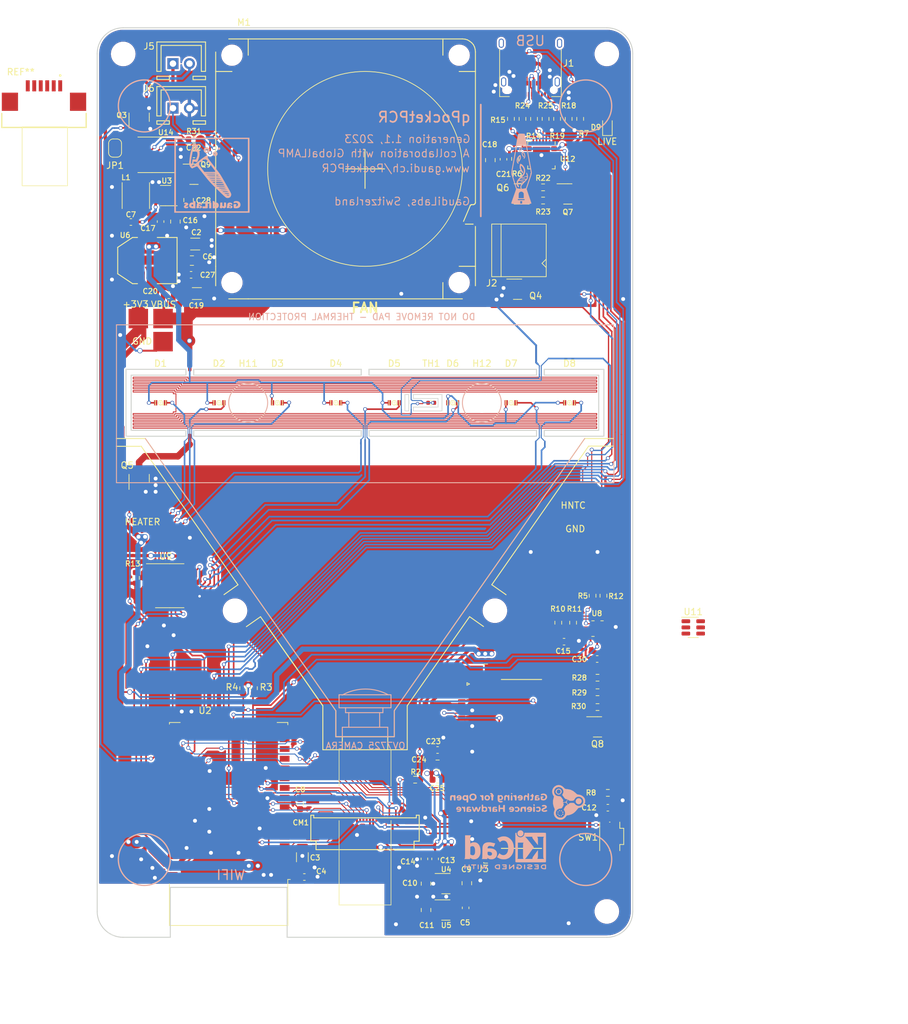
<source format=kicad_pcb>
(kicad_pcb (version 20211014) (generator pcbnew)
  (layers (0 "F.Cu" signal) (31 "B.Cu" signal) (34 "B.Paste" user) (35 "F.Paste" user) (36 "B.SilkS" user "B.Silkscreen") (37 "F.SilkS" user "F.Silkscreen") (38 "B.Mask" user) (39 "F.Mask" user) (44 "Edge.Cuts" user))
  (net 0 "")
  (net 1 "GND")
  (net 2 "+3V3")
  (net 3 "+2V8")
  (net 4 "CSI_VSYNC")
  (net 5 "CSI_HREF")
  (net 6 "+1V2")
  (net 7 "CSI_Y9")
  (net 8 "CSI_XCKL")
  (net 9 "CSI_Y8")
  (net 10 "CSI_Y7")
  (net 11 "CSI_PCLK")
  (net 12 "CSI_Y6")
  (net 13 "CSI_Y2")
  (net 14 "CSI_Y5")
  (net 15 "CSI_Y3")
  (net 16 "CSI_Y4")
  (net 17 "VIN")
  (net 18 "D-")
  (net 19 "D+")
  (net 20 "Net-(C7-Pad1)")
  (net 21 "TFT_MOSI")
  (net 22 "TFT_DC")
  (net 23 "TFT_SCLK")
  (net 24 "TFT_CS")
  (net 25 "Net-(D1-Pad1)")
  (net 26 "CAM_RST")
  (net 27 "CAM_PWDN")
  (net 28 "CC2")
  (net 29 "CC1")
  (net 30 "Net-(J3-Pad4)")
  (net 31 "Net-(J3-Pad3)")
  (net 32 "Net-(J3-Pad2)")
  (net 33 "+5V")
  (net 34 "RTS")
  (net 35 "DTR")
  (net 36 "TX")
  (net 37 "RX")
  (net 38 "Net-(Q8-Pad3)")
  (net 39 "VBUS")
  (net 40 "Net-(D3-Pad1)")
  (net 41 "Net-(D5-Pad1)")
  (net 42 "Net-(D7-Pad1)")
  (net 43 "Net-(C7-Pad2)")
  (net 44 "LID_NTC")
  (net 45 "HEATER_NTC")
  (net 46 "Net-(R12-Pad1)")
  (net 47 "Net-(R13-Pad2)")
  (net 48 "Net-(D2-Pad1)")
  (net 49 "Net-(D4-Pad1)")
  (net 50 "Net-(D6-Pad1)")
  (net 51 "Net-(D8-Pad1)")
  (net 52 "Net-(D9-Pad2)")
  (net 53 "Net-(J2-Pad2)")
  (net 54 "Net-(J5-Pad2)")
  (net 55 "LID_PWM")
  (net 56 "FAN_PWM")
  (net 57 "HEATER_PWM")
  (net 58 "TFT_BACKLIGHT")
  (net 59 "Net-(Q9-Pad1)")
  (net 60 "Net-(Q7-Pad1)")
  (net 61 "Net-(Q6-Pad1)")
  (net 62 "Net-(JP1-Pad1)")
  (net 63 "Net-(JP1-Pad2)")
  (net 82 "IO0")
  (net 83 "Net-(R6-Pad1)")
  (net 84 "Net-(R24-Pad2)")
  (net 85 "Net-(R25-Pad2)")
  (net 86 "TXLED")
  (net 87 "RXLED")
  (net 115 "I2C_SDA")
  (net 116 "I2C_SCL")
  (net 120 "Net-(R14-Pad2)")
  (net 121 "Net-(R15-Pad2)")
  (footprint "GaudiLabsFootPrints:FFC_MOLEX_EASYON_05mm_24_INVERTED" (layer "F.Cu") (at 100 151.889)
    (fp_text reference "CM1")
    (fp_text value "CAM_OV7725")
  )
  (footprint "GaudiLabsFootPrints:USB_C_Receptacle_Amphenol_12401610E4-2A" (layer "F.Cu") (at 125.48 35.19 180)
    (fp_text reference "J1")
    (fp_text value "USB_C_Receptacle")
  )
  (footprint "GaudiLabsFootPrints:ER-TFT022_1" (layer "F.Cu") (at 116.25 143.24 90)
    (fp_text reference "J3")
    (fp_text value "ER-TFT022-1")
  )
  (footprint "Package_TO_SOT_SMD:SOT-23" (layer "F.Cu") (at 112.446 165.7835)
    (fp_text reference "U5")
    (fp_text value "XC6206P122MR-G")
  )
  (footprint "GaudiLabsFootPrints:LED_SMD_WL-SMCW" (layer "F.Cu") (at 68.5 87.698074 180)
    (fp_text reference "D1")
    (fp_text value "LED WL-SMCW (150060BS84000)" hide)
  )
  (footprint "GaudiLabsFootPrints:LED_SMD_WL-SMCW" (layer "F.Cu") (at 77.5 87.698074 180)
    (fp_text reference "D2")
    (fp_text value "LED WL-SMCW (150060BS84000)" hide)
  )
  (footprint "GaudiLabsFootPrints:LED_SMD_WL-SMCW" (layer "F.Cu") (at 86.5 87.698074 180)
    (fp_text reference "D3")
    (fp_text value "LED WL-SMCW (150060BS84000)" hide)
  )
  (footprint "GaudiLabsFootPrints:LED_SMD_WL-SMCW" (layer "F.Cu") (at 95.5 87.698074 180)
    (fp_text reference "D4")
    (fp_text value "LED WL-SMCW (150060BS84000)" hide)
  )
  (footprint "GaudiLabsFootPrints:LED_SMD_WL-SMCW" (layer "F.Cu") (at 104.5 87.698074 180)
    (fp_text reference "D5")
    (fp_text value "LED WL-SMCW (150060BS84000)" hide)
  )
  (footprint "GaudiLabsFootPrints:LED_SMD_WL-SMCW" (layer "F.Cu") (at 122.5 87.698074 180)
    (fp_text reference "D7")
    (fp_text value "LED WL-SMCW (150060BS84000)" hide)
  )
  (footprint "GaudiLabsFootPrints:LED_SMD_WL-SMCW" (layer "F.Cu") (at 113.5 87.698074 180)
    (fp_text reference "D6")
    (fp_text value "LED WL-SMCW (150060BS84000)" hide)
  )
  (footprint "Resistor_SMD:R_0603_1608Metric" (layer "F.Cu") (at 107.7216 145.72)
    (fp_text reference "R2")
    (fp_text value "4.7k")
  )
  (footprint "Resistor_SMD:R_0603_1608Metric" (layer "F.Cu") (at 82.8804 131.6362 90)
    (fp_text reference "R3")
    (fp_text value "4.7k")
  )
  (footprint "Resistor_SMD:R_0603_1608Metric" (layer "F.Cu") (at 133.147 43.993 90)
    (fp_text reference "R7")
    (fp_text value "1k")
  )
  (footprint "Resistor_SMD:R_0603_1608Metric" (layer "F.Cu") (at 135.814 130.025001 180)
    (fp_text reference "R28")
    (fp_text value "15R")
  )
  (footprint "Resistor_SMD:R_0603_1608Metric" (layer "F.Cu") (at 135.814 132.258 180)
    (fp_text reference "R29")
    (fp_text value "15R")
  )
  (footprint "Resistor_SMD:R_0603_1608Metric" (layer "F.Cu") (at 135.814 134.544 180)
    (fp_text reference "R30")
    (fp_text value "15R")
  )
  (footprint "Resistor_SMD:R_0603_1608Metric" (layer "F.Cu") (at 124.257 43.993 -90)
    (fp_text reference "R24")
    (fp_text value "22R")
  )
  (footprint "Resistor_SMD:R_0603_1608Metric" (layer "F.Cu") (at 131.369 43.993 90)
    (fp_text reference "R18")
    (fp_text value "5k1")
  )
  (footprint "Resistor_SMD:R_0603_1608Metric" (layer "F.Cu") (at 73.65025 47.183)
    (fp_text reference "R31")
    (fp_text value "100k")
  )
  (footprint "Resistor_SMD:R_0603_1608Metric" (layer "F.Cu") (at 129.591 43.993 -90)
    (fp_text reference "R19")
    (fp_text value "5k1")
  )
  (footprint "Package_TO_SOT_SMD:SOT-23" (layer "F.Cu") (at 112.462 161.7195)
    (fp_text reference "U4")
    (fp_text value "XC6206P282MR-G")
  )
  (footprint "MountingHole:MountingHole_3.2mm_M3" (layer "F.Cu") (at 62.75 34)
    (fp_text reference "H1" hide)
    (fp_text value "CaseMountingHole")
  )
  (footprint "MountingHole:MountingHole_3.2mm_M3" (layer "F.Cu") (at 137.25 34)
    (fp_text reference "H2" hide)
    (fp_text value "CaseMountingHole")
  )
  (footprint "MountingHole:MountingHole_3.2mm_M3" (layer "F.Cu") (at 62.75 166)
    (fp_text reference "H3" hide)
    (fp_text value "CaseMountingHole")
  )
  (footprint "MountingHole:MountingHole_3.2mm_M3" (layer "F.Cu") (at 137.25 166)
    (fp_text reference "H4" hide)
    (fp_text value "CaseMountingHole")
  )
  (footprint "MountingHole:MountingHole_3.2mm_M3" (layer "F.Cu") (at 79.967671 119.703353)
    (fp_text reference "H5" hide)
    (fp_text value "CaseMountingHole")
  )
  (footprint "MountingHole:MountingHole_3.2mm_M3" (layer "F.Cu") (at 120.003581 119.703353)
    (fp_text reference "H6" hide)
    (fp_text value "CaseMountingHole")
  )
  (footprint "Resistor_SMD:R_0603_1608Metric" (layer "F.Cu") (at 129.7688 121.5514 -90)
    (fp_text reference "R10")
    (fp_text value "4.7k")
  )
  (footprint "Resistor_SMD:R_0603_1608Metric" (layer "F.Cu") (at 132.0548 121.5514 -90)
    (fp_text reference "R11")
    (fp_text value "4.7k")
  )
  (footprint "GaudiLabsFootPrints:Fiducial_1mm_Dia_2.54mm_Outer_CopperBottom" (layer "F.Cu") (at 63.76 40)
    (fp_text reference "FID1" hide)
    (fp_text value "Fiducial")
  )
  (footprint "GaudiLabsFootPrints:Fiducial_1mm_Dia_2.54mm_Outer_CopperBottom" (layer "F.Cu") (at 137.25 40)
    (fp_text reference "FID2" hide)
    (fp_text value "Fiducial")
  )
  (footprint "GaudiLabsFootPrints:Fiducial_1mm_Dia_2.54mm_Outer_CopperBottom" (layer "F.Cu") (at 137.25 160)
    (fp_text reference "FID4" hide)
    (fp_text value "Fiducial")
  )
  (footprint "GaudiLabsFootPrints:Fiducial_1mm_Dia_2.54mm_Outer_CopperBottom" (layer "F.Cu") (at 62.75 160)
    (fp_text reference "FID3" hide)
    (fp_text value "Fiducial")
  )
  (footprint "Capacitor_SMD:C_1206_3216Metric" (layer "F.Cu") (at 73.838 63.26525)
    (fp_text reference "C2")
    (fp_text value "100uF")
  )
  (footprint "Capacitor_SMD:C_0603_1608Metric" (layer "F.Cu") (at 90.6528 160.706)
    (fp_text reference "C4")
    (fp_text value "100nF")
  )
  (footprint "Capacitor_SMD:C_0603_1608Metric" (layer "F.Cu") (at 115.494 165.451 -90)
    (fp_text reference "C5")
    (fp_text value "100nF")
  )
  (footprint "Capacitor_SMD:C_0805_2012Metric" (layer "F.Cu") (at 73.33 65.80525)
    (fp_text reference "C6")
    (fp_text value "22uF")
  )
  (footprint "Capacitor_SMD:C_0603_1608Metric" (layer "F.Cu") (at 63.932 59.868)
    (fp_text reference "C7")
    (fp_text value "100nF")
  )
  (footprint "Capacitor_SMD:C_0603_1608Metric" (layer "F.Cu") (at 89.9924 149.4792 -90)
    (fp_text reference "C8")
    (fp_text value "15pF")
  )
  (footprint "Capacitor_SMD:C_0805_2012Metric" (layer "F.Cu") (at 115.6845 161.656 90)
    (fp_text reference "C9")
    (fp_text value "10uF")
  )
  (footprint "Capacitor_SMD:C_0805_2012Metric" (layer "F.Cu") (at 109.398 161.722 90)
    (fp_text reference "C10")
    (fp_text value "10uF")
  )
  (footprint "Capacitor_SMD:C_0805_2012Metric" (layer "F.Cu") (at 109.398 165.7835 90)
    (fp_text reference "C11")
    (fp_text value "10uF")
  )
  (footprint "Capacitor_SMD:C_0603_1608Metric" (layer "F.Cu") (at 137.405984 150.038 180)
    (fp_text reference "C12")
    (fp_text value "100nF")
  )
  (footprint "Capacitor_SMD:C_0603_1608Metric" (layer "F.Cu") (at 110.795 157.912 -90)
    (fp_text reference "C13")
    (fp_text value "100nF")
  )
  (footprint "Capacitor_SMD:C_0603_1608Metric" (layer "F.Cu") (at 130.6578 124.4724)
    (fp_text reference "C15")
    (fp_text value "100nF")
  )
  (footprint "Capacitor_SMD:C_0603_1608Metric" (layer "F.Cu") (at 69.774 71.13925)
    (fp_text reference "C20")
    (fp_text value "100nF")
  )
  (footprint "Capacitor_SMD:C_0603_1608Metric" (layer "F.Cu") (at 121.336 50.216 -90)
    (fp_text reference "C21")
    (fp_text value "100nF")
  )
  (footprint "Capacitor_SMD:C_0603_1608Metric" (layer "F.Cu") (at 111.176 141.148)
    (fp_text reference "C23")
    (fp_text value "100nF")
  )
  (footprint "Capacitor_SMD:C_0805_2012Metric" (layer "F.Cu") (at 111.176 143.434)
    (fp_text reference "C24")
    (fp_text value "10uF")
  )
  (footprint "Capacitor_SMD:C_0603_1608Metric" (layer "F.Cu") (at 111.176 145.72)
    (fp_text reference "C25")
    (fp_text value "100nF")
  )
  (footprint "Capacitor_SMD:C_0603_1608Metric" (layer "F.Cu") (at 73.203 67.996)
    (fp_text reference "C27")
    (fp_text value "100nF")
  )
  (footprint "Capacitor_SMD:C_0805_2012Metric" (layer "F.Cu") (at 72.822 56.4875 -90)
    (fp_text reference "C28")
    (fp_text value "22uF")
  )
  (footprint "GaudiLabsFootPrints:PinHeader_JST_1x02_P2.54mm_Vertical" (layer "F.Cu") (at 71.679 42.342 90)
    (fp_text reference "J6")
    (fp_text value "LID_12V")
  )
  (footprint "Package_TO_SOT_SMD:SOT-23" (layer "F.Cu") (at 65.202 43.739 90)
    (fp_text reference "Q3")
    (fp_text value "Q_NMOS_GSD")
  )
  (footprint "Package_TO_SOT_SMD:SOT-23" (layer "F.Cu") (at 123.5 70.216)
    (fp_text reference "Q4")
    (fp_text value "Q_NMOS_GSD")
  )
  (footprint "Package_TO_SOT_SMD:SOT-23" (layer "F.Cu") (at 65.202 99.365 90)
    (fp_text reference "Q5")
    (fp_text value "Q_NMOS_GSD")
  )
  (footprint "Package_TO_SOT_SMD:SOT-23" (layer "F.Cu") (at 135.814 137.592)
    (fp_text reference "Q8")
    (fp_text value "Q_NMOS_GSD")
  )
  (footprint "GaudiLabsFootPrints:PinHeader_JST_1x02_P2.54mm_Vertical" (layer "F.Cu") (at 71.679 35.484 90)
    (fp_text reference "J5")
    (fp_text value "LID_12V")
  )
  (footprint "GaudiLabsFootPrints:JSP_PH_20_SMD_RIGHT_ANGLE" (layer "F.Cu") (at 124.462 64.234 90)
    (fp_text reference "J2")
    (fp_text value "FAN_12V")
  )
  (footprint "LED_SMD:LED_0603_1608Metric" (layer "F.Cu") (at 137.338 45.073 90)
    (fp_text reference "D9")
    (fp_text value "LED green")
  )
  (footprint "Resistor_SMD:R_0603_1608Metric" (layer "F.Cu") (at 127.813 43.993 -90)
    (fp_text reference "R25")
    (fp_text value "22R")
  )
  (footprint "Resistor_SMD:R_0603_1608Metric" (layer "F.Cu") (at 127.432 56.566)
    (fp_text reference "R23")
    (fp_text value "10k")
  )
  (footprint "Package_TO_SOT_SMD:SOT-23" (layer "F.Cu") (at 123.622 55.55 180)
    (fp_text reference "Q6")
    (fp_text value "BC847_NPN_BEC")
  )
  (footprint "Package_TO_SOT_SMD:SOT-23" (layer "F.Cu") (at 131.242 55.55)
    (fp_text reference "Q7")
    (fp_text value "BC847_NPN_BEC")
  )
  (footprint "Jumper:SolderJumper-2_P1.3mm_Open_RoundedPad1.0x1.5mm" (layer "F.Cu") (at 61.4936 48.4888 90)
    (fp_text reference "JP1")
    (fp_text value "Jumper")
  )
  (footprint "GaudiLabsFootPrints:SW_SPST_KMS221GLFS" (layer "F.Cu") (at 137.697984 154.45 -90)
    (fp_text reference "SW1")
    (fp_text value "SW_Push")
  )
  (footprint "GaudiLabsFootPrints:PAD_SMD_3mm" (layer "F.Cu") (at 135.941 103.302)
    (fp_text reference "X1" hide)
    (fp_text value "PAD")
  )
  (footprint "GaudiLabsFootPrints:PAD_SMD_3mm" (layer "F.Cu") (at 135.941 106.985)
    (fp_text reference "X4" hide)
    (fp_text value "PAD")
  )
  (footprint "GaudiLabsFootPrints:PAD_SMD_3mm" (layer "F.Cu") (at 68.885 74.727)
    (fp_text reference "X5" hide)
    (fp_text value "PAD")
  )
  (footprint "GaudiLabsFootPrints:PAD_SMD_3mm" (layer "F.Cu") (at 65.075 74.727)
    (fp_text reference "X7" hide)
    (fp_text value "PAD")
  )
  (footprint "GaudiLabsFootPrints:MountingHole_2.6mm" (layer "F.Cu") (at 118 87.698074)
    (fp_text reference "H12")
    (fp_text value "HeatblockMountingHole")
  )
  (footprint "GaudiLabsFootPrints:MountingHole_2.6mm" (layer "F.Cu") (at 82 87.698074)
    (fp_text reference "H11")
    (fp_text value "HeatblockMountingHole")
  )
  (footprint "Capacitor_SMD:C_0402_1005Metric" (layer "F.Cu") (at 110.2 87.698074 180)
    (fp_text reference "TH1")
    (fp_text value "Thermistor_NTC")
  )
  (footprint "Resistor_SMD:R_0603_1608Metric" (layer "F.Cu") (at 127.432 54.534)
    (fp_text reference "R22")
    (fp_text value "10k")
  )
  (footprint "Resistor_SMD:R_0603_1608Metric" (layer "F.Cu") (at 81.2294 131.6362 -90)
    (fp_text reference "R4")
    (fp_text value "4.7k")
  )
  (footprint "Capacitor_SMD:C_0603_1608Metric" (layer "F.Cu") (at 109.144 157.912 -90)
    (fp_text reference "C14")
    (fp_text value "100nF")
  )
  (footprint "Resistor_SMD:R_0603_1608Metric" (layer "F.Cu") (at 137.405984 147.752)
    (fp_text reference "R8")
    (fp_text value "1k")
  )
  (footprint "Package_TO_SOT_SMD:SOT-23" (layer "F.Cu") (at 73.65025 52.517)
    (fp_text reference "Q9")
    (fp_text value "Q_NMOS_GSD")
  )
  (footprint "Capacitor_SMD:C_0603_1608Metric" (layer "F.Cu") (at 73.65025 49.469 180)
    (fp_text reference "C22")
    (fp_text value "1uF")
  )
  (footprint "GaudiLabsFootPrints:PAD_SMD_3mm" (layer "F.Cu") (at 68.885 78.283)
    (fp_text reference "X2" hide)
    (fp_text value "PAD")
  )
  (footprint "GaudiLabsFootPrints:PAD_SMD_3mm" (layer "F.Cu") (at 65.721984 103.540233)
    (fp_text reference "X8" hide)
    (fp_text value "PAD")
  )
  (footprint "Capacitor_SMD:C_0805_2012Metric" (layer "F.Cu") (at 119.304 50.343 -90)
    (fp_text reference "C18")
    (fp_text value "22uF")
  )
  (footprint "GaudiLabsFootPrints:PAD_SMD_2x1mm" (layer "F.Cu") (at 91.942 149.022)
    (fp_text reference "X3" hide)
    (fp_text value "MountPad3")
  )
  (footprint "GaudiLabsFootPrints:PAD_SMD_2x1mm" (layer "F.Cu") (at 108.052 149.022)
    (fp_text reference "X6" hide)
    (fp_text value "MountPad3")
  )
  (footprint "Capacitor_SMD:C_1206_3216Metric" (layer "F.Cu") (at 90.348 157.658 90)
    (fp_text reference "C3")
    (fp_text value "100uF")
  )
  (footprint "Capacitor_SMD:C_1206_3216Metric" (layer "F.Cu") (at 74.092 70.88525)
    (fp_text reference "C19")
    (fp_text value "100uF")
  )
  (footprint "Package_SO:TSSOP-16_4.4x5mm_P0.65mm" (layer "F.Cu") (at 67.20225 49.525 180)
    (fp_text reference "U14")
    (fp_text value "IP2721_MAX12")
  )
  (footprint "Capacitor_SMD:C_0603_1608Metric" (layer "F.Cu") (at 135.7632 127.1394)
    (fp_text reference "C30")
    (fp_text value "100nF")
  )
  (footprint "GaudiLabsFootPrints:LED_SMD_WL-SMCW" (layer "F.Cu") (at 131.5 87.698074 180)
    (fp_text reference "D8")
    (fp_text value "LED WL-SMCW (150060BS84000)" hide)
  )
  (footprint "RF_Module:ESP32-S2-WROVER" (layer "F.Cu") (at 78.992 148.715 180)
    (fp_text reference "U2")
    (fp_text value "ESP32-S2-WROVER")
  )
  (footprint "GaudiLabsFootPrints:SOT-223" (layer "F.Cu") (at 66.472 65.80525 90)
    (fp_text reference "U6")
    (fp_text value "TLV1117-33")
  )
  (footprint "Package_TO_SOT_SMD:TSOT-23-6" (layer "F.Cu") (at 69.266 55.804 180)
    (fp_text reference "U3")
    (fp_text value "AP63205WU")
  )
  (footprint "Package_DFN_QFN:QFN-24-1EP_4x4mm_P0.5mm_EP2.6x2.6mm" (layer "F.Cu") (at 127.178 49.581 -90)
    (fp_text reference "U12")
    (fp_text value "CP2104")
  )
  (footprint "Package_DFN_QFN:Texas_R-PUQFN-N10" (layer "F.Cu") (at 135.814 122.4658 180)
    (fp_text reference "U8")
    (fp_text value "TLA2024")
  )
  (footprint "Inductor_SMD:L_Vishay_IFSC-1515AH_4x4x1.8mm" (layer "F.Cu") (at 64.694 55.804 -90)
    (fp_text reference "L1")
    (fp_text value "4.7uH")
  )
  (footprint "GaudiLabsFootPrints:GCT_FFC3B07-06-T" (layer "F.Cu") (at 50.541984 41.358233)
    (fp_text reference "REF**")
    (fp_text value "GCT_FFC3B07-06-T")
  )
  (footprint "Capacitor_SMD:C_0805_2012Metric" (layer "F.Cu") (at 70.79 59.802 -90)
    (fp_text reference "C16")
    (fp_text value "22uF")
  )
  (footprint "Capacitor_SMD:C_0603_1608Metric" (layer "F.Cu") (at 68.504 59.802 -90)
    (fp_text reference "C17")
    (fp_text value "100nF")
  )
  (footprint "Resistor_SMD:R_0603_1608Metric" (layer "F.Cu") (at 135.052 117.398 -90)
    (fp_text reference "R5")
    (fp_text value "10k")
  )
  (footprint "GaudiLabsLogos:Peace_logo" (layer "F.Cu") (at 125.431984 114.608233)
    (fp_text reference "X13" hide)
    (fp_text value "PEACE LOGO" hide)
  )
  (footprint "Resistor_SMD:R_0603_1608Metric" (layer "F.Cu") (at 123.114 50.153 90)
    (fp_text reference "R6")
    (fp_text value "10k")
  )
  (footprint "Resistor_SMD:R_0603_1608Metric" (layer "F.Cu") (at 64.705984 114.652233 90)
    (fp_text reference "R13")
    (fp_text value "720 0.1%")
  )
  (footprint "Package_SO:TSSOP-20_4.4x6.5mm_P0.65mm" (layer "F.Cu") (at 69.912984 115.859233)
    (fp_text reference "U9")
    (fp_text value "TLC59108xPW")
  )
  (footprint "Package_TO_SOT_SMD:SOT-23-6" (layer "F.Cu") (at 150.561984 122.278233)
    (fp_text reference "U11")
    (fp_text value "SRV05-4")
  )
  (footprint "Resistor_SMD:R_0603_1608Metric" (layer "F.Cu") (at 136.7284 117.398 90)
    (fp_text reference "R12")
    (fp_text value "1k")
  )
  (footprint "GaudiLabsFootPrints:4010FanRadial" (layer "F.Cu") (at 97 51.692091)
    (fp_text reference "M1")
    (fp_text value "Fan")
  )
  (footprint "Resistor_SMD:R_0603_1608Metric" (layer "F.Cu") (at 126.035 43.993 -90)
    (fp_text reference "R14")
    (fp_text value "22R")
  )
  (footprint "Resistor_SMD:R_0603_1608Metric" (layer "F.Cu") (at 122.479 43.993 -90)
    (fp_text reference "R15")
    (fp_text value "22R")
  )
  (footprint "GaudiLabsLogos:GaudiLabs_12" (layer "B.Cu") (at 76.411984 52.678233 180)
    (fp_text reference "X11" hide)
    (fp_text value "GaudiLabs Logo" hide)
  )
  (footprint "GaudiLabsLogos:GOSH_Logo_21mm" (layer "B.Cu") (at 123.506984 149.133233 180)
    (fp_text reference "X9" hide)
    (fp_text value "GOSH LOGO" hide)
  )
  (footprint "GaudiLabsLogos:GlobalLampLogo" (layer "B.Cu") (at 124.141984 51.724233 180)
    (fp_text reference "X10" hide)
    (fp_text value "GlobalLampLogo" hide)
  )
  (footprint "Symbol:KiCad-Logo2_5mm_SilkScreen" (layer "B.Cu") (at 121.601984 156.499233 180)
    (fp_text reference "X12" hide)
    (fp_text value "KiCad Logo" hide)
  )
  (gr_circle (center 82 87.698074) (end 85 87.698074) (layer "B.SilkS") (width 0.15) (fill none))
  (gr_line (start 104.500748 135.105834) (end 133.844561 93.198909) (layer "B.SilkS") (width 0.150001))
  (gr_line (start 104.500748 139.106538) (end 104.500748 135.105834) (layer "B.SilkS") (width 0.150001))
  (gr_line (start 95.499252 135.105834) (end 95.499252 139.106893) (layer "B.SilkS") (width 0.150001))
  (gr_line (start 66.155793 93.198909) (end 95.499394 135.105834) (layer "B.SilkS") (width 0.150001))
  (gr_line (start 95.499252 139.106538) (end 104.501102 139.106538) (layer "B.SilkS") (width 0.150001))
  (gr_line (start 103.5 137.65) (end 96.5 137.65) (layer "B.SilkS") (width 0.15))
  (gr_line (start 97 135.4) (end 102.75 135.4) (layer "B.SilkS") (width 0.15))
  (gr_line (start 104 134.65) (end 96 134.65) (layer "B.SilkS") (width 0.15))
  (gr_circle (center 66 158) (end 70 158) (layer "B.SilkS") (width 0.2) (fill none))
  (gr_line (start 96 132.65) (end 96 134.65) (layer "B.SilkS") (width 0.15))
  (gr_circle (center 134 158) (end 138 158) (layer "B.SilkS") (width 0.2) (fill none))
  (gr_circle (center 118 87.698074) (end 121 87.698074) (layer "B.SilkS") (width 0.15) (fill none))
  (gr_circle (center 66 42) (end 70 42) (layer "B.SilkS") (width 0.2) (fill none))
  (gr_line (start 102.75 134.65) (end 102.75 135.4) (layer "B.SilkS") (width 0.15))
  (gr_line (start 61.7095 75.695962) (end 138.2905 75.695962) (layer "B.SilkS") (width 0.15))
  (gr_line (start 104 132.65) (end 104 134.65) (layer "B.SilkS") (width 0.15))
  (gr_line (start 138.354 100) (end 61.7095 100) (layer "B.SilkS") (width 0.15))
  (gr_line (start 103.5 137.65) (end 103.5 139.15) (layer "B.SilkS") (width 0.15))
  (gr_line (start 138.2905 75.695962) (end 138.354 100) (layer "B.SilkS") (width 0.15))
  (gr_line (start 61.7095 100) (end 61.7095 75.695962) (layer "B.SilkS") (width 0.15))
  (gr_line (start 117.832 41.8) (end 117.832 59) (layer "B.SilkS") (width 0.26))
  (gr_line (start 97 134.65) (end 97 135.4) (layer "B.SilkS") (width 0.15))
  (gr_line (start 97.5 135.4) (end 97.5 137.65) (layer "B.SilkS") (width 0.15))
  (gr_line (start 96 132.65) (end 104 132.65) (layer "B.SilkS") (width 0.15))
  (gr_line (start 96.5 137.65) (end 96.5 139.15) (layer "B.SilkS") (width 0.15))
  (gr_circle (center 134 42) (end 138 42) (layer "B.SilkS") (width 0.2) (fill none))
  (gr_line (start 102.25 135.4) (end 102.25 137.65) (layer "B.SilkS") (width 0.15))
  (gr_arc (start 96.486784 132.696613) (mid 100.023434 131.76775) (end 103.571999 132.650001) (layer "B.SilkS") (width 0.15))
  (gr_line (start 121 156.295501) (end 127.203655 156.295501) (layer "F.SilkS") (width 0.15))
  (gr_line (start 65.531004 94.399227) (end 61.694028 94.399227) (layer "F.SilkS") (width 0.150001))
  (gr_line (start 93.499077 141.107068) (end 93.499077 134.34177) (layer "F.SilkS") (width 0.150001))
  (gr_line (start 104.500748 139.106538) (end 104.500748 135.105834) (layer "F.SilkS") (width 0.150001))
  (gr_line (start 96 146.736) (end 96 141.148) (layer "F.SilkS") (width 0.1))
  (gr_line (start 96 165) (end 104 165) (layer "F.SilkS") (width 0.1))
  (gr_line (start 80.42657 115.715503) (end 65.501593 94.368916) (layer "F.SilkS") (width 0.150001))
  (gr_line (start 100 48.692091) (end 100 54.692091) (layer "F.SilkS") (width 0.15))
  (gr_line (start 95.499252 135.105834) (end 95.499252 139.106893) (layer "F.SilkS") (width 0.150001))
  (gr_rect (start 47.171984 45.238233) (end 54.171984 54.288233) (layer "F.SilkS") (width 0.1) (fill none))
  (gr_line (start 133.844561 93.198909) (end 138.306326 93.198909) (layer "F.SilkS") (width 0.150001))
  (gr_line (start 96 152.02) (end 96 165.02) (layer "F.SilkS") (width 0.1))
  (gr_line (start 93.499077 134.34177) (end 83.900187 120.633378) (layer "F.SilkS") (width 0.150001))
  (gr_line (start 103.50066 139.106538) (end 103.50066 141.106713) (layer "F.SilkS") (width 0.150001))
  (gr_line (start 61.693674 93.198909) (end 66.155793 93.198909) (layer "F.SilkS") (width 0.150001))
  (gr_line (start 95.499252 139.106538) (end 104.501102 139.106538) (layer "F.SilkS") (width 0.150001))
  (gr_line (start 138.291803 94.369115) (end 134.445606 94.369104) (layer "F.SilkS") (width 0.150001))
  (gr_line (start 134.445748 94.368998) (end 119.520771 115.715584) (layer "F.SilkS") (width 0.150001))
  (gr_line (start 106.501277 134.34177) (end 106.501277 141.107068) (layer "F.SilkS") (width 0.150001))
  (gr_line (start 106.501277 141.107068) (end 93.499077 141.107068) (layer "F.SilkS") (width 0.150001))
  (gr_line (start 78.274273 117.232705) (end 80.42657 115.715503) (layer "F.SilkS") (width 0.150001))
  (gr_line (start 96.499694 139.106538) (end 96.499694 141.106713) (layer "F.SilkS") (width 0.150001))
  (gr_line (start 97 51.692091) (end 103 51.692091) (layer "F.SilkS") (width 0.15))
  (gr_line (start 116.099919 120.633272) (end 106.501029 134.341664) (layer "F.SilkS") (width 0.150001))
  (gr_line (start 104 141.148) (end 104 146.736) (layer "F.SilkS") (width 0.1))
  (gr_line (start 104 152) (end 104 165) (layer "F.SilkS") (width 0.1))
  (gr_line (start 66.155793 93.198909) (end 95.499394 135.105834) (layer "F.SilkS") (width 0.150001))
  (gr_line (start 104.500748 135.105834) (end 133.844561 93.198909) (layer "F.SilkS") (width 0.150001))
  (gr_line (start 119.542106 115.717533) (end 121.724398 117.245665) (layer "F.SilkS") (width 0.150001))
  (gr_line (start 118.25071 122.137301) (end 116.098403 120.620099) (layer "F.SilkS") (width 0.150001))
  (gr_line (start 93.499077 134.34177) (end 85.154513 122.424746) (layer "F.SilkS") (width 0.150001))
  (gr_line (start 121 130.295501) (end 127.203655 130.295501) (layer "F.SilkS") (width 0.15))
  (gr_line (start 83.900435 120.633272) (end 81.718143 122.161403) (layer "F.SilkS") (width 0.150001))
  (gr_line (start 70 162.3) (end 88 162.3) (layer "Edge.Cuts") (width 0.15))
  (gr_line (start 72.411984 82.548251) (end 63.173309 82.548251) (layer "Edge.Cuts") (width 0.150001))
  (gr_line (start 72.411984 83.448251) (end 63.973309 83.448074) (layer "Edge.Cuts") (width 0.150001))
  (gr_line (start 72.411984 91.948075) (end 72.411984 92.848075) (layer "Edge.Cuts") (width 0.15))
  (gr_line (start 73.611984 82.548251) (end 73.611984 83.448074) (layer "Edge.Cuts") (width 0.15))
  (gr_line (start 126.411984 82.548251) (end 126.411984 83.448074) (layer "Edge.Cuts") (width 0.15))
  (gr_line (start 73.611984 91.948075) (end 73.611984 92.848075) (layer "Edge.Cuts") (width 0.15))
  (gr_line (start 126.411984 91.948075) (end 126.411984 92.848075) (layer "Edge.Cuts") (width 0.15))
  (gr_line (start 127.611984 91.948075) (end 127.611984 92.848075) (layer "Edge.Cuts") (width 0.15))
  (gr_line (start 127.611984 82.548251) (end 127.611984 83.448074) (layer "Edge.Cuts") (width 0.15))
  (gr_line (start 135.998276 91.948075) (end 135.998276 83.448074) (layer "Edge.Cuts") (width 0.15))
  (gr_line (start 136.798276 82.548251) (end 136.798276 92.848075) (layer "Edge.Cuts") (width 0.15))
  (gr_line (start 73.611984 83.448074) (end 99.411984 83.448074) (layer "Edge.Cuts") (width 0.15))
  (gr_line (start 88 162.3) (end 88 169.981846) (layer "Edge.Cuts") (width 0.15))
  (gr_line (start 141.241405 33.963397) (end 141.241405 165.994786) (layer "Edge.Cuts") (width 0.15))
  (gr_arc (start 62.728467 169.982023) (mid 59.909091 168.814176) (end 58.74123 165.994786) (layer "Edge.Cuts") (width 0.15))
  (gr_line (start 107.45 86.434233) (end 111.85 86.434233) (layer "Edge.Cuts") (width 0.1))
  (gr_line (start 107.45 88.361915) (end 111.25 88.361915) (layer "Edge.Cuts") (width 0.1))
  (gr_line (start 70 169.981846) (end 62.728467 169.981669) (layer "Edge.Cuts") (width 0.150001))
  (gr_line (start 100.611984 82.548251) (end 100.611984 83.448074) (layer "Edge.Cuts") (width 0.15))
  (gr_line (start 100.611984 91.948075) (end 100.611984 92.848075) (layer "Edge.Cuts") (width 0.15))
  (gr_line (start 100.611984 91.948075) (end 126.411984 91.948075) (layer "Edge.Cuts") (width 0.15))
  (gr_line (start 99.411984 91.948075) (end 99.411984 92.848075) (layer "Edge.Cuts") (width 0.15))
  (gr_line (start 63.173309 82.548251) (end 63.173309 92.848075) (layer "Edge.Cuts") (width 0.150001))
  (gr_line (start 72.411984 82.548251) (end 72.411984 83.448074) (layer "Edge.Cuts") (width 0.15))
  (gr_arc (start 58.741407 33.963574) (mid 59.909188 31.144293) (end 62.728467 29.976514) (layer "Edge.Cuts") (width 0.15))
  (gr_line (start 73.611984 92.848075) (end 99.411984 92.848075) (layer "Edge.Cuts") (width 0.15))
  (gr_line (start 111.85 86.434233) (end 111.85 88.961915) (layer "Edge.Cuts") (width 0.1))
  (gr_line (start 107.45 88.361915) (end 107.45 88.961915) (layer "Edge.Cuts") (width 0.1))
  (gr_line (start 106.15 88.961915) (end 106.75 88.961915) (layer "Edge.Cuts") (width 0.1))
  (gr_line (start 107.45 87.034233) (end 111.25 87.034233) (layer "Edge.Cuts") (width 0.1))
  (gr_line (start 106.75 86.434233) (end 106.75 88.961915) (layer "Edge.Cuts") (width 0.1))
  (gr_line (start 107.45 86.434233) (end 107.45 87.034233) (layer "Edge.Cuts") (width 0.1))
  (gr_line (start 63.973309 83.448074) (end 63.973309 91.948075) (layer "Edge.Cuts") (width 0.150001))
  (gr_line (start 127.611984 83.448074) (end 135.998276 83.448074) (layer "Edge.Cuts") (width 0.15))
  (gr_line (start 127.611984 82.548251) (end 136.798276 82.548251) (layer "Edge.Cuts") (width 0.15))
  (gr_line (start 63.973309 91.948075) (end 72.411984 91.948075) (layer "Edge.Cuts") (width 0.15))
  (gr_line (start 70 169.981846) (end 70 162.3) (layer "Edge.Cuts") (width 0.15))
  (gr_line (start 106.15 86.434233) (end 106.15 88.961915) (layer "Edge.Cuts") (width 0.1))
  (gr_line (start 100.611984 82.548251) (end 126.411984 82.548251) (layer "Edge.Cuts") (width 0.15))
  (gr_line (start 137.254168 29.976514) (end 62.728467 29.976514) (layer "Edge.Cuts") (width 0.150001))
  (gr_arc (start 137.254168 29.97616) (mid 140.073592 31.143983) (end 141.241405 33.963397) (layer "Edge.Cuts") (width 0.15))
  (gr_line (start 88 169.981846) (end 137.254168 169.981846) (layer "Edge.Cuts") (width 0.15))
  (gr_line (start 127.611984 91.948075) (end 135.998276 91.948075) (layer "Edge.Cuts") (width 0.15))
  (gr_line (start 111.25 87.034233) (end 111.25 88.361915) (layer "Edge.Cuts") (width 0.1))
  (gr_line (start 107.45 88.961915) (end 111.85 88.961915) (layer "Edge.Cuts") (width 0.1))
  (gr_line (start 73.611984 82.548251) (end 99.411984 82.548251) (layer "Edge.Cuts") (width 0.15))
  (gr_line (start 106.15 86.434233) (end 106.75 86.434233) (layer "Edge.Cuts") (width 0.1))
  (gr_line (start 73.611984 91.948075) (end 99.411984 91.948075) (layer "Edge.Cuts") (width 0.15))
  (gr_line (start 100.611984 83.448074) (end 126.411984 83.448074) (layer "Edge.Cuts") (width 0.15))
  (gr_line (start 63.173309 92.848075) (end 72.411984 92.848075) (layer "Edge.Cuts") (width 0.15))
  (gr_arc (start 141.241228 165.994786) (mid 140.073448 168.814061) (end 137.254168 169.981846) (layer "Edge.Cuts") (width 0.15))
  (gr_line (start 127.611984 92.848075) (end 136.798276 92.848075) (layer "Edge.Cuts") (width 0.15))
  (gr_line (start 100.611984 92.848075) (end 126.411984 92.848075) (layer "Edge.Cuts") (width 0.15))
  (gr_line (start 99.411984 82.548251) (end 99.411984 83.448074) (layer "Edge.Cuts") (width 0.15))
  (gr_line (start 58.741407 33.963574) (end 58.74123 165.994786) (layer "Edge.Cuts") (width 0.150001))
  (gr_text "GaudiLabs, Switzerland" (at 105.722 56.7) (layer "B.SilkS") (effects (font (size 1.2 1.2)) (justify mirror)))
  (gr_text "USB" (at 125.461984 31.978233) (layer "B.SilkS") (effects (font (size 1.5 1.5) (thickness 0.2)) (justify mirror)))
  (gr_text "www.gaudi.ch/PocketPCR" (at 104.722 51.6) (layer "B.SilkS") (effects (font (size 1.2 1.2)) (justify mirror)))
  (gr_text "WIFI" (at 79.322 160.4) (layer "B.SilkS") (effects (font (size 1.5 1.5) (thickness 0.2)) (justify mirror)))
  (gr_text "DO NOT REMOVE PAD - THERMAL PROTECTION\n" (at 99.492 74.473) (layer "B.SilkS") (effects (font (size 1 1)) (justify mirror)))
  (gr_text "A collaboration with GlobalLAMP\n" (at 101.322 49.3) (layer "B.SilkS") (effects (font (size 1.2 1.2)) (justify mirror)))
  (gr_text "OV7725 CAMERA" (at 100.072 140.5) (layer "B.SilkS") (effects (font (size 1 1)) (justify mirror)))
  (gr_text "Generation 1.1, 2023" (at 106.522 47.1) (layer "B.SilkS") (effects (font (size 1.2 1.2)) (justify mirror)))
  (gr_text "qPocketPCR" (at 109.111984 43.728233) (layer "B.SilkS") (effects (font (size 1.6 1.6) (thickness 0.25)) (justify mirror)))
  (gr_text "HEATER\n" (at 65.721984 106.0325) (layer "F.SilkS") (effects (font (size 1 1))))
  (gr_text "GND" (at 132.385 107.112) (layer "F.SilkS") (effects (font (size 1 1))))
  (gr_text "HNTC" (at 132.0675 103.4925) (layer "F.SilkS") (effects (font (size 1 1))))
  (gr_text "FAN" (at 100 73.076) (layer "F.SilkS") (effects (font (size 1.5 1.5) (thickness 0.3))))
  (gr_text "+3V3" (at 64.661984 72.528233) (layer "F.SilkS") (effects (font (size 1 1))))
  (gr_text "GND" (at 65.661984 78.228233) (layer "F.SilkS") (effects (font (size 1 1))))
  (gr_text "LIVE" (at 137.311984 47.478233) (layer "F.SilkS") (effects (font (size 1 1))))
  (gr_text "VBUS" (at 68.961984 72.578233) (layer "F.SilkS") (effects (font (size 1 1))))
  (segment (start 116.383 140.64) (end 116.383 140.513) (width 0.25) (layer "F.Cu") (net 1))
  (segment (start 116.383 141.402) (end 116.383 141.021) (width 0.25) (layer "F.Cu") (net 1))
  (segment (start 67.869 79.68) (end 65.329 79.68) (width 0.3) (layer "F.Cu") (net 1))
  (segment (start 116.129 155.481) (end 116.129 155.118) (width 0.1524) (layer "F.Cu") (net 1))
  (segment (start 70.282 68.98025) (end 71.298 68.98025) (width 0.3) (layer "F.Cu") (net 1))
  (segment (start 86.0764 160.2058) (end 85.6954 160.2058) (width 0.3) (layer "F.Cu") (net 1))
  (segment (start 66.152 101.331) (end 66.218 101.397) (width 0.3) (layer "F.Cu") (net 1))
  (segment (start 70.2318 160.4012) (end 68.0468 160.4012) (width 0.3) (layer "F.Cu") (net 1))
  (segment (start 116.383 140.005) (end 116.383 139.497) (width 0.25) (layer "F.Cu") (net 1))
  (segment (start 114.9 137.49) (end 116.358 137.49) (width 0.1524) (layer "F.Cu") (net 1))
  (segment (start 67.050484 117.484233) (end 65.441984 117.484233) (width 0.25) (layer "F.Cu") (net 1))
  (segment (start 122.876 37.389) (end 122.241 36.754) (width 0.3) (layer "F.Cu") (net 1))
  (segment (start 116.002 154.483) (end 116.129 154.483) (width 0.1524) (layer "F.Cu") (net 1))
  (segment (start 114.9 138.99) (end 116.382 138.99) (width 0.1524) (layer "F.Cu") (net 1))
  (segment (start 66.152 100.365) (end 67.726 100.365) (width 0.3) (layer "F.Cu") (net 1))
  (segment (start 116.35 136.99) (end 116.383 136.957) (width 0.1524) (layer "F.Cu") (net 1))
  (segment (start 116.36 140.49) (end 116.383 140.513) (width 0.1524) (layer "F.Cu") (net 1))
  (segment (start 70.7115 69.56675) (end 71.298 68.98025) (width 0.3) (layer "F.Cu") (net 1))
  (segment (start 108.086292 87.828233) (end 108.881666 87.828233) (width 0.15) (layer "F.Cu") (net 1))
  (segment (start 114.9 141.99) (end 116.336 141.99) (width 0.1524) (layer "F.Cu") (net 1))
  (segment (start 138.497984 152.4) (end 138.497984 156.5) (width 0.3) (layer "F.Cu") (net 1))
  (segment (start 137.4396 127.1394) (end 136.5382 127.1394) (width 0.25) (layer "F.Cu") (net 1))
  (segment (start 106.511984 150.978233) (end 106.511984 151.228233) (width 0.25) (layer "F.Cu") (net 1))
  (segment (start 116.383 137.465) (end 116.383 136.957) (width 0.25) (layer "F.Cu") (net 1))
  (segment (start 66.152 101.331) (end 67.676 101.331) (width 0.3) (layer "F.Cu") (net 1))
  (segment (start 66.152 100.365) (end 66.152 99.812) (width 0.3) (layer "F.Cu") (net 1))
  (segment (start 128.23 40.21) (end 128.23 40.838) (width 0.3) (layer "F.Cu") (net 1))
  (segment (start 75.492 70.88525) (end 75.997 70.88525) (width 0.3) (layer "F.Cu") (net 1))
  (segment (start 137.511984 123.478233) (end 137.448608 123.541609) (width 0.25) (layer "F.Cu") (net 1))
  (segment (start 139.691984 151.181) (end 139.691984 148.895) (width 0.3) (layer "F.Cu") (net 1))
  (segment (start 84.5524 160.2058) (end 84.3824 160.3758) (width 0.3) (layer "F.Cu") (net 1))
  (segment (start 116.383 144.069) (end 116.383 143.434) (width 0.25) (layer "F.Cu") (net 1))
  (segment (start 114.9 139.49) (end 116.376 139.49) (width 0.1524) (layer "F.Cu") (net 1))
  (segment (start 68.0468 160.4012) (end 67.6228 160.8252) (width 0.3) (layer "F.Cu") (net 1))
  (segment (start 71.2345 68.02775) (end 71.298 67.96425) (width 0.3) (layer "F.Cu") (net 1))
  (segment (start 67.726 100.365) (end 67.98 100.365) (width 0.3) (layer "F.Cu") (net 1))
  (segment (start 105.25 150.740217) (end 105.511984 150.478233) (width 0.25) (layer "F.Cu") (net 1))
  (segment (start 135.941 110.541) (end 135.814 110.668) (width 0.3) (layer "F.Cu") (net 1))
  (segment (start 128.48 37.532) (end 128.464 37.516) (width 0.3) (layer "F.Cu") (net 1))
  (segment (start 114.9 143.49) (end 116.327 143.49) (width 0.1524) (layer "F.Cu") (net 1))
  (segment (start 128.25 40.818) (end 131.385 40.818) (width 0.3) (layer "F.Cu") (net 1))
  (segment (start 116.28 145.49) (end 116.383 145.593) (width 0.1524) (layer "F.Cu") (net 1))
  (segment (start 67.726 100.365) (end 67.742 100.381) (width 0.3) (layer "F.Cu") (net 1))
  (segment (start 127.928 47.6435) (end 127.928 46.562217) (width 0.25) (layer "F.Cu") (net 1))
  (segment (start 114.9 136.99) (end 116.35 136.99) (width 0.1524) (layer "F.Cu") (net 1))
  (segment (start 112.1135 139.2915) (end 112.065 139.243) (width 0.3) (layer "F.Cu") (net 1))
  (segment (start 75.997 65.29725) (end 76.759 65.29725) (width 0.3) (layer "F.Cu") (net 1))
  (segment (start 98.75 151.689) (end 98.75 154.216249) (width 0.25) (layer "F.Cu") (net 1))
  (segment (start 116.629 146.49) (end 116.637 146.482) (width 0.25) (layer "F.Cu") (net 1))
  (segment (start 89.9038 150.2542) (end 88.9256 149.276) (width 0.17) (layer "F.Cu") (net 1))
  (segment (start 74.854 65.80525) (end 75.743 65.80525) (width 0.3) (layer "F.Cu") (net 1))
  (segment (start 131.385 40.818) (end 131.385 39.929) (width 0.3) (layer "F.Cu") (net 1))
  (segment (start 128.48 39.024) (end 128.48 38.51) (width 0.3) (layer "F.Cu") (net 1))
  (segment (start 122.622 40.691) (end 120.717 40.691) (width 0.5) (layer "F.Cu") (net 1))
  (segment (start 70.7115 69.82075) (end 70.4875 69.82075) (width 0.3) (layer "F.Cu") (net 1))
  (segment (start 75.91625 62.662) (end 75.313 63.26525) (width 0.3) (layer "F.Cu") (net 1))
  (segment (start 116.383 139.497) (end 116.383 138.989) (width 0.25) (layer "F.Cu") (net 1))
  (segment (start 74.505984 117.484233) (end 74.511984 117.478233) (width 0.25) (layer "F.Cu") (net 1))
  (segment (start 119.606 50.991) (end 119.304 51.293) (width 0.3) (layer "F.Cu") (net 1))
  (segment (start 106.761984 151.478233) (end 109.187233 151.478233) (width 0.25) (layer "F.Cu") (net 1))
  (segment (start 74.854 65.80525) (end 75.489 65.80525) (width 0.3) (layer "F.Cu") (net 1))
  (segment (start 116.383 144.577) (end 116.383 144.069) (width 0.25) (layer "F.Cu") (net 1))
  (segment (start 122.73 40.21) (end 122.73 40.583) (width 0.3) (layer "F.Cu") (net 1))
  (segment (start 116.32 142.99) (end 116.383 143.053) (width 0.1524) (layer "F.Cu") (net 1))
  (segment (start 114.9 154.49) (end 115.995 154.49) (width 0.1524) (layer "F.Cu") (net 1))
  (segment (start 116.129 154.483) (end 116.129 154.61) (width 0.1524) (layer "F.Cu") (net 1))
  (segment (start 127.928 46.562217) (end 128.761984 45.728233) (width 0.25) (layer "F.Cu") (net 1))
  (segment (start 116.383 143.053) (end 116.383 142.418) (width 0.25) (layer "F.Cu") (net 1))
  (segment (start 72.71275 49.469) (end 71.99925 49.469) (width 0.3) (layer "F.Cu") (net 1))
  (segment (start 115.995 154.49) (end 116.002 154.483) (width 0.1524) (layer "F.Cu") (net 1))
  (segment (start 128.464 37.516) (end 128.464 36.5) (width 0.3) (layer "F.Cu") (net 1))
  (segment (start 132.8168 124.4724) (end 132.9438 124.3454) (width 0.3) (layer "F.Cu") (net 1))
  (segment (start 88.511984 161.613) (end 87.617 160.718016) (width 0.25) (layer "F.Cu") (net 1))
  (segment (start 67.98 100.365) (end 67.996 100.381) (width 0.3) (layer "F.Cu") (net 1))
  (segment (start 116.448 134.99) (end 116.51 135.052) (width 0.3) (layer "F.Cu") (net 1))
  (segment (start 138.497984 152.4) (end 138.497984 152.375) (width 0.3) (layer "F.Cu") (net 1))
  (segment (start 66.66525 42.40275) (end 66.726 42.342) (width 0.3) (layer "F.Cu") (net 1))
  (segment (start 70.7115 71.13925) (end 70.7115 69.82075) (width 0.3) (layer "F.Cu") (net 1))
  (segment (start 120.717 40.691) (end 119.828 39.802) (width 0.5) (layer "F.Cu") (net 1))
  (segment (start 116.352 140.99) (end 116.383 141.021) (width 0.1524) (layer "F.Cu") (net 1))
  (segment (start 138.497984 152.375) (end 139.691984 151.181) (width 0.3) (layer "F.Cu") (net 1))
  (segment (start 122.73 40.21) (end 122.73 39.776249) (width 0.3) (layer "F.Cu") (net 1))
  (segment (start 112.1135 141.148) (end 112.1135 139.2915) (width 0.3) (layer "F.Cu") (net 1))
  (segment (start 85.9792 148.6156) (end 85.9284 148.5648) (width 0.17) (layer "F.Cu") (net 1))
  (segment (start 70.2318 160.4012) (end 69.8248 160.4012) (width 0.3) (layer "F.Cu") (net 1))
  (segment (start 136.4515 123.2158) (end 137.1228 123.2158) (width 0.25) (layer "F.Cu") (net 1))
  (segment (start 75.313 63.26525) (end 76.09225 63.26525) (width 0.3) (layer "F.Cu") (net 1))
  (segment (start 116.383 138.481) (end 116.383 138.1) (width 0.25) (layer "F.Cu") (net 1))
  (segment (start 116.334 135.99) (end 116.383 135.941) (width 0.1524) (layer "F.Cu") (net 1))
  (segment (start 122.981984 39.318984) (end 122.981984 39.524265) (width 0.3) (layer "F.Cu") (net 1))
  (segment (start 114.9 145.99) (end 116.367 145.99) (width 0.1524) (layer "F.Cu") (net 1))
  (segment (start 116.376 139.49) (end 116.383 139.497) (width 0.1524) (layer "F.Cu") (net 1))
  (segment (start 116.383 138.1) (end 116.383 137.465) (width 0.25) (layer "F.Cu") (net 1))
  (segment (start 69.52 68.21825) (end 70.282 68.98025) (width 0.3) (layer "F.Cu") (net 1))
  (segment (start 72.38025 49.469) (end 71.61825 48.707) (width 0.3) (layer "F.Cu") (net 1))
  (segment (start 114.9 142.49) (end 116.311 142.49) (width 0.1524) (layer "F.Cu") (net 1))
  (segment (start 65.441984 117.484233) (end 64.705984 116.748233) (width 0.25) (layer "F.Cu") (net 1))
  (segment (start 116.129 154.61) (end 116.129 155.118) (width 0.1524) (layer "F.Cu") (net 1))
  (segment (start 91.4278 160.812417) (end 90.627217 161.613) (width 0.25) (layer "F.Cu") (net 1))
  (segment (start 116.383 145.974) (end 116.383 145.593) (width 0.25) (layer "F.Cu") (net 1))
  (segment (start 68.885 78.283) (end 68.885 78.664) (width 0.3) (layer "F.Cu") (net 1))
  (segment (start 131.5953 124.4724) (end 132.8168 124.4724) (width 0.3) (layer "F.Cu") (net 1))
  (segment (start 75.997 70.88525) (end 76.759 71.64725) (width 0.3) (layer "F.Cu") (net 1))
  (segment (start 67.676 101.331) (end 67.742 101.397) (width 0.3) (layer "F.Cu") (net 1))
  (segment (start 66.599 99.365) (end 67.742 99.365) (width 0.3) (layer "F.Cu") (net 1))
  (segment (start 116.375 146.49) (end 116.383 145.974) (width 0.25) (layer "F.Cu") (net 1))
  (segment (start 76.378 62.662) (end 75.91625 62.662) (width 0.3) (layer "F.Cu") (net 1))
  (segment (start 116.383 138.989) (end 116.383 138.481) (width 0.25) (layer "F.Cu") (net 1))
  (segment (start 114.9 138.49) (end 116.374 138.49) (width 0.1524) (layer "F.Cu") (net 1))
  (segment (start 128.48 38.51) (end 128.48 37.532) (width 0.3) (layer "F.Cu") (net 1))
  (segment (start 122.98 38.51) (end 122.98 37.493) (width 0.3) (layer "F.Cu") (net 1))
  (segment (start 89.9924 150.2542) (end 89.9038 150.2542) (width 0.25) (layer "F.Cu") (net 1))
  (segment (start 116.351 144.99) (end 116.383 144.958) (width 0.1524) (layer "F.Cu") (net 1))
  (segment (start 128.23 39.274) (end 128.48 39.024) (width 0.3) (layer "F.Cu") (net 1))
  (segment (start 70.2318 160.4012) (end 68.3418 160.4012) (width 0.3) (layer "F.Cu") (net 1))
  (segment (start 105.511984 150.478233) (end 106.011984 150.478233) (width 0.25) (layer "F.Cu") (net 1))
  (segment (start 135.627984 150.8785) (end 136.468484 150.038) (width 0.3) (layer "F.Cu") (net 1))
  (segment (start 116.336 141.99) (end 116.383 142.037) (width 0.1524) (layer "F.Cu") (net 1))
  (segment (start 122.98 39.317) (end 122.981984 39.318984) (width 0.3) (layer "F.Cu") (net 1))
  (segment (start 114.9 137.99) (end 116.273 137.99) (width 0.1524) (layer "F.Cu") (net 1))
  (segment (start 116.358 137.49) (end 116.383 137.465) (width 0.1524) (layer "F.Cu") (net 1))
  (segment (start 116.383 141.021) (end 116.383 140.64) (width 0.25) (layer "F.Cu") (net 1))
  (segment (start 109.187233 151.478233) (end 109.271 151.562) (width 0.25) (layer "F.Cu") (net 1))
  (segment (start 72.71275 49.469) (end 72.38025 49.469) (width 0.3) (layer "F.Cu") (net 1))
  (segment (start 135.941 106.985) (end 135.941 110.541) (width 0.3) (layer "F.Cu") (net 1))
  (segment (start 116.12 155.49) (end 116.129 155.481) (width 0.1524) (layer "F.Cu") (net 1))
  (segment (start 66.09125 45.389) (end 66.09125 43.566) (width 0.3) (layer "F.Cu") (net 1))
  (segment (start 116.129 154.991) (end 114.901 154.991) (width 0.1524) (layer "F.Cu") (net 1))
  (segment (start 66.77625 45.389) (end 66.91925 45.532) (width 0.3) (layer "F.Cu") (net 1))
  (segment (start 66.152 99.812) (end 66.599 99.365) (width 0.3) (layer "F.Cu") (net 1))
  (segment (start 122.981984 39.524265) (end 122.73 39.776249) (width 0.3) (layer "F.Cu") (net 1))
  (segment (start 114.9 134.99) (end 116.318 134.99) (width 0.1524) (layer "F.Cu") (net 1))
  (segment (start 121.336 50.991) (end 119.606 50.991) (width 0.3) (layer "F.Cu") (net 1))
  (segment (start 116.368 139.99) (end 116.383 140.005) (width 0.1524) (layer "F.Cu") (net 1))
  (segment (start 67.050484 114.884233) (end 65.298984 114.884233) (width 0.25) (layer "F.Cu") (net 1))
  (segment (start 106.511984 151.228233) (end 106.761984 151.478233) (width 0.25) (layer "F.Cu") (net 1))
  (segment (start 114.9 151.99) (end 116.049 151.99) (width 0.1524) (layer "F.Cu") (net 1))
  (segment (start 135.627984 151.181) (end 135.627984 150.8785) (width 0.3) (layer "F.Cu") (net 1))
  (segment (start 70.7115 69.82075) (end 70.7115 69.56675) (width 0.3) (layer "F.Cu") (net 1))
  (segment (start 114.9 140.49) (end 116.36 140.49) (width 0.1524) (layer "F.Cu") (net 1))
  (segment (start 116.367 145.99) (end 116.383 145.974) (width 0.1524) (layer "F.Cu") (net 1))
  (segment (start 122.98 39.317) (end 122.98 38.51) (width 0.3) (layer "F.Cu") (net 1))
  (segment (start 136.4515 122.2158) (end 137.249551 122.2158) (width 0.25) (layer "F.Cu") (net 1))
  (segment (start 116.382 138.99) (end 116.383 138.989) (width 0.1524) (layer "F.Cu") (net 1))
  (segment (start 116.218 133.49) (end 116.383 133.655) (width 0.25) (layer "F.Cu") (net 1))
  (segment (start 114.9 142.99) (end 116.32 142.99) (width 0.1524) (layer "F.Cu") (net 1))
  (segment (start 114.901 154.991) (end 114.9 154.99) (width 0.1524) (layer "F.Cu") (net 1))
  (segment (start 128.23 40.21) (end 128.23 39.274) (width 0.3) (layer "F.Cu") (net 1))
  (segment (start 71.99925 49.469) (end 71.61825 49.85) (width 0.3) (layer "F.Cu") (net 1))
  (segment (start 137.249551 122.2158) (end 137.511984 122.478233) (width 0.25) (layer "F.Cu") (net 1))
  (segment (start 75.743 65.80525) (end 75.997 66.05925) (width 0.3) (layer "F.Cu") (net 1))
  (segment (start 122.5 71.166) (end 121.087 71.166) (width 0.3) (layer "F.Cu") (net 1))
  (segment (start 114.9 133.49) (end 116.218 133.49) (width 0.1524) (layer "F.Cu") (net 1))
  (segment (start 121.087 71.166) (end 121.082 71.171) (width 0.3) (layer "F.Cu") (net 1))
  (segment (start 116.383 140.513) (end 116.383 140.005) (width 0.25) (layer "F.Cu") (net 1))
  (segment (start 122.73 40.583) (end 122.622 40.691) (width 0.3) (layer "F.Cu") (net 1))
  (segment (start 116.375 146.49) (end 116.629 146.49) (width 0.25) (layer "F.Cu") (net 1))
  (segment (start 116.129 155.118) (end 116.129 154.991) (width 0.1524) (layer "F.Cu") (net 1))
  (segment (start 64.705984 116.748233) (end 64.705984 115.477233) (width 0.25) (layer "F.Cu") (net 1))
  (segment (start 85.6954 160.2058) (end 85.5254 160.3758) (width 0.3) (layer "F.Cu") (net 1))
  (segment (start 66.66525 42.992) (end 66.66525 42.40275) (width 0.3) (layer "F.Cu") (net 1))
  (segment (start 114.9 139.99) (end 116.368 139.99) (width 0.1524) (layer "F.Cu") (net 1))
  (segment (start 70.15225 49.2) (end 72.44375 49.2) (width 0.3) (layer "F.Cu") (net 1))
  (segment (start 116.129 154.483) (end 116.383 154.483) (width 0.3) (layer "F.Cu") (net 1))
  (segment (start 65.298984 114.884233) (end 64.705984 115.477233) (width 0.25) (layer "F.Cu") (net 1))
  (segment (start 116.383 145.593) (end 116.383 144.958) (width 0.25) (layer "F.Cu") (net 1))
  (segment (start 116.383 136.957) (end 116.383 136.576) (width 0.25) (layer "F.Cu") (net 1))
  (segment (start 119.828 39.04) (end 119.828 39.802) (width 0.5) (layer "F.Cu") (net 1))
  (segment (start 116.295 141.49) (end 116.383 141.402) (width 0.1524) (layer "F.Cu") (net 1))
  (segment (start 114.9 155.49) (end 116.12 155.49) (width 0.1524) (layer "F.Cu") (net 1))
  (segment (start 137.846 126.733) (end 137.4396 127.1394) (width 0.25) (layer "F.Cu") (net 1))
  (segment (start 137.1228 123.2158) (end 137.448608 123.541609) (width 0.25) (layer "F.Cu") (net 1))
  (segment (start 116.383 142.037) (end 116.383 141.402) (width 0.25) (layer "F.Cu") (net 1))
  (segment (start 75.489 65.80525) (end 75.997 65.29725) (width 0.3) (layer "F.Cu") (net 1))
  (segment (start 122.98 37.493) (end 122.876 37.389) (width 0.3) (layer "F.Cu") (net 1))
  (segment (start 106.011984 150.478233) (end 106.511984 150.978233) (width 0.25) (layer "F.Cu") (net 1))
  (segment (start 137.511984 122.478233) (end 137.511984 123.478233) (width 0.25) (layer "F.Cu") (net 1))
  (segment (start 114.9 144.99) (end 116.351 144.99) (width 0.1524) (layer "F.Cu") (net 1))
  (segment (start 116.297 136.49) (end 116.383 136.576) (width 0.1524) (layer "F.Cu") (net 1))
  (segment (start 114.9 146.49) (end 116.375 146.49) (width 0.1524) (layer "F.Cu") (net 1))
  (segment (start 116.049 151.99) (end 116.129 152.07) (width 0.1524) (layer "F.Cu") (net 1))
  (segment (start 72.44375 49.2) (end 72.71275 49.469) (width 0.3) (layer "F.Cu") (net 1))
  (segment (start 72.775484 117.484233) (end 74.505984 117.484233) (width 0.25) (layer "F.Cu") (net 1))
  (segment (start 114.9 136.49) (end 116.297 136.49) (width 0.1524) (layer "F.Cu") (net 1))
  (segment (start 116.296 144.49) (end 116.383 144.577) (width 0.1524) (layer "F.Cu") (net 1))
  (segment (start 76.09225 63.26525) (end 76.378 63.551) (width 0.3) (layer "F.Cu") (net 1))
  (segment (start 108.881666 87.828233) (end 109.011825 87.698074) (width 0.15) (layer "F.Cu") (net 1))
  (segment (start 68.885 78.664) (end 67.869 79.68) (width 0.3) (layer "F.Cu") (net 1))
  (segment (start 116.311 142.49) (end 116.383 142.418) (width 0.1524) (layer "F.Cu") (net 1))
  (segment (start 66.09125 43.566) (end 66.66525 42.992) (width 0.3) (layer "F.Cu") (net 1))
  (segment (start 70.4875 69.82075) (end 70.409 69.74225) (width 0.3) (layer "F.Cu") (net 1))
  (segment (start 90.627217 161.613) (end 88.511984 161.613) (width 0.25) (layer "F.Cu") (net 1))
  (segment (start 116.383 142.418) (end 116.383 142.037) (width 0.25) (layer "F.Cu") (net 1))
  (segment (start 88.0034 160.2058) (end 86.0764 160.2058) (width 0.3) (layer "F.Cu") (net 1))
  (segment (start 116.318 134.99) (end 116.383 134.925) (width 0.25) (layer "F.Cu") (net 1))
  (segment (start 91.4278 160.706) (end 91.4278 160.812417) (width 0.25) (layer "F.Cu") (net 1))
  (segment (start 116.304 143.99) (end 116.383 144.069) (width 0.1524) (layer "F.Cu") (net 1))
  (segment (start 122.5 71.166) (end 122.474 71.166) (width 0.3) (layer "F.Cu") (net 1))
  (segment (start 87.617 160.718016) (end 87.617 160.49) (width 0.25) (layer "F.Cu") (net 1))
  (segment (start 68.3418 160.4012) (end 67.2418 159.3012) (width 0.3) (layer "F.Cu") (net 1))
  (segment (start 114.9 135.99) (end 116.334 135.99) (width 0.1524) (layer "F.Cu") (net 1))
  (segment (start 116.374 138.49) (end 116.383 138.481) (width 0.1524) (layer "F.Cu") (net 1))
  (segment (start 116.273 137.99) (end 116.383 138.1) (width 0.1524) (layer "F.Cu") (net 1))
  (segment (start 137.448608 123.541609) (end 137.846 123.939) (width 0.25) (layer "F.Cu") (net 1))
  (segment (start 116.383 134.925) (end 116.383 133.655) (width 0.25) (layer "F.Cu") (net 1))
  (segment (start 86.0764 160.2058) (end 84.5524 160.2058) (width 0.3) (layer "F.Cu") (net 1))
  (segment (start 109.011825 87.698074) (end 109.72 87.698074) (width 0.15) (layer "F.Cu") (net 1))
  (segment (start 114.9 141.49) (end 116.295 141.49) (width 0.1524) (layer "F.Cu") (net 1))
  (segment (start 120.082 38.786) (end 119.828 39.04) (width 0.3) (layer "F.Cu") (net 1))
  (segment (start 98.75 154.216249) (end 98.761984 154.228233) (width 0.25) (layer "F.Cu") (net 1))
  (segment (start 122.474 71.166) (end 121.336 70.028) (width 0.3) (layer "F.Cu") (net 1))
  (segment (start 116.383 135.941) (end 116.383 134.925) (width 0.25) (layer "F.Cu") (net 1))
  (segment (start 88.8748 149.2252) (end 87.6048 149.2252) (width 0.17) (layer "F.Cu") (net 1))
  (segment (start 87.6048 149.2252) (end 86.5888 149.2252) (width 0.17) (layer "F.Cu") (net 1))
  (segment (start 114.9 144.49) (end 116.296 144.49) (width 0.1524) (layer "F.Cu") (net 1))
  (segment (start 116.327 143.49) (end 116.383 143.434) (width 0.1524) (layer "F.Cu") (net 1))
  (segment (start 66.09125 45.389) (end 66.77625 45.389) (width 0.3) (layer "F.Cu") (net 1))
  (segment (start 116.383 143.434) (end 116.383 143.053) (width 0.25) (layer "F.Cu") (net 1))
  (segment (start 86.5888 149.2252) (end 85.9792 148.6156) (width 0.17) (layer "F.Cu") (net 1))
  (segment (start 88.9256 149.276) (end 88.8748 149.2252) (width 0.17) (layer "F.Cu") (net 1))
  (segment (start 69.52 68.02775) (end 71.2345 68.02775) (width 0.3) (layer "F.Cu") (net 1))
  (segment (start 116.383 144.958) (end 116.383 144.577) (width 0.25) (layer "F.Cu") (net 1))
  (segment (start 128.23 40.838) (end 128.25 40.818) (width 0.3) (layer "F.Cu") (net 1))
  (segment (start 69.52 68.02775) (end 69.52 67.96425) (width 0.3) (layer "F.Cu") (net 1))
  (segment (start 105.25 151.689) (end 105.25 150.740217) (width 0.25) (layer "F.Cu") (net 1))
  (segment (start 114.9 140.99) (end 116.352 140.99) (width 0.1524) (layer "F.Cu") (net 1))
  (segment (start 137.846 123.939) (end 137.846 126.733) (width 0.25) (layer "F.Cu") (net 1))
  (segment (start 66.152 100.365) (end 66.152 101.331) (width 0.3) (layer "F.Cu") (net 1))
  (segment (start 69.52 68.02775) (end 69.52 68.21825) (width 0.3) (layer "F.Cu") (net 1))
  (segment (start 85.9284 148.5648) (end 84.9632 148.5648) (width 0.17) (layer "F.Cu") (net 1))
  (segment (start 114.9 143.99) (end 116.304 143.99) (width 0.1524) (layer "F.Cu") (net 1))
  (segment (start 116.383 136.576) (end 116.383 135.941) (width 0.25) (layer "F.Cu") (net 1))
  (segment (start 114.9 145.49) (end 116.28 145.49) (width 0.1524) (layer "F.Cu") (net 1))
  (via (at 105.588 70.917) (size 0.8) (drill 0.6) (layers "F.Cu" "B.Cu") (net 1))
  (via (at 125.527 110.668) (size 0.8) (drill 0.6) (layers "F.Cu" "B.Cu") (net 1))
  (via (at 135.627984 151.181) (size 0.8) (drill 0.6) (layers "F.Cu" "B.Cu") (net 1))
  (via (at 122.876 37.389) (size 0.8) (drill 0.6) (layers "F.Cu" "B.Cu") (net 1))
  (via (at 119.828 39.802) (size 0.8) (drill 0.6) (layers "F.Cu" "B.Cu") (net 1))
  (via (at 127.178 49.581) (size 0.8) (drill 0.6) (layers "F.Cu" "B.Cu") (net 1))
  (via (at 112.511984 163.728233) (size 0.8) (drill 0.6) (layers "F.Cu" "B.Cu") (net 1))
  (via (at 117.761984 161.228233) (size 0.8) (drill 0.6) (layers "F.Cu" "B.Cu") (net 1))
  (via (at 72.511984 156.228233) (size 0.8) (drill 0.6) (layers "F.Cu" "B.Cu") (net 1))
  (via (at 74.511984 117.478233) (size 0.6) (drill 0.4) (layers "F.Cu" "B.Cu") (net 1))
  (via (at 121.336 70.028) (size 0.8) (drill 0.6) (layers "F.Cu" "B.Cu") (net 1))
  (via (at 76.261984 156.978233) (size 0.8) (drill 0.6) (layers "F.Cu" "B.Cu") (net 1))
  (via (at 73.011984 108.478233) (size 0.8) (drill 0.6) (layers "F.Cu" "B.Cu") (net 1))
  (via (at 67.6228 160.8252) (size 0.8) (drill 0.6) (layers "F.Cu" "B.Cu") (net 1))
  (via (at 128.464 36.5) (size 0.8) (drill 0.6) (layers "F.Cu" "B.Cu") (net 1))
  (via (at 61.011984 157.478233) (size 0.8) (drill 0.6) (layers "F.Cu" "B.Cu") (net 1))
  (via (at 76.011984 150.228233) (size 0.8) (drill 0.6) (layers "F.Cu" "B.Cu") (net 1))
  (via (at 120.2565 71.806) (size 0.8) (drill 0.6) (layers "F.Cu" "B.Cu") (net 1))
  (via (at 131.385 39.929) (size 0.8) (drill 0.6) (layers "F.Cu" "B.Cu") (net 1))
  (via (at 84.3824 160.3758) (size 0.8) (drill 0.6) (layers "F.Cu" "B.Cu") (net 1))
  (via (at 71.61825 48.707) (size 0.8) (drill 0.6) (layers "F.Cu" "B.Cu") (net 1))
  (via (at 130.511984 45.728233) (size 0.8) (drill 0.6) (layers "F.Cu" "B.Cu") (net 1))
  (via (at 132.261984 45.728233) (size 0.8) (drill 0.6) (layers "F.Cu" "B.Cu") (net 1))
  (via (at 71.298 67.96425) (size 0.8) (drill 0.6) (layers "F.Cu" "B.Cu") (net 1))
  (via (at 66.471984 125.178233) (size 0.8) (drill 0.6) (layers "F.Cu" "B.Cu") (net 1))
  (via (at 122.241 36.754) (size 0.8) (drill 0.6) (layers "F.Cu" "B.Cu") (net 1))
  (via (at 71.298 68.98025) (size 0.8) (drill 0.6) (layers "F.Cu" "B.Cu") (net 1))
  (via (at 76.011984 153.728233) (size 0.8) (drill 0.6) (layers "F.Cu" "B.Cu") (net 1))
  (via (at 131.385 40.818) (size 0.8) (drill 0.6) (layers "F.Cu" "B.Cu") (net 1))
  (via (at 128.761984 45.728233) (size 0.8) (drill 0.6) (layers "F.Cu" "B.Cu") (net 1))
  (via (at 120.082 38.786) (size 0.8) (drill 0.6) (layers "F.Cu" "B.Cu") (net 1))
  (via (at 65.511984 157.978233) (size 0.8) (drill 0.6) (layers "F.Cu" "B.Cu") (net 1))
  (via (at 108.011984 158.978233) (size 0.8) (drill 0.6) (layers "F.Cu" "B.Cu") (net 1))
  (via (at 135.814 110.668) (size 0.8) (drill 0.6) (layers "F.Cu" "B.Cu") (net 1))
  (via (at 66.91925 45.532) (size 0.8) (drill 0.6) (layers "F.Cu" "B.Cu") (net 1))
  (via (at 98.761984 154.228233) (size 0.8) (drill 0.6) (layers "F.Cu" "B.Cu") (net 1))
  (via (at 70.511984 123.478233) (size 0.8) (drill 0.6) (layers "F.Cu" "B.Cu") (net 1))
  (via (at 61.011984 54.478233) (size 0.8) (drill 0.6) (layers "F.Cu" "B.Cu") (net 1))
  (via (at 71.761984 135.228233) (size 0.8) (drill 0.6) (layers "F.Cu" "B.Cu") (net 1))
  (via (at 76.378 62.662) (size 0.8) (drill 0.6) (layers "F.Cu" "B.Cu") (net 1))
  (via (at 76.061984 144.388233) (size 0.8) (drill 0.6) (layers "F.Cu" "B.Cu") (net 1))
  (via (at 67.742 99.365) (size 0.8) (drill 0.6) (layers "F.Cu" "B.Cu") (net 1))
  (via (at 92.6848 160.6552) (size 0.8) (drill 0.6) (layers "F.Cu" "B.Cu") (net 1))
  (via (at 66.726 42.342) (size 0.8) (drill 0.6) (layers "F.Cu" "B.Cu") (net 1))
  (via (at 67.261984 53.728233) (size 0.8) (drill 0.6) (layers "F.Cu" "B.Cu") (net 1))
  (via (at 69.511984 61.978233) (size 0.8) (drill 0.6) (layers "F.Cu" "B.Cu") (net 1))
  (via (at 75.261984 58.978233) (size 0.8) (drill 0.6) (layers "F.Cu" "B.Cu") (net 1))
  (via (at 116.51 141.402) (size 0.8) (drill 0.6) (layers "F.Cu" "B.Cu") (net 1))
  (via (at 68.261984 53.728233) (size 0.8) (drill 0.6) (layers "F.Cu" "B.Cu") (net 1))
  (via (at 76.378 63.551) (size 0.8) (drill 0.6) (layers "F.Cu" "B.Cu") (net 1))
  (via (at 108.086292 87.828233) (size 0.5) (drill 0.3) (layers "F.Cu" "B.Cu") (net 1))
  (via (at 116.3576 152.1208) (size 0.8) (drill 0.6) (layers "F.Cu" "B.Cu") (net 1))
  (via (at 84.9632 148.5648) (size 0.8) (drill 0.6) (layers "F.Cu" "B.Cu") (net 1))
  (via (at 67.742 100.381) (size 0.8) (drill 0.6) (layers "F.Cu" "B.Cu") (net 1))
  (via (at 67.742 101.397) (size 0.8) (drill 0.6) (layers "F.Cu" "B.Cu") (net 1))
  (via (at 110.511984 161.728233) (size 0.8) (drill 0.6) (layers "F.Cu" "B.Cu") (net 1))
  (via (at 116.51 135.052) (size 0.8) (drill 0.6) (layers "F.Cu" "B.Cu") (net 1))
  (via (at 131.369 167.818) (size 0.8) (drill 0.6) (layers "F.Cu" "B.Cu") (net 1))
  (via (at 92.2276 159.2328) (size 0.8) (drill 0.6) (layers "F.Cu" "B.Cu") (net 1))
  (via (at 83.761984 153.228233) (size 0.8) (drill 0.6) (layers "F.Cu" "B.Cu") (net 1))
  (via (at 90.348 157.4548) (size 0.8) (drill 0.6) (layers "F.Cu" "B.Cu") (net 1))
  (via (at 84.701984 143.918233) (size 0.8) (drill 0.6) (layers "F.Cu" "B.Cu") (net 1))
  (via (at 61.011984 68.728233) (size 0.8) (drill 0.6) (layers "F.Cu" "B.Cu") (net 1))
  (via (at 132.9438 124.3454) (size 0.8) (drill 0.6) (layers "F.Cu" "B.Cu") (net 1))
  (via (at 72.451984 60.698233) (size 0.8) (drill 0.6) (layers "F.Cu" "B.Cu") (net 1))
  (via (at 67.2418 159.3012) (size 0.8) (drill 0.6) (layers "F.Cu" "B.Cu") (net 1))
  (via (at 70.409 69.74225) (size 0.8) (drill 0.6) (layers "F.Cu" "B.Cu") (net 1))
  (via (at 139.691984 148.895) (size 0.8) (drill 0.6) (layers "F.Cu" "B.Cu") (net 1))
  (via (at 108.011984 157.978233) (size 0.8) (drill 0.6) (layers "F.Cu" "B.Cu") (net 1))
  (via (at 104.761984 167.978233) (size 0.8) (drill 0.6) (layers "F.Cu" "B.Cu") (net 1))
  (via (at 85.5254 160.3758) (size 0.8) (drill 0.6) (layers "F.Cu" "B.Cu") (net 1))
  (via (at 108.011984 163.728233) (size 0.8) (drill 0.6) (layers "F.Cu" "B.Cu") (net 1))
  (via (at 65.329 79.68) (size 0.8) (drill 0.6) (layers "F.Cu" "B.Cu") (net 1))
  (via (at 80.511984 156.978233) (size 0.8) (drill 0.6) (layers "F.Cu" "B.Cu") (net 1))
  (via (at 105.261984 159.228233) (size 0.8) (drill 0.6) (layers "F.Cu" "B.Cu") (net 1))
  (via (at 110.511984 163.728233) (size 0.8) (drill 0.6) (layers "F.Cu" "B.Cu") (net 1))
  (via (at 71.61825 49.85) (size 0.8) (drill 0.6) (layers "F.Cu" "B.Cu") (net 1))
  (via (at 73.261984 135.228233) (size 0.8) (drill 0.6) (layers "F.Cu" "B.Cu") (net 1))
  (via (at 62.281 77.267) (size 0.8) (drill 0.6) (layers "F.Cu" "B.Cu") (net 1))
  (via (at 76.759 71.64725) (size 0.8) (drill 0.6) (layers "F.Cu" "B.Cu") (net 1))
  (via (at 66.218 101.397) (size 0.8) (drill 0.6) (layers "F.Cu" "B.Cu") (net 1))
  (via (at 73.801984 152.038233) (size 0.8) (drill 0.6) (layers "F.Cu" "B.Cu") (net 1))
  (via (at 109.271 151.562) (size 0.8) (drill 0.6) (layers "F.Cu" "B.Cu") (net 1))
  (via (at 112.065 139.243) (size 0.8) (drill 0.6) (layers "F.Cu" "B.Cu") (net 1))
  (via (at 116.51 137.465) (size 0.8) (drill 0.6) (layers "F.Cu" "B.Cu") (net 1))
  (via (at 61.011984 61.978233) (size 0.8) (drill 0.6) (layers "F.Cu" "B.Cu") (net 1))
  (via (at 116.511984 154.868233) (size 0.8) (drill 0.6) (layers "F.Cu" "B.Cu") (net 1))
  (via (at 69.011984 121.978233) (size 0.8) (drill 0.6) (layers "F.Cu" "B.Cu") (net 1))
  (via (at 139.761984 71.728233) (size 0.8) (drill 0.6) (layers "F.Cu" "B.Cu") (net 1))
  (via (at 76.759 65.29725) (size 0.8) (drill 0.6) (layers "F.Cu" "B.Cu") (net 1))
  (via (at 128.464 37.516) (size 0.8) (drill 0.6) (layers "F.Cu" "B.Cu") (net 1))
  (via (at 121.082 71.171) (size 0.8) (drill 0.6) (layers "F.Cu" "B.Cu") (net 1))
  (via (at 138.619984 122.209233) (size 0.8) (drill 0.6) (layers "F.Cu" "B.Cu") (net 1))
  (via (at 75.997 66.05925) (size 0.8) (drill 0.6) (layers "F.Cu" "B.Cu") (net 1))
  (segment (start 107.211984 83.928233) (end 107.491984 83.928233) (width 0.15) (layer "B.Cu") (net 1))
  (segment (start 107.111984 88.718233) (end 107.111984 89.408233) (width 0.15) (layer "B.Cu") (net 1))
  (segment (start 105.591984 88.718233) (end 105.591984 89.078233) (width 0.15) (layer "B.Cu") (net 1))
  (segment (start 105.591984 85.548233) (end 107.211984 83.928233) (width 0.15) (layer "B.Cu") (net 1))
  (segment (start 107.111984 87.978233) (end 107.111984 88.718233) (width 0.15) (layer "B.Cu") (net 1))
  (segment (start 126.8476 83.294592) (end 126.8476 83.751792) (width 0.1524) (layer "B.Cu") (net 1))
  (segment (start 65.329 79.68) (end 64.694 79.68) (width 0.3) (layer "B.Cu") (net 1))
  (segment (start 106.911984 89.608233) (end 106.121984 89.608233) (width 0.15) (layer "B.Cu") (net 1))
  (segment (start 105.591984 89.488233) (end 105.616984 89.513233) (width 0.15) (layer "B.Cu") (net 1))
  (segment (start 105.711984 89.608233) (end 105.616984 89.513233) (width 0.15) (layer "B.Cu") (net 1))
  (segment (start 105.591984 86.088233) (end 105.591984 85.548233) (width 0.15) (layer "B.Cu") (net 1))
  (segment (start 107.111984 88.718233) (end 107.111984 89.258233) (width 0.15) (layer "B.Cu") (net 1))
  (segment (start 126.8476 83.751792) (end 126.8476 82.132617) (width 0.1524) (layer "B.Cu") (net 1))
  (segment (start 121.082 71.171) (end 120.8915 71.171) (width 0.3) (layer "B.Cu") (net 1))
  (segment (start 126.8476 82.132617) (end 126.8476 81.983849) (width 0.1524) (layer "B.Cu") (net 1))
  (segment (start 126.8476 83.751792) (end 126.7116 83.887792) (width 0.1524) (layer "B.Cu") (net 1))
  (segment (start 108.086292 87.828233) (end 107.261984 87.828233) (width 0.15) (layer "B.Cu") (net 1))
  (segment (start 107.261984 87.828233) (end 107.111984 87.978233) (width 0.15) (layer "B.Cu") (net 1))
  (segment (start 105.591984 86.088233) (end 105.591984 85.928233) (width 0.15) (layer "B.Cu") (net 1))
  (segment (start 126.671159 83.928233) (end 126.7116 83.887792) (width 0.15) (layer "B.Cu") (net 1))
  (segment (start 107.111984 89.408233) (end 106.911984 89.608233) (width 0.15) (layer "B.Cu") (net 1))
  (segment (start 120.2565 72.7585) (end 126.3525 78.8545) (width 0.3) (layer "B.Cu") (net 1))
  (segment (start 105.591984 88.718233) (end 105.591984 86.088233) (width 0.15) (layer "B.Cu") (net 1))
  (segment (start 126.3525 81.488749) (end 126.601984 81.738233) (width 0.3) (layer "B.Cu") (net 1))
  (segment (start 105.591984 89.078233) (end 105.591984 89.218233) (width 0.15) (layer "B.Cu") (net 1))
  (segment (start 120.2565 71.806) (end 120.2565 72.7585) (width 0.3) (layer "B.Cu") (net 1))
  (segment (start 126.3525 78.8545) (end 126.3525 81.488749) (width 0.3) (layer "B.Cu") (net 1))
  (segment (start 107.436292 83.928233) (end 107.491984 83.928233) (width 0.15) (layer "B.Cu") (net 1))
  (segment (start 64.694 79.68) (end 62.281 77.267) (width 0.3) (layer "B.Cu") (net 1))
  (segment (start 126.8476 81.983849) (end 126.601984 81.738233) (width 0.1524) (layer "B.Cu") (net 1))
  (segment (start 105.591984 88.718233) (end 105.591984 89.488233) (width 0.15) (layer "B.Cu") (net 1))
  (segment (start 106.121984 89.608233) (end 105.711984 89.608233) (width 0.15) (layer "B.Cu") (net 1))
  (segment (start 107.491984 83.928233) (end 126.671159 83.928233) (width 0.15) (layer "B.Cu") (net 1))
  (segment (start 112.0396 150.546) (end 111.684 150.9016) (width 0.3) (layer "F.Cu") (net 2))
  (segment (start 125.928 47.6435) (end 125.928 46.7416) (width 0.2) (layer "F.Cu") (net 2))
  (segment (start 112.319 151.562) (end 112.319 151.5366) (width 0.3) (layer "F.Cu") (net 2))
  (segment (start 64.250968 111.217217) (end 64.261984 111.228233) (width 0.5) (layer "F.Cu") (net 2))
  (segment (start 112.317 130.99) (end 111.555 130.99) (width 0.5) (layer "F.Cu") (net 2))
  (segment (start 126.25609 46.7108) (end 125.9588 46.7108) (width 0.2) (layer "F.Cu") (net 2))
  (segment (start 83.4934 158.9788) (end 82.0964 158.9788) (width 1.5) (layer "F.Cu") (net 2))
  (segment (start 62.029233 130.228233) (end 61.519 129.718) (width 0.25) (layer "F.Cu") (net 2))
  (segment (start 101.761984 156.128233) (end 102.421984 156.128233) (width 0.5) (layer "F.Cu") (net 2))
  (segment (start 83.4934 158.9788) (end 87.9604 158.9788) (width 1) (layer "F.Cu") (net 2))
  (segment (start 72.38 63.28225) (end 72.363 63.26525) (width 1.4) (layer "F.Cu") (net 2))
  (segment (start 65.075 67.71025) (end 63.17 65.80525) (width 2) (layer "F.Cu") (net 2))
  (segment (start 88.0034 158.9358) (end 89.8986 158.9358) (width 1) (layer "F.Cu") (net 2))
  (segment (start 110.287 145.7685) (end 110.2385 145.72) (width 0.5) (layer "F.Cu") (net 2))
  (segment (start 124.491 48.331) (end 124.257 48.565) (width 0.2) (layer "F.Cu") (net 2))
  (segment (start 123.495 48.565) (end 123.114 48.946) (width 0.4) (layer "F.Cu") (net 2))
  (segment (start 72.833984 111.922233) (end 72.833984 112.684233) (width 0.5) (layer "F.Cu") (net 2))
  (segment (start 111.684 150.9016) (end 112.1666 150.9016) (width 0.5) (layer "F.Cu") (net 2))
  (segment (start 113.535 134.49) (end 113.081 134.036) (width 0.3) (layer "F.Cu") (net 2))
  (segment (start 117.387751 125.654) (end 117.387751 126.204) (width 0.5) (layer "F.Cu") (net 2))
  (segment (start 110.2385 144.7825) (end 110.2385 143.434) (width 0.5) (layer "F.Cu") (net 2))
  (segment (start 116.0368 147.99) (end 114.9 147.99) (width 0.3) (layer "F.Cu") (net 2))
  (segment (start 65.611984 77.828233) (end 65.711984 77.828233) (width 0.8) (layer "F.Cu") (net 2))
  (segment (start 110.2385 141.148) (end 110.287 135.306) (width 0.5) (layer "F.Cu") (net 2))
  (segment (start 69.52 65.74175) (end 62.916 65.74175) (width 1.4) (layer "F.Cu") (net 2))
  (segment (start 72.3165 65.74175) (end 72.38 65.80525) (width 1.4) (layer "F.Cu") (net 2))
  (segment (start 109.6012 144.704) (end 109.5504 144.7548) (width 0.5) (layer "F.Cu") (net 2))
  (segment (start 125.9588 46.7108) (end 125.0444 46.7108) (width 0.2) (layer "F.Cu") (net 2))
  (segment (start 73.584 61.138) (end 75.831751 61.138) (width 0.6) (layer "F.Cu") (net 2))
  (segment (start 125.928 46.7416) (end 125.9588 46.7108) (width 0.2) (layer "F.Cu") (net 2))
  (segment (start 72.363 63.26525) (end 72.363 62.359) (width 0.6) (layer "F.Cu") (net 2))
  (segment (start 134.611984 148.387) (end 135.246984 147.752) (width 0.5) (layer "F.Cu") (net 2))
  (segment (start 72.428 65.85325) (end 72.38 65.80525) (width 0.4) (layer "F.Cu") (net 2))
  (segment (start 119.304 49.393) (end 121.288 49.393) (width 0.4) (layer "F.Cu") (net 2))
  (segment (start 135.246984 147.752) (end 136.468484 147.752) (width 0.5) (layer "F.Cu") (net 2))
  (segment (start 63.761984 132.228233) (end 62.029233 132.228233) (width 0.25) (layer "F.Cu") (net 2))
  (segment (start 133.147 46.9394) (end 133.147 44.818) (width 0.4) (layer "F.Cu") (net 2))
  (segment (start 134.544 127.1394) (end 134.9882 127.1394) (width 0.3) (layer "F.Cu") (net 2))
  (segment (start 118.461217 125.654) (end 118.461217 126.277466) (width 0.5) (layer "F.Cu") (net 2))
  (segment (start 118.461217 126.277466) (end 118.511984 126.328233) (width 0.5) (layer "F.Cu") (net 2))
  (segment (start 113.446 165.7835) (end 113.446 162.9755) (width 0.25) (layer "F.Cu") (net 2))
  (segment (start 133.9852 125.9202) (end 133.9852 125.654) (width 0.3) (layer "F.Cu") (net 2))
  (segment (start 124.7396 47.0156) (end 124.257 47.4982) (width 0.2) (layer "F.Cu") (net 2))
  (segment (start 82.8804 130.8112) (end 81.844951 130.8112) (width 0.4) (layer "F.Cu") (net 2))
  (segment (start 77.741751 61.138) (end 77.761984 61.158233) (width 0.6) (layer "F.Cu") (net 2))
  (segment (start 65.075 74.727) (end 65.075 76.465217) (width 1.5) (layer "F.Cu") (net 2))
  (segment (start 126.428 47.6435) (end 126.428 46.88271) (width 0.2) (layer "F.Cu") (net 2))
  (segment (start 105.842 61.138) (end 117.587 49.393) (width 0.6) (layer "F.Cu") (net 2))
  (segment (start 112.319 151.5366) (end 111.684 150.9016) (width 0.3) (layer "F.Cu") (net 2))
  (segment (start 115.804 150.49) (end 116.3576 149.9364) (width 0.3) (layer "F.Cu") (net 2))
  (segment (start 113.828 162.5935) (end 113.462 162.2275) (width 0.25) (layer "F.Cu") (net 2))
  (segment (start 117.387751 125.654) (end 118.461217 125.654) (width 0.5) (layer "F.Cu") (net 2))
  (segment (start 133.9852 122.923) (end 134.1924 122.7158) (width 0.3) (layer "F.Cu") (net 2))
  (segment (start 89.8778 159.6032) (end 90.348 159.133) (width 0.4) (layer "F.Cu") (net 2))
  (segment (start 61.773 108.889249) (end 61.411984 108.528233) (width 2) (layer "F.Cu") (net 2))
  (segment (start 71.182984 111.287233) (end 72.198984 111.287233) (width 0.5) (layer "F.Cu") (net 2))
  (segment (start 122.2374 49.441) (end 122.2374 48.6282) (width 0.4) (layer "F.Cu") (net 2))
  (segment (start 112.383 150.99) (end 112.319 151.054) (width 0.3) (layer "F.Cu") (net 2))
  (segment (start 133.9852 125.9202) (end 133.9852 126.5806) (width 0.3) (layer "F.Cu") (net 2))
  (segment (start 114.9 150.49) (end 113.4568 150.49) (width 0.3) (layer "F.Cu") (net 2))
  (segment (start 113.3995 165.7675) (end 113.3835 165.7835) (width 0.5) (layer "F.Cu") (net 2))
  (segment (start 72.363 62.359) (end 73.584 61.138) (width 0.6) (layer "F.Cu") (net 2))
  (segment (start 61.011984 108.128233) (end 61.411984 108.528233) (width 1.5) (layer "F.Cu") (net 2))
  (segment (start 65.711984 77.828233) (end 65.911984 77.628233) (width 0.8) (layer "F.Cu") (net 2))
  (segment (start 114.9 150.99) (end 112.383 150.99) (width 0.3) (layer "F.Cu") (net 2))
  (segment (start 112.319 151.054) (end 112.319 150.546) (width 0.5) (layer "F.Cu") (net 2))
  (segment (start 112.319 155.245) (end 112.2936 155.2196) (width 0.5) (layer "F.Cu") (net 2))
  (segment (start 110.287 135.306) (end 110.287 134.036) (width 0.5) (layer "F.Cu") (net 2))
  (segment (start 117.587 49.393) (end 119.304 49.393) (width 0.6) (layer "F.Cu") (net 2))
  (segment (start 61.773 111.217217) (end 64.250968 111.217217) (width 0.5) (layer "F.Cu") (net 2))
  (segment (start 70.293984 111.287233) (end 71.182984 111.287233) (width 0.5) (layer "F.Cu") (net 2))
  (segment (start 116.3576 149.9364) (end 116.3576 148.3108) (width 0.3) (layer "F.Cu") (net 2))
  (segment (start 69.52 65.74175) (end 71.52025 65.74175) (width 1.4) (layer "F.Cu") (net 2))
  (segment (start 62.411984 82.028233) (end 62.411984 91.328233) (width 0.8) (layer "F.Cu") (net 2))
  (segment (start 134.1924 122.7158) (end 135.1765 122.7158) (width 0.2) (layer "F.Cu") (net 2))
  (segment (start 71.182984 111.287233) (end 71.570984 111.287233) (width 0.5) (layer "F.Cu") (net 2))
  (segment (start 124.7396 47.0156) (end 124.491 47.2642) (width 0.2) (layer "F.Cu") (net 2))
  (segment (start 110.2385 143.434) (end 110.2385 141.148) (width 0.5) (layer "F.Cu") (net 2))
  (segment (start 113.0302 129.4894) (end 113.0302 128.7274) (width 0.5) (layer "F.Cu") (net 2))
  (segment (start 112.317 130.99) (end 114.9 130.99) (width 0.3) (layer "F.Cu") (net 2))
  (segment (start 87.3 61.138) (end 105.842 61.138) (width 0.6) (layer "F.Cu") (net 2))
  (segment (start 62.411984 81.028233) (end 65.611984 77.828233) (width 0.8) (layer "F.Cu") (net 2))
  (segment (start 111.555 130.9646) (end 113.0302 129.4894) (width 0.5) (layer "F.Cu") (net 2))
  (segment (start 62.999408 154.740809) (end 63.554399 155.2958) (width 2) (layer "F.Cu") (net 2))
  (segment (start 62.411984 91.328233) (end 62.5414 91.457649) (width 0.8) (layer "F.Cu") (net 2))
  (segment (start 125.2405 48.831) (end 124.523 48.831) (width 0.2) (layer "F.Cu") (net 2))
  (segment (start 132.1056 47.9808) (end 133.147 46.9394) (width 0.4) (layer "F.Cu") (net 2))
  (segment (start 100.491984 154.858233) (end 101.761984 156.128233) (width 0.5) (layer "F.Cu") (net 2))
  (segment (start 121.288 49.393) (end 121.336 49.441) (width 0.4) (layer "F.Cu") (net 2))
  (segment (start 119.562751 125.654) (end 119.562751 126.277466) (width 0.5) (layer "F.Cu") (net 2))
  (segment (start 65.075 74.727) (end 65.075 67.71025) (width 2) (layer "F.Cu") (net 2))
  (segment (start 112.1666 150.9016) (end 112.319 151.054) (width 0.5) (layer "F.Cu") (net 2))
  (segment (start 62.411984 82.028233) (end 62.411984 81.028233) (width 0.8) (layer "F.Cu") (net 2))
  (segment (start 64.261984 111.228233) (end 67.011984 111.228233) (width 0.5) (layer "F.Cu") (net 2))
  (segment (start 65.911984 75.563984) (end 65.075 74.727) (width 0.8) (layer "F.Cu") (net 2))
  (segment (start 125.9588 47.6127) (end 125.928 47.6435) (width 0.2) (layer "F.Cu") (net 2))
  (segment (start 112.319 156.261) (end 112.9794 156.9214) (width 0.5) (layer "F.Cu") (net 2))
  (segment (start 62.999408 154.740809) (end 62.999408 137.465657) (width 2) (layer "F.Cu") (net 2))
  (segment (start 89.8778 160.706) (end 89.8778 159.6032) (width 0.8) (layer "F.Cu") (net 2))
  (segment (start 65.911984 77.628233) (end 65.911984 75.563984) (width 0.8) (layer "F.Cu") (net 2))
  (segment (start 112.319 150.546) (end 112.0396 150.546) (width 0.3) (layer "F.Cu") (net 2))
  (segment (start 64.8244 155.2958) (end 63.5544 155.2958) (width 1.5) (layer "F.Cu") (net 2))
  (segment (start 113.081 134.036) (end 110.287 134.036) (width 0.5) (layer "F.Cu") (net 2))
  (segment (start 113.4568 150.49) (end 115.804 150.49) (width 0.3) (layer "F.Cu") (net 2))
  (segment (start 112.375 150.49) (end 112.319 150.546) (width 0.3) (layer "F.Cu") (net 2))
  (segment (start 61.773 111.217217) (end 61.773 108.889249) (width 2) (layer "F.Cu") (net 2))
  (segment (start 121.336 49.441) (end 122.2374 49.441) (width 0.4) (layer "F.Cu") (net 2))
  (segment (start 81.844951 130.8112) (end 81.2294 130.8112) (width 0.4) (layer "F.Cu") (net 2))
  (segment (start 133.9852 126.5806) (end 134.544 127.1394) (width 0.3) (layer "F.Cu") (net 2))
  (segment (start 114.9 151.49) (end 112.391 151.49) (width 0.3) (layer "F.Cu") (net 2))
  (segment (start 72.38 65.80525) (end 72.38 63.28225) (width 1.4) (layer "F.Cu") (net 2))
  (segment (start 62.5414 91.457649) (end 62.5414 105.228233) (width 0.8) (layer "F.Cu") (net 2))
  (segment (start 72.198984 111.287233) (end 72.833984 111.922233) (width 0.5) (layer "F.Cu") (net 2))
  (segment (start 100.517276 152.873525) (end 100.762 152.6288) (width 0.3) (layer "F.Cu") (net 2))
  (segment (start 112.319 156.261) (end 112.319 155.245) (width 0.5) (layer "F.Cu") (net 2))
  (segment (start 113.446 162.9755) (end 113.828 162.5935) (width 0.25) (layer "F.Cu") (net 2))
  (segment (start 100.762 151.6595) (end 100.762 152.6288) (width 0.3) (layer "F.Cu") (net 2))
  (segment (start 61.773 111.217217) (end 61.773 136.239249) (width 2) (layer "F.Cu") (net 2))
  (segment (start 125.2405 48.331) (end 124.491 48.331) (width 0.2) (layer "F.Cu") (net 2))
  (segment (start 113.0302 128.7274) (end 116.1036 125.654) (width 0.5) (layer "F.Cu") (net 2))
  (segment (start 124.257 48.565) (end 123.495 48.565) (width 0.4) (layer "F.Cu") (net 2))
  (segment (start 71.52025 65.74175) (end 72.3165 65.74175) (width 1.4) (layer "F.Cu") (net 2))
  (segment (start 115.6845 162.926) (end 115.6845 162.5935) (width 0.1524) (layer "F.Cu") (net 2))
  (segment (start 112.9794 156.9214) (end 113.3096 156.5912) (width 0.5) (layer "F.Cu") (net 2))
  (segment (start 112.391 151.49) (end 112.319 151.562) (width 0.3) (layer "F.Cu") (net 2))
  (segment (start 111.555 132.4378) (end 110.287 133.7058) (width 0.5) (layer "F.Cu") (net 2))
  (segment (start 130.3784 47.9808) (end 132.1056 47.9808) (width 0.4) (layer "F.Cu") (net 2))
  (segment (start 114.9 134.49) (end 113.535 134.49) (width 0.1524) (layer "F.Cu") (net 2))
  (segment (start 117.387751 126.204) (end 117.511984 126.328233) (width 0.5) (layer "F.Cu") (net 2))
  (segment (start 124.523 48.831) (end 124.257 48.565) (width 0.2) (layer "F.Cu") (net 2))
  (segment (start 118.461217 125.654) (end 119.562751 125.654) (width 0.5) (layer "F.Cu") (net 2))
  (segment (start 115.6845 162.606) (end 129.536984 162.606) (width 0.4) (layer "F.Cu") (net 2))
  (segment (start 122.2374 49.441) (end 123.001 49.441) (width 0.4) (layer "F.Cu") (net 2))
  (segment (start 100.517276 152.873525) (end 100.491984 152.898817) (width 0.3) (layer "F.Cu") (net 2))
  (segment (start 65.075 76.465217) (end 61.011984 80.528233) (width 1.5) (layer "F.Cu") (net 2))
  (segment (start 100.491984 152.898817) (end 100.491984 154.858233) (width 0.5) (layer "F.Cu") (net 2))
  (segment (start 133.9852 125.654) (end 133.9852 122.923) (width 0.3) (layer "F.Cu") (net 2))
  (segment (start 115.6845 162.606) (end 113.459 162.606) (width 0.4) (layer "F.Cu") (net 2))
  (segment (start 72.428 67.996) (end 72.428 65.85325) (width 0.8) (layer "F.Cu") (net 2))
  (segment (start 111.555 130.99) (end 111.555 130.9646) (width 0.3) (layer "F.Cu") (net 2))
  (segment (start 125.0444 46.7108) (end 124.7396 47.0156) (width 0.2) (layer "F.Cu") (net 2))
  (segment (start 115.494 162.7965) (end 115.6845 162.606) (width 0.4) (layer "F.Cu") (net 2))
  (segment (start 110.317 144.704) (end 110.2385 144.7825) (width 0.5) (layer "F.Cu") (net 2))
  (segment (start 119.511984 126.278233) (end 117.511984 126.278233) (width 0.8) (layer "F.Cu") (net 2))
  (segment (start 75.831751 61.138) (end 77.741751 61.138) (width 0.6) (layer "F.Cu") (net 2))
  (segment (start 113.3995 157.3415) (end 113.3995 161.7195) (width 0.5) (layer "F.Cu") (net 2))
  (segment (start 110.9728 144.704) (end 110.317 144.704) (width 0.5) (layer "F.Cu") (net 2))
  (segment (start 111.555 130.9646) (end 111.555 132.4378) (width 0.5) (layer "F.Cu") (net 2))
  (segment (start 110.2385 145.72) (end 110.2385 144.7825) (width 0.5) (layer "F.Cu") (net 2))
  (segment (start 113.3096 156.5912) (end 113.3096 155.2704) (width 0.5) (layer "F.Cu") (net 2))
  (segment (start 129.536984 162.606) (end 134.611984 157.531) (width 0.4) (layer "F.Cu") (net 2))
  (segment (start 124.257 47.4982) (end 124.257 48.565) (width 0.2) (layer "F.Cu") (net 2))
  (segment (start 115.6845 162.5935) (end 113.828 162.5935) (width 0.25) (layer "F.Cu") (net 2))
  (segment (start 113.3995 161.7195) (end 113.3995 162.5465) (width 0.5) (layer "F.Cu") (net 2))
  (segment (start 126.428 46.88271) (end 126.25609 46.7108) (width 0.2) (layer "F.Cu") (net 2))
  (segment (start 123.114 48.946) (end 123.114 49.328) (width 0.4) (layer "F.Cu") (net 2))
  (segment (start 62.999408 137.465657) (end 61.773 136.239249) (width 2) (layer "F.Cu") (net 2))
  (segment (start 113.459 162.606) (end 113.3995 162.5465) (width 0.4) (layer "F.Cu") (net 2))
  (segment (start 113.3995 162.5465) (end 113.3995 165.7675) (width 0.5) (layer "F.Cu") (net 2))
  (segment (start 119.562751 125.654) (end 133.9852 125.654) (width 0.5) (layer "F.Cu") (net 2))
  (segment (start 119.562751 126.277466) (end 119.511984 126.328233) (width 0.5) (layer "F.Cu") (net 2))
  (segment (start 114.9 133.99) (end 113.127 133.99) (width 0.1524) (layer "F.Cu") (net 2))
  (segment (start 112.9794 156.9214) (end 113.3995 157.3415) (width 0.5) (layer "F.Cu") (net 2))
  (segment (start 115.494 164.676) (end 115.494 162.7965) (width 0.4) (layer "F.Cu") (net 2))
  (segment (start 134.611984 157.531) (end 134.611984 148.387) (width 0.5) (layer "F.Cu") (net 2))
  (segment (start 122.2374 48.6282) (end 122.1996 48.5904) (width 0.4) (layer "F.Cu") (net 2))
  (segment (start 62.5414 105.757649) (end 65.111984 108.328233) (width 0.8) (layer "F.Cu") (net 2))
  (segment (start 63.554399 155.2958) (end 64.8244 155.2958) (width 2) (layer "F.Cu") (net 2))
  (segment (start 113.462 162.2275) (end 113.462 161.7195) (width 0.25) (layer "F.Cu") (net 2))
  (segment (start 116.3576 148.3108) (end 116.0368 147.99) (width 0.3) (layer "F.Cu") (net 2))
  (segment (start 62.411984 91.328233) (end 62.411984 92.278233) (width 0.8) (layer "F.Cu") (net 2))
  (segment (start 110.287 133.7058) (end 110.287 135.306) (width 0.5) (layer "F.Cu") (net 2))
  (segment (start 61.646 129.845) (end 61.519 129.718) (width 0.5) (layer "F.Cu") (net 2))
  (segment (start 62.5414 105.228233) (end 62.5414 105.757649) (width 0.8) (layer "F.Cu") (net 2))
  (segment (start 110.317 144.704) (end 109.6012 144.704) (width 0.5) (layer "F.Cu") (net 2))
  (segment (start 61.011984 80.528233) (end 61.011984 108.128233) (width 1.5) (layer "F.Cu") (net 2))
  (segment (start 90.8182 158.941) (end 89.8908 158.941) (width 1) (layer "F.Cu") (net 2))
  (segment (start 112.319 151.562) (end 112.319 151.054) (width 0.5) (layer "F.Cu") (net 2))
  (segment (start 123.001 49.441) (end 123.114 49.328) (width 0.4) (layer "F.Cu") (net 2))
  (segment (start 113.4568 150.49) (end 112.375 150.49) (width 0.3) (layer "F.Cu") (net 2))
  (segment (start 116.1036 125.654) (end 117.387751 125.654) (width 0.5) (layer "F.Cu") (net 2))
  (via (at 63.761984 132.228233) (size 0.8) (drill 0.6) (layers "F.Cu" "B.Cu") (net 2))
  (via (at 122.1996 48.5904) (size 0.8) (drill 0.6) (layers "F.Cu" "B.Cu") (net 2))
  (via (at 110.9728 144.704) (size 0.8) (drill 0.6) (layers "F.Cu" "B.Cu") (net 2))
  (via (at 65.511984 109.228233) (size 0.8) (drill 0.6) (layers "F.Cu" "B.Cu") (net 2))
  (via (at 111.684 150.9016) (size 0.8) (drill 0.6) (layers "F.Cu" "B.Cu") (net 2))
  (via (at 102.421984 156.128233) (size 0.8) (drill 0.6) (layers "F.Cu" "B.Cu") (net 2))
  (via (at 130.3784 47.9808) (size 0.8) (drill 0.6) (layers "F.Cu" "B.Cu") (net 2))
  (via (at 83.4934 158.9788) (size 0.8) (drill 0.6) (layers "F.Cu" "B.Cu") (net 2))
  (via (at 65.111984 108.328233) (size 0.8) (drill 0.6) (layers "F.Cu" "B.Cu") (net 2))
  (via (at 109.5504 144.7548) (size 0.8) (drill 0.6) (layers "F.Cu" "B.Cu") (net 2))
  (via (at 117.511984 126.328233) (size 0.8) (drill 0.6) (layers "F.Cu" "B.Cu") (net 2))
  (via (at 66.111984 108.328233) (size 0.8) (drill 0.6) (layers "F.Cu" "B.Cu") (net 2))
  (via (at 87.3 61.138) (size 0.8) (drill 0.6) (layers "F.Cu" "B.Cu") (net 2))
  (via (at 112.2936 155.2196) (size 0.8) (drill 0.6) (layers "F.Cu" "B.Cu") (net 2))
  (via (at 67.011984 111.228233) (size 0.8) (drill 0.6) (layers "F.Cu" "B.Cu") (net 2))
  (via (at 77.761984 61.158233) (size 0.8) (drill 0.6) (layers "F.Cu" "B.Cu") (net 2))
  (via (at 82.011984 131.228233) (size 0.8) (drill 0.6) (layers "F.Cu" "B.Cu") (net 2))
  (via (at 118.511984 126.328233) (size 0.8) (drill 0.6) (layers "F.Cu" "B.Cu") (net 2))
  (via (at 119.511984 126.328233) (size 0.8) (drill 0.6) (layers "F.Cu" "B.Cu") (net 2))
  (via (at 70.293984 111.287233) (size 0.8) (drill 0.6) (layers "F.Cu" "B.Cu") (net 2))
  (via (at 64.8244 155.2958) (size 0.8) (drill 0.6) (layers "F.Cu" "B.Cu") (net 2))
  (via (at 113.3096 155.2704) (size 0.8) (drill 0.6) (layers "F.Cu" "B.Cu") (net 2))
  (via (at 63.5544 155.2958) (size 0.8) (drill 0.6) (layers "F.Cu" "B.Cu") (net 2))
  (via (at 82.0964 158.9788) (size 0.8) (drill 0.6) (layers "F.Cu" "B.Cu") (net 2))
  (segment (start 63.659246 128.080971) (end 62.511984 129.228233) (width 0.8) (layer "B.Cu") (net 2))
  (segment (start 111.684 150.9016) (end 111.684 145.4152) (width 0.5) (layer "B.Cu") (net 2))
  (segment (start 65.511984 109.228233) (end 65.011984 109.728233) (width 0.8) (layer "B.Cu") (net 2))
  (segment (start 81.511984 132.978233) (end 82.011984 132.478233) (width 0.25) (layer "B.Cu") (net 2))
  (segment (start 111.3792 156.134) (end 112.2936 155.2196) (width 0.4) (layer "B.Cu") (net 2))
  (segment (start 112.2936 155.2196) (end 112.2936 151.5112) (width 0.5) (layer "B.Cu") (net 2))
  (segment (start 70.234984 111.228233) (end 70.293984 111.287233) (width 0.5) (layer "B.Cu") (net 2))
  (segment (start 65.511984 109.228233) (end 65.511984 108.728233) (width 0.8) (layer "B.Cu") (net 2))
  (segment (start 63.261984 133.728233) (end 85.011984 133.728233) (width 0.8) (layer "B.Cu") (net 2))
  (segment (start 86.386984 129.603233) (end 90.361984 125.628233) (width 0.8) (layer "B.Cu") (net 2))
  (segment (start 116.811984 125.628233) (end 117.511984 126.328233) (width 0.8) (layer "B.Cu") (net 2))
  (segment (start 102.427751 156.134) (end 102.421984 156.128233) (width 0.4) (layer "B.Cu") (net 2))
  (segment (start 77.782217 61.138) (end 77.761984 61.158233) (width 0.6) (layer "B.Cu") (net 2))
  (segment (start 100.611984 125.628233) (end 116.811984 125.628233) (width 0.8) (layer "B.Cu") (net 2))
  (segment (start 108.566217 156.134) (end 111.3792 156.134) (width 0.4) (layer "B.Cu") (net 2))
  (segment (start 67.011984 111.228233) (end 70.234984 111.228233) (width 0.5) (layer "B.Cu") (net 2))
  (segment (start 63.761984 132.228233) (end 64.511984 132.228233) (width 0.25) (layer "B.Cu") (net 2))
  (segment (start 66.111984 108.328233) (end 66.111984 108.628233) (width 0.8) (layer "B.Cu") (net 2))
  (segment (start 112.2936 151.5112) (end 111.684 150.9016) (width 0.5) (layer "B.Cu") (net 2))
  (segment (start 113.3096 155.2704) (end 112.3444 155.2704) (width 0.5) (layer "B.Cu") (net 2))
  (segment (start 64.8244 155.2958) (end 66.3484 155.2958) (width 1.5) (layer "B.Cu") (net 2))
  (segment (start 82.011984 132.478233) (end 82.011984 131.228233) (width 0.25) (layer "B.Cu") (net 2))
  (segment (start 65.011984 109.728233) (end 65.011984 120.522757) (width 0.8) (layer "B.Cu") (net 2))
  (segment (start 90.361984 125.628233) (end 100.611984 125.628233) (width 0.8) (layer "B.Cu") (net 2))
  (segment (start 104.776217 156.134) (end 102.427751 156.134) (width 0.4) (layer "B.Cu") (net 2))
  (segment (start 111.684 145.4152) (end 110.9728 144.704) (width 0.5) (layer "B.Cu") (net 2))
  (segment (start 62.511984 129.228233) (end 62.511984 132.978233) (width 0.8) (layer "B.Cu") (net 2))
  (segment (start 87.3 61.138) (end 77.782217 61.138) (width 0.6) (layer "B.Cu") (net 2))
  (segment (start 70.0314 158.9788) (end 82.0964 158.9788) (width 1.5) (layer "B.Cu") (net 2))
  (segment (start 112.3444 155.2704) (end 112.2936 155.2196) (width 0.5) (layer "B.Cu") (net 2))
  (segment (start 65.261984 132.978233) (end 81.511984 132.978233) (width 0.25) (layer "B.Cu") (net 2))
  (segment (start 66.3484 155.2958) (end 70.0314 158.9788) (width 1.5) (layer "B.Cu") (net 2))
  (segment (start 108.566217 156.134) (end 104.776217 156.134) (width 0.4) (layer "B.Cu") (net 2))
  (segment (start 63.659246 121.875495) (end 63.659246 128.080971) (width 0.8) (layer "B.Cu") (net 2))
  (segment (start 65.511984 108.728233) (end 65.111984 108.328233) (width 0.8) (layer "B.Cu") (net 2))
  (segment (start 65.011984 120.522757) (end 63.659246 121.875495) (width 0.8) (layer "B.Cu") (net 2))
  (segment (start 66.111984 108.628233) (end 65.511984 109.228233) (width 0.8) (layer "B.Cu") (net 2))
  (segment (start 64.511984 132.228233) (end 65.261984 132.978233) (width 0.25) (layer "B.Cu") (net 2))
  (segment (start 65.111984 108.328233) (end 66.111984 108.328233) (width 0.8) (layer "B.Cu") (net 2))
  (segment (start 86.386984 132.353233) (end 86.386984 129.603233) (width 0.8) (layer "B.Cu") (net 2))
  (segment (start 118.511984 126.328233) (end 119.511984 126.328233) (width 0.8) (layer "B.Cu") (net 2))
  (segment (start 85.011984 133.728233) (end 86.386984 132.353233) (width 0.8) (layer "B.Cu") (net 2))
  (segment (start 129.7688 48.5904) (end 130.3784 47.9808) (width 0.4) (layer "B.Cu") (net 2))
  (segment (start 122.1996 48.5904) (end 129.7688 48.5904) (width 0.4) (layer "B.Cu") (net 2))
  (segment (start 62.511984 132.978233) (end 63.261984 133.728233) (width 0.8) (layer "B.Cu") (net 2))
  (segment (start 118.511984 126.328233) (end 117.511984 126.328233) (width 0.8) (layer "B.Cu") (net 2))
  (segment (start 104.25 154.6436) (end 105.4864 155.88) (width 0.3) (layer "F.Cu") (net 3))
  (segment (start 135.1765 122.2158) (end 132.2154 122.2158) (width 0.1524) (layer "F.Cu") (net 3))
  (segment (start 110.795 155.7022) (end 110.795 155.6006) (width 0.3) (layer "F.Cu") (net 3))
  (segment (start 129.8828 124.4724) (end 129.8828 122.4904) (width 0.3) (layer "F.Cu") (net 3))
  (segment (start 112.3952 159.0296) (end 111.7856 159.6392) (width 0.3) (layer "F.Cu") (net 3))
  (segment (start 132.0548 122.3764) (end 129.7688 122.3764) (width 0.32) (layer "F.Cu") (net 3))
  (segment (start 108.4328 133.6296) (end 108.4328 141.402) (width 0.3) (layer "F.Cu") (net 3))
  (segment (start 110.795 155.6006) (end 111.1252 155.2704) (width 0.3) (layer "F.Cu") (net 3))
  (segment (start 108.4328 133.6296) (end 110.3124 131.75) (width 0.3) (layer "F.Cu") (net 3))
  (segment (start 110.5156 155.88) (end 110.2108 155.88) (width 0.3) (layer "F.Cu") (net 3))
  (segment (start 110.6172 155.88) (end 110.795 155.7022) (width 0.3) (layer "F.Cu") (net 3))
  (segment (start 105.4864 155.88) (end 110.2108 155.88) (width 0.3) (layer "F.Cu") (net 3))
  (segment (start 111.9634 129.083) (end 111.9634 128.2702) (width 0.3) (layer "F.Cu") (net 3))
  (segment (start 115.5956 124.638) (end 129.7172 124.638) (width 0.3) (layer "F.Cu") (net 3))
  (segment (start 129.7172 124.638) (end 129.8828 124.4724) (width 0.3) (layer "F.Cu") (net 3))
  (segment (start 111.9634 128.2702) (end 115.5956 124.638) (width 0.3) (layer "F.Cu") (net 3))
  (segment (start 110.3124 130.734) (end 111.9634 129.083) (width 0.3) (layer "F.Cu") (net 3))
  (segment (start 107.9502 160.071) (end 107.9502 161.7982) (width 0.3) (layer "F.Cu") (net 3))
  (segment (start 111.5245 162.6695) (end 109.4005 162.6695) (width 0.3) (layer "F.Cu") (net 3))
  (segment (start 110.2108 155.88) (end 110.6172 155.88) (width 0.3) (layer "F.Cu") (net 3))
  (segment (start 111.7856 159.6392) (end 108.382 159.6392) (width 0.3) (layer "F.Cu") (net 3))
  (segment (start 111.7218 157.137) (end 112.3952 157.8104) (width 0.3) (layer "F.Cu") (net 3))
  (segment (start 110.2108 155.88) (end 110.795 156.4642) (width 0.3) (layer "F.Cu") (net 3))
  (segment (start 107.9502 161.7982) (end 108.824 162.672) (width 0.3) (layer "F.Cu") (net 3))
  (segment (start 111.1252 155.2704) (end 110.5156 155.88) (width 0.3) (layer "F.Cu") (net 3))
  (segment (start 132.2154 122.2158) (end 132.0548 122.3764) (width 0.1524) (layer "F.Cu") (net 3))
  (segment (start 129.8828 122.4904) (end 129.7688 122.3764) (width 0.3) (layer "F.Cu") (net 3))
  (segment (start 104.25 151.689) (end 104.25 154.6436) (width 0.3) (layer "F.Cu") (net 3))
  (segment (start 110.795 156.4642) (end 110.795 157.137) (width 0.3) (layer "F.Cu") (net 3))
  (segment (start 108.382 159.6392) (end 107.9502 160.071) (width 0.3) (layer "F.Cu") (net 3))
  (segment (start 110.795 157.137) (end 111.7218 157.137) (width 0.3) (layer "F.Cu") (net 3))
  (segment (start 112.3952 157.8104) (end 112.3952 159.0296) (width 0.3) (layer "F.Cu") (net 3))
  (segment (start 110.3124 131.75) (end 110.3124 130.734) (width 0.3) (layer "F.Cu") (net 3))
  (segment (start 110.795 157.137) (end 110.795 155.7022) (width 0.3) (layer "F.Cu") (net 3))
  (via (at 111.1252 155.2704) (size 0.6) (drill 0.4) (layers "F.Cu" "B.Cu") (net 3))
  (via (at 108.4328 141.402) (size 0.6) (drill 0.4) (layers "F.Cu" "B.Cu") (net 3))
  (segment (start 111.5316 152.07) (end 110.7188 151.2572) (width 0.3) (layer "B.Cu") (net 3))
  (segment (start 110.7188 151.2572) (end 110.7188 147.2948) (width 0.3) (layer "B.Cu") (net 3))
  (segment (start 108.4328 145.0088) (end 108.4328 141.402) (width 0.3) (layer "B.Cu") (net 3))
  (segment (start 110.7188 147.2948) (end 108.4328 145.0088) (width 0.3) (layer "B.Cu") (net 3))
  (segment (start 111.1252 155.2704) (end 111.5316 154.864) (width 0.3) (layer "B.Cu") (net 3))
  (segment (start 111.5316 154.864) (end 111.5316 152.07) (width 0.3) (layer "B.Cu") (net 3))
  (segment (start 102.75 151.689) (end 102.75 149.74) (width 0.1524) (layer "F.Cu") (net 4))
  (segment (start 95.1204 143.99) (end 87.617 143.99) (width 0.1524) (layer "F.Cu") (net 4))
  (segment (start 102.1336 149.1236) (end 100.254 149.1236) (width 0.1524) (layer "F.Cu") (net 4))
  (segment (start 102.75 149.74) (end 102.1336 149.1236) (width 0.1524) (layer "F.Cu") (net 4))
  (segment (start 100.254 149.1236) (end 95.1204 143.99) (width 0.1524) (layer "F.Cu") (net 4))
  (segment (start 101.75 151.689) (end 101.75 150.5688) (width 0.1524) (layer "F.Cu") (net 5))
  (segment (start 100.9144 149.7332) (end 99.8984 149.7332) (width 0.1524) (layer "F.Cu") (net 5))
  (segment (start 99.8984 149.7332) (end 95.6552 145.49) (width 0.1524) (layer "F.Cu") (net 5))
  (segment (start 101.75 150.5688) (end 100.9144 149.7332) (width 0.1524) (layer "F.Cu") (net 5))
  (segment (start 95.6552 145.49) (end 87.617 145.49) (width 0.1524) (layer "F.Cu") (net 5))
  (segment (start 111.5085 166.7335) (end 109.398 166.7335) (width 0.3) (layer "F.Cu") (net 6))
  (segment (start 107.0104 165.024) (end 107.0104 157.2256) (width 0.3) (layer "F.Cu") (net 6))
  (segment (start 108.7199 166.7335) (end 107.0104 165.024) (width 0.3) (layer "F.Cu") (net 6))
  (segment (start 104.813 157.137) (end 107.099 157.137) (width 0.3) (layer "F.Cu") (net 6))
  (segment (start 107.0104 157.2256) (end 107.099 157.137) (width 0.1524) (layer "F.Cu") (net 6))
  (segment (start 101.25 153.574) (end 104.813 157.137) (width 0.3) (layer "F.Cu") (net 6))
  (segment (start 101.25 151.689) (end 101.25 153.574) (width 0.3) (layer "F.Cu") (net 6))
  (segment (start 107.099 157.137) (end 109.144 157.137) (width 0.3) (layer "F.Cu") (net 6))
  (segment (start 72.969909 148.670308) (end 71.750217 149.89) (width 0.1524) (layer "F.Cu") (net 7))
  (segment (start 85.268 150.3936) (end 84.5568 150.3936) (width 0.1524) (layer "F.Cu") (net 7))
  (segment (start 85.8268 150.3936) (end 85.268 150.3936) (width 0.1524) (layer "F.Cu") (net 7))
  (segment (start 71.750217 149.89) (end 70.367 149.89) (width 0.1524) (layer "F.Cu") (net 7))
  (segment (start 100.25 150.3976) (end 100.254 150.3936) (width 0.1524) (layer "F.Cu") (net 7))
  (segment (start 83.6932 150.3936) (end 81.969909 148.670308) (width 0.1524) (layer "F.Cu") (net 7))
  (segment (start 81.969909 148.670308) (end 72.969909 148.670308) (width 0.1524) (layer "F.Cu") (net 7))
  (segment (start 100.25 151.689) (end 100.25 150.3976) (width 0.1524) (layer "F.Cu") (net 7))
  (segment (start 85.268 150.3936) (end 83.6932 150.3936) (width 0.1524) (layer "F.Cu") (net 7))
  (via (at 100.254 150.3936) (size 0.6) (drill 0.4) (layers "F.Cu" "B.Cu") (net 7))
  (via (at 85.8268 150.3936) (size 0.6) (drill 0.4) (layers "F.Cu" "B.Cu") (net 7))
  (segment (start 100.254 150.3936) (end 85.8268 150.3936) (width 0.1524) (layer "B.Cu") (net 7))
  (segment (start 99.75 151.689) (end 99.75 150.6008) (width 0.1524) (layer "F.Cu") (net 8))
  (segment (start 99.75 150.6008) (end 96.1392 146.99) (width 0.1524) (layer "F.Cu") (net 8))
  (segment (start 96.1392 146.99) (end 87.617 146.99) (width 0.1524) (layer "F.Cu") (net 8))
  (segment (start 82.624109 146.886108) (end 82.620217 146.89) (width 0.1524) (layer "F.Cu") (net 9))
  (segment (start 99.25 150.7612) (end 95.8852 147.3964) (width 0.1524) (layer "F.Cu") (net 9))
  (segment (start 83.49 147.752) (end 82.624109 146.886108) (width 0.1524) (layer "F.Cu") (net 9))
  (segment (start 86.3856 147.752) (end 83.49 147.752) (width 0.1524) (layer "F.Cu") (net 9))
  (segment (start 89.1288 147.3964) (end 88.7732 147.752) (width 0.1524) (layer "F.Cu") (net 9))
  (segment (start 88.7732 147.752) (end 86.3856 147.752) (width 0.1524) (layer "F.Cu") (net 9))
  (segment (start 99.25 151.689) (end 99.25 150.7612) (width 0.1524) (layer "F.Cu") (net 9))
  (segment (start 82.620217 146.89) (end 70.367 146.89) (width 0.1524) (layer "F.Cu") (net 9))
  (segment (start 95.8852 147.3964) (end 89.1288 147.3964) (width 0.1524) (layer "F.Cu") (net 9))
  (segment (start 72.513309 147.996908) (end 72.120217 148.39) (width 0.1524) (layer "F.Cu") (net 10))
  (segment (start 98.25 150.574) (end 97.1044 149.4284) (width 0.1524) (layer "F.Cu") (net 10))
  (segment (start 83.7948 149.4284) (end 82.363309 147.996908) (width 0.1524) (layer "F.Cu") (net 10))
  (segment (start 72.120217 148.39) (end 70.367 148.39) (width 0.1524) (layer "F.Cu") (net 10))
  (segment (start 82.363309 147.996908) (end 72.513309 147.996908) (width 0.1524) (layer "F.Cu") (net 10))
  (segment (start 98.25 151.689) (end 98.25 150.574) (width 0.1524) (layer "F.Cu") (net 10))
  (segment (start 85.8268 149.4284) (end 83.7948 149.4284) (width 0.1524) (layer "F.Cu") (net 10))
  (via (at 85.8268 149.4284) (size 0.6) (drill 0.4) (layers "F.Cu" "B.Cu") (net 10))
  (via (at 97.1044 149.4284) (size 0.6) (drill 0.4) (layers "F.Cu" "B.Cu") (net 10))
  (segment (start 97.1044 149.4284) (end 85.8268 149.4284) (width 0.1524) (layer "B.Cu") (net 10))
  (segment (start 89.9924 147.8536) (end 90.0432 147.8028) (width 0.1524) (layer "F.Cu") (net 11))
  (segment (start 97.75 150.8868) (end 94.666 147.8028) (width 0.1524) (layer "F.Cu") (net 11))
  (segment (start 94.666 147.8028) (end 90.0432 147.8028) (width 0.1524) (layer "F.Cu") (net 11))
  (segment (start 97.75 151.689) (end 97.75 150.8868) (width 0.1524) (layer "F.Cu") (net 11))
  (segment (start 89.9924 148.7042) (end 89.9924 147.8536) (width 0.1524) (layer "F.Cu") (net 11))
  (segment (start 89.4844 147.8028) (end 88.7972 148.49) (width 0.1524) (layer "F.Cu") (net 11))
  (segment (start 88.7972 148.49) (end 87.617 148.49) (width 0.1524) (layer "F.Cu") (net 11))
  (segment (start 90.0432 147.8028) (end 89.4844 147.8028) (width 0.1524) (layer "F.Cu") (net 11))
  (segment (start 92.1768 150.1396) (end 91.0084 151.308) (width 0.1524) (layer "F.Cu") (net 12))
  (segment (start 96.19 150.1396) (end 92.1768 150.1396) (width 0.1524) (layer "F.Cu") (net 12))
  (segment (start 97.25 151.1996) (end 96.19 150.1396) (width 0.1524) (layer "F.Cu") (net 12))
  (segment (start 91.0084 151.308) (end 89.7384 151.308) (width 0.1524) (layer "F.Cu") (net 12))
  (segment (start 88.4204 149.99) (end 87.617 149.99) (width 0.1524) (layer "F.Cu") (net 12))
  (segment (start 97.25 151.689) (end 97.25 151.1996) (width 0.1524) (layer "F.Cu") (net 12))
  (segment (start 89.7384 151.308) (end 88.4204 149.99) (width 0.1524) (layer "F.Cu") (net 12))
  (segment (start 96.75 152.6784) (end 96.75 151.689) (width 0.1524) (layer "F.Cu") (net 13))
  (segment (start 87.617 155.99) (end 88.6124 155.99) (width 0.1524) (layer "F.Cu") (net 13))
  (segment (start 89.223 155.3794) (end 94.049 155.3794) (width 0.1524) (layer "F.Cu") (net 13))
  (segment (start 94.049 155.3794) (end 96.75 152.6784) (width 0.1524) (layer "F.Cu") (net 13))
  (segment (start 88.6124 155.99) (end 89.223 155.3794) (width 0.1524) (layer "F.Cu") (net 13))
  (segment (start 95.555 153.2638) (end 90.3734 153.2638) (width 0.1524) (layer "F.Cu") (net 14))
  (segment (start 96.25 152.5688) (end 95.555 153.2638) (width 0.1524) (layer "F.Cu") (net 14))
  (segment (start 89.1472 154.49) (end 87.617 154.49) (width 0.1524) (layer "F.Cu") (net 14))
  (segment (start 96.25 151.689) (end 96.25 152.5688) (width 0.1524) (layer "F.Cu") (net 14))
  (segment (start 90.3734 153.2638) (end 89.1472 154.49) (width 0.1524) (layer "F.Cu") (net 14))
  (segment (start 95.75 151.689) (end 95.75 152.256) (width 0.1524) (layer "F.Cu") (net 15))
  (segment (start 95.174 152.832) (end 89.1796 152.832) (width 0.1524) (layer "F.Cu") (net 15))
  (segment (start 89.0216 152.99) (end 87.617 152.99) (width 0.1524) (layer "F.Cu") (net 15))
  (segment (start 95.75 152.256) (end 95.174 152.832) (width 0.1524) (layer "F.Cu") (net 15))
  (segment (start 89.1796 152.832) (end 89.0216 152.99) (width 0.1524) (layer "F.Cu") (net 15))
  (segment (start 92.9388 150.6476) (end 92.888 150.6984) (width 0.1524) (layer "F.Cu") (net 16))
  (segment (start 92.888 150.6984) (end 91.6688 151.9176) (width 0.1524) (layer "F.Cu") (net 16))
  (segment (start 89.2092 151.49) (end 89.6368 151.9176) (width 0.1524) (layer "F.Cu") (net 16))
  (segment (start 91.6688 151.9176) (end 91.5164 151.9176) (width 0.1524) (layer "F.Cu") (net 16))
  (segment (start 87.617 151.49) (end 89.2092 151.49) (width 0.1524) (layer "F.Cu") (net 16))
  (segment (start 94.92 150.6476) (end 92.9388 150.6476) (width 0.1524) (layer "F.Cu") (net 16))
  (segment (start 95.25 150.9776) (end 94.92 150.6476) (width 0.1524) (layer "F.Cu") (net 16))
  (segment (start 91.5164 151.9176) (end 89.6368 151.9176) (width 0.1524) (layer "F.Cu") (net 16))
  (segment (start 95.25 151.689) (end 95.25 150.9776) (width 0.1524) (layer "F.Cu") (net 16))
  (segment (start 71.61825 50.739) (end 74.66625 50.739) (width 0.3) (layer "F.Cu") (net 17))
  (segment (start 77.07925 52.517) (end 74.65025 52.517) (width 1.8) (layer "F.Cu") (net 17))
  (segment (start 126.73 40.21) (end 126.73 39.504) (width 0.3) (layer "F.Cu") (net 17))
  (segment (start 87.173 39.421) (end 78.41275 48.18125) (width 1.8) (layer "F.Cu") (net 17))
  (segment (start 124.23 40.21) (end 124.23 39.464) (width 0.3) (layer "F.Cu") (net 17))
  (segment (start 78.41275 48.18125) (end 78.41275 51.1835) (width 1.8) (layer "F.Cu") (net 17))
  (segment (start 126.813 35.484) (end 126.051 35.484) (width 0.5) (layer "F.Cu") (net 17))
  (segment (start 124.23 39.464) (end 124.48 39.214) (width 0.3) (layer "F.Cu") (net 17))
  (segment (start 126.73 39.504) (end 126.98 39.254) (width 0.3) (layer "F.Cu") (net 17))
  (segment (start 124.4 35.611) (end 124.4 37.389) (width 0.5) (layer "F.Cu") (net 17))
  (segment (start 124.23 40.988) (end 123.511 41.707) (width 0.5) (layer "F.Cu") (net 17))
  (segment (start 127.575 36.246) (end 126.813 35.484) (width 0.5) (layer "F.Cu") (net 17))
  (segment (start 117.669 39.675) (end 119.701 41.707) (width 1) (layer "F.Cu") (net 17))
  (segment (start 124.48 38.51) (end 124.48 35.564) (width 0.3) (layer "F.Cu") (net 17))
  (segment (start 124.48 39.214) (end 124.48 38.51) (width 0.3) (layer "F.Cu") (net 17))
  (segment (start 124.4 35.484) (end 126.051 35.484) (width 1) (layer "F.Cu") (net 17))
  (segment (start 124.23 40.21) (end 124.23 40.988) (width 0.3) (layer "F.Cu") (net 17))
  (segment (start 71.20725 51.15) (end 71.61825 50.739) (width 0.3) (layer "F.Cu") (net 17))
  (segment (start 119.701 41.707) (end 123.384 41.707) (width 1) (layer "F.Cu") (net 17))
  (segment (start 117.669 39.421) (end 121.606 35.484) (width 1) (layer "F.Cu") (net 17))
  (segment (start 78.41275 51.1835) (end 77.07925 52.517) (width 1.8) (layer "F.Cu") (net 17))
  (segment (start 117.669 39.421) (end 87.173 39.421) (width 1.8) (layer "F.Cu") (net 17))
  (segment (start 74.65025 52.517) (end 74.65025 47.2455) (width 1.5) (layer "F.Cu") (net 17))
  (segment (start 126.98 37.603) (end 127.575 37.008) (width 0.5) (layer "F.Cu") (net 17))
  (segment (start 74.65025 47.2455) (end 74.58775 47.183) (width 0.3) (layer "F.Cu") (net 17))
  (segment (start 127.575 37.008) (end 127.575 36.246) (width 0.5) (layer "F.Cu") (net 17))
  (segment (start 121.606 35.484) (end 124.4 35.484) (width 1) (layer "F.Cu") (net 17))
  (segment (start 70.15225 51.15) (end 71.20725 51.15) (width 0.3) (layer "F.Cu") (net 17))
  (segment (start 126.98 38.51) (end 126.98 37.603) (width 0.3) (layer "F.Cu") (net 17))
  (segment (start 126.98 39.254) (end 126.98 38.51) (width 0.3) (layer "F.Cu") (net 17))
  (segment (start 124.48 35.564) (end 124.4 35.484) (width 0.3) (layer "F.Cu") (net 17))
  (segment (start 123.511 41.707) (end 123.384 41.707) (width 0.3) (layer "F.Cu") (net 17))
  (segment (start 124.257 42.342) (end 124.257 43.168) (width 0.25) (layer "F.Cu") (net 18))
  (segment (start 125.98 37.699) (end 125.67 37.389) (width 0.25) (layer "F.Cu") (net 18))
  (segment (start 125.98 38.51) (end 125.98 37.699) (width 0.25) (layer "F.Cu") (net 18))
  (segment (start 125.23 41.267) (end 125.289 41.326) (width 0.25) (layer "F.Cu") (net 18))
  (segment (start 124.257 43.168) (end 122.479 43.168) (width 0.25) (layer "F.Cu") (net 18))
  (segment (start 125.23 40.21) (end 125.23 41.267) (width 0.25) (layer "F.Cu") (net 18))
  (segment (start 125.162 41.326) (end 125.162 41.437) (width 0.2) (layer "F.Cu") (net 18))
  (segment (start 125.162 41.437) (end 124.257 42.342) (width 0.25) (layer "F.Cu") (net 18))
  (via (at 125.162 41.326) (size 0.6) (drill 0.4) (layers "F.Cu" "B.Cu") (net 18))
  (via (at 125.67 37.389) (size 0.6) (drill 0.4) (layers "F.Cu" "B.Cu") (net 18))
  (segment (start 125.289 37.77) (end 125.289 41.326) (width 0.25) (layer "B.Cu") (net 18))
  (segment (start 125.67 37.389) (end 125.289 37.77) (width 0.25) (layer "B.Cu") (net 18))
  (segment (start 125.73 39.354) (end 125.73 40.21) (width 0.25) (layer "F.Cu") (net 19))
  (segment (start 125.73 40.21) (end 125.73 40.894) (width 0.25) (layer "F.Cu") (net 19))
  (segment (start 126.162 41.326) (end 126.162 43.041) (width 0.25) (layer "F.Cu") (net 19))
  (segment (start 125.48 38.51) (end 125.48 39.104) (width 0.25) (layer "F.Cu") (net 19))
  (segment (start 126.035 43.168) (end 127.813 43.168) (width 0.2) (layer "F.Cu") (net 19))
  (segment (start 125.73 40.894) (end 126.162 41.326) (width 0.25) (layer "F.Cu") (net 19))
  (segment (start 125.48 39.104) (end 125.73 39.354) (width 0.25) (layer "F.Cu") (net 19))
  (segment (start 62.408 56.312) (end 64.391 54.329) (width 0.4) (layer "F.Cu") (net 20))
  (segment (start 63.157 59.868) (end 63.157 59.601) (width 0.1524) (layer "F.Cu") (net 20))
  (segment (start 63.157 59.601) (end 62.408 58.852) (width 0.4) (layer "F.Cu") (net 20))
  (segment (start 64.391 54.329) (end 64.694 54.329) (width 0.1524) (layer "F.Cu") (net 20))
  (segment (start 66.218 55.804) (end 64.743 54.329) (width 0.8) (layer "F.Cu") (net 20))
  (segment (start 64.743 54.329) (end 64.694 54.329) (width 0.1524) (layer "F.Cu") (net 20))
  (segment (start 68.1285 55.804) (end 66.218 55.804) (width 0.8) (layer "F.Cu") (net 20))
  (segment (start 62.408 58.852) (end 62.408 56.312) (width 0.4) (layer "F.Cu") (net 20))
  (segment (start 101.1176 146.9392) (end 95.7074 141.529) (width 0.1524) (layer "F.Cu") (net 21))
  (segment (start 71.811984 140.668233) (end 71.590217 140.89) (width 0.1524) (layer "F.Cu") (net 21))
  (segment (start 112.3952 146.9392) (end 101.1176 146.9392) (width 0.1524) (layer "F.Cu") (net 21))
  (segment (start 71.590217 140.89) (end 70.367 140.89) (width 0.1524) (layer "F.Cu") (net 21))
  (segment (start 93.1166 141.529) (end 91.458909 139.871308) (width 0.1524) (layer "F.Cu") (net 21))
  (segment (start 112.946 147.49) (end 112.3952 146.9392) (width 0.1524) (layer "F.Cu") (net 21))
  (segment (start 114.9 147.49) (end 112.946 147.49) (width 0.1524) (layer "F.Cu") (net 21))
  (segment (start 72.001984 140.108233) (end 71.811984 140.298233) (width 0.1524) (layer "F.Cu") (net 21))
  (segment (start 95.7074 141.529) (end 93.1166 141.529) (width 0.1524) (layer "F.Cu") (net 21))
  (segment (start 91.458909 139.871308) (end 90.008909 139.871308) (width 0.1524) (layer "F.Cu") (net 21))
  (segment (start 90.008909 139.871308) (end 90.001984 139.878233) (width 0.1524) (layer "F.Cu") (net 21))
  (segment (start 71.811984 140.298233) (end 71.811984 140.668233) (width 0.1524) (layer "F.Cu") (net 21))
  (via (at 72.001984 140.108233) (size 0.6) (drill 0.4) (layers "F.Cu" "B.Cu") (net 21))
  (via (at 90.001984 139.878233) (size 0.6) (drill 0.4) (layers "F.Cu" "B.Cu") (net 21))
  (segment (start 88.041984 139.878233) (end 87.721984 140.198233) (width 0.1524) (layer "B.Cu") (net 21))
  (segment (start 90.001984 139.878233) (end 88.041984 139.878233) (width 0.1524) (layer "B.Cu") (net 21))
  (segment (start 81.761984 140.088233) (end 72.021984 140.088233) (width 0.1524) (layer "B.Cu") (net 21))
  (segment (start 81.871984 140.198233) (end 81.761984 140.088233) (width 0.1524) (layer "B.Cu") (net 21))
  (segment (start 72.021984 140.088233) (end 72.001984 140.108233) (width 0.1524) (layer "B.Cu") (net 21))
  (segment (start 87.721984 140.198233) (end 81.871984 140.198233) (width 0.1524) (layer "B.Cu") (net 21))
  (segment (start 74.770217 143.89) (end 73.453751 143.89) (width 0.1524) (layer "F.Cu") (net 22))
  (segment (start 75.891984 142.768233) (end 74.770217 143.89) (width 0.1524) (layer "F.Cu") (net 22))
  (segment (start 92.497751 142.164) (end 92.301984 141.968233) (width 0.1524) (layer "F.Cu") (net 22))
  (segment (start 95.5804 142.164) (end 92.497751 142.164) (width 0.1524) (layer "F.Cu") (net 22))
  (segment (start 73.453751 143.89) (end 70.367 143.89) (width 0.1524) (layer "F.Cu") (net 22))
  (segment (start 100.6858 147.2694) (end 95.5804 142.164) (width 0.1524) (layer "F.Cu") (net 22))
  (segment (start 114.9 148.49) (end 113.2856 148.49) (width 0.1524) (layer "F.Cu") (net 22))
  (segment (start 73.820217 143.89) (end 73.453751 143.89) (width 0.1524) (layer "F.Cu") (net 22))
  (segment (start 112.065 147.2694) (end 100.6858 147.2694) (width 0.1524) (layer "F.Cu") (net 22))
  (segment (start 113.2856 148.49) (end 112.065 147.2694) (width 0.1524) (layer "F.Cu") (net 22))
  (via (at 75.891984 142.768233) (size 0.6) (drill 0.4) (layers "F.Cu" "B.Cu") (net 22))
  (via (at 92.301984 141.968233) (size 0.6) (drill 0.4) (layers "F.Cu" "B.Cu") (net 22))
  (segment (start 89.911984 143.298233) (end 90.971984 143.298233) (width 0.1524) (layer "B.Cu") (net 22))
  (segment (start 87.411984 143.298233) (end 87.221984 143.298233) (width 0.1524) (layer "B.Cu") (net 22))
  (segment (start 76.191984 142.468233) (end 75.891984 142.768233) (width 0.1524) (layer "B.Cu") (net 22))
  (segment (start 86.391984 142.468233) (end 76.191984 142.468233) (width 0.1524) (layer "B.Cu") (net 22))
  (segment (start 87.221984 143.298233) (end 86.391984 142.468233) (width 0.1524) (layer "B.Cu") (net 22))
  (segment (start 90.971984 143.298233) (end 92.301984 141.968233) (width 0.1524) (layer "B.Cu") (net 22))
  (segment (start 89.911984 143.298233) (end 87.411984 143.298233) (width 0.1524) (layer "B.Cu") (net 22))
  (segment (start 90.521984 143.298233) (end 89.911984 143.298233) (width 0.1524) (layer "B.Cu") (net 22))
  (segment (start 100.6096 147.7012) (end 95.7074 142.799) (width 0.1524) (layer "F.Cu") (net 23))
  (segment (start 89.998 140.99) (end 89.543751 140.99) (width 0.1524) (layer "F.Cu") (net 23))
  (segment (start 95.7074 142.799) (end 91.807 142.799) (width 0.1524) (layer "F.Cu") (net 23))
  (segment (start 114.9 148.99) (end 113.0744 148.99) (width 0.1524) (layer "F.Cu") (net 23))
  (segment (start 111.7856 147.7012) (end 100.6096 147.7012) (width 0.1524) (layer "F.Cu") (net 23))
  (segment (start 113.0744 148.99) (end 111.7856 147.7012) (width 0.1524) (layer "F.Cu") (net 23))
  (segment (start 75.581984 140.868233) (end 77.861984 140.868233) (width 0.1524) (layer "F.Cu") (net 23))
  (segment (start 89.543751 140.99) (end 89.491984 140.938233) (width 0.1524) (layer "F.Cu") (net 23))
  (segment (start 91.807 142.799) (end 89.998 140.99) (width 0.1524) (layer "F.Cu") (net 23))
  (segment (start 70.367 142.39) (end 74.060217 142.39) (width 0.1524) (layer "F.Cu") (net 23))
  (segment (start 74.060217 142.39) (end 75.581984 140.868233) (width 0.1524) (layer "F.Cu") (net 23))
  (via (at 77.861984 140.868233) (size 0.6) (drill 0.4) (layers "F.Cu" "B.Cu") (net 23))
  (via (at 89.491984 140.938233) (size 0.6) (drill 0.4) (layers "F.Cu" "B.Cu") (net 23))
  (segment (start 89.491984 140.938233) (end 77.931984 140.938233) (width 0.1524) (layer "B.Cu") (net 23))
  (segment (start 77.931984 140.938233) (end 77.861984 140.868233) (width 0.1524) (layer "B.Cu") (net 23))
  (segment (start 90.366632 142.538233) (end 91.1354 143.307) (width 0.1524) (layer "F.Cu") (net 24))
  (segment (start 72.501984 139.438233) (end 72.453751 139.39) (width 0.1524) (layer "F.Cu") (net 24))
  (segment (start 72.771984 140.818233) (end 72.771984 139.708233) (width 0.1524) (layer "F.Cu") (net 24))
  (segment (start 100.2032 148.0568) (end 111.4808 148.0568) (width 0.1524) (layer "F.Cu") (net 24))
  (segment (start 72.453751 139.39) (end 70.367 139.39) (width 0.1524) (layer "F.Cu") (net 24))
  (segment (start 89.951984 142.538233) (end 90.366632 142.538233) (width 0.1524) (layer "F.Cu") (net 24))
  (segment (start 72.771984 139.708233) (end 72.501984 139.438233) (width 0.1524) (layer "F.Cu") (net 24))
  (segment (start 95.4534 143.307) (end 100.2032 148.0568) (width 0.1524) (layer "F.Cu") (net 24))
  (segment (start 111.4808 148.0568) (end 112.914 149.49) (width 0.1524) (layer "F.Cu") (net 24))
  (segment (start 91.1354 143.307) (end 95.4534 143.307) (width 0.1524) (layer "F.Cu") (net 24))
  (segment (start 112.914 149.49) (end 114.9 149.49) (width 0.1524) (layer "F.Cu") (net 24))
  (via (at 89.951984 142.538233) (size 0.6) (drill 0.4) (layers "F.Cu" "B.Cu") (net 24))
  (via (at 72.771984 140.818233) (size 0.6) (drill 0.4) (layers "F.Cu" "B.Cu") (net 24))
  (segment (start 77.881984 141.768233) (end 77.271984 141.768233) (width 0.1524) (layer "B.Cu") (net 24))
  (segment (start 89.951984 142.538233) (end 89.181984 141.768233) (width 0.1524) (layer "B.Cu") (net 24))
  (segment (start 73.721984 141.768233) (end 72.771984 140.818233) (width 0.1524) (layer "B.Cu") (net 24))
  (segment (start 85.071984 141.768233) (end 77.881984 141.768233) (width 0.1524) (layer "B.Cu") (net 24))
  (segment (start 89.181984 141.768233) (end 85.071984 141.768233) (width 0.1524) (layer "B.Cu") (net 24))
  (segment (start 77.881984 141.768233) (end 73.721984 141.768233) (width 0.1524) (layer "B.Cu") (net 24))
  (segment (start 70.357484 104.365733) (end 69.214484 105.508733) (width 0.25) (layer "F.Cu") (net 25))
  (segment (start 69.25 87.698074) (end 70.3 87.698074) (width 0.25) (layer "F.Cu") (net 25))
  (segment (start 68.063984 116.184233) (end 68.261984 115.986233) (width 0.2) (layer "F.Cu") (net 25))
  (segment (start 68.261984 115.986233) (end 68.261984 106.461233) (width 0.2) (layer "F.Cu") (net 25))
  (segment (start 67.050484 116.184233) (end 68.063984 116.184233) (width 0.2) (layer "F.Cu") (net 25))
  (segment (start 68.261984 106.461233) (end 69.214484 105.508733) (width 0.25) (layer "F.Cu") (net 25))
  (via (at 70.357484 104.365733) (size 0.6) (drill 0.4) (layers "F.Cu" "B.Cu") (net 25))
  (via (at 70.3 87.698074) (size 0.6) (drill 0.4) (layers "F.Cu" "B.Cu") (net 25))
  (segment (start 72.1745 90.903733) (end 72.735584 91.464817) (width 0.127) (layer "B.Cu") (net 25))
  (segment (start 72.723 93.110217) (end 72.458484 93.374733) (width 0.127) (layer "B.Cu") (net 25))
  (segment (start 70.3 87.698074) (end 72.1745 89.572574) (width 0.25) (layer "B.Cu") (net 25))
  (segment (start 72.1745 89.572574) (end 72.1745 90.903733) (width 0.25) (layer "B.Cu") (net 25))
  (segment (start 72.458484 93.374733) (end 72.198984 93.634233) (width 0.127) (layer "B.Cu") (net 25))
  (segment (start 72.735584 91.464817) (end 72.735584 93.097633) (width 0.127) (layer "B.Cu") (net 25))
  (segment (start 72.198984 93.634233) (end 72.198984 102.524233) (width 0.25) (layer "B.Cu") (net 25))
  (segment (start 72.198984 102.524233) (end 70.357484 104.365733) (width 0.25) (layer "B.Cu") (net 25))
  (segment (start 138.011984 95.628233) (end 137.411984 96.228233) (width 0.2) (layer "F.Cu") (net 26))
  (segment (start 112.249 135.49) (end 112.192 135.433) (width 0.1524) (layer "F.Cu") (net 26))
  (segment (start 71.903984 114.884233) (end 71.436984 115.351233) (width 0.25) (layer "F.Cu") (net 26))
  (segment (start 64.44 136.156249) (end 64.761984 136.478233) (width 0.25) (layer "F.Cu") (net 26))
  (segment (start 120.6756 152.6288) (end 120.6248 152.6796) (width 0.1524) (layer "F.Cu") (net 26))
  (segment (start 138.343484 150.4975) (end 138.343484 150.038) (width 0.1524) (layer "F.Cu") (net 26))
  (segment (start 103.25 152.7824) (end 103.25 151.689) (width 0.1524) (layer "F.Cu") (net 26))
  (segment (start 64.951508 153.038709) (end 66.7768 154.864) (width 0.25) (layer "F.Cu") (net 26))
  (segment (start 136.618384 152.6796) (end 136.897984 152.4) (width 0.1524) (layer "F.Cu") (net 26))
  (segment (start 135.577184 152.6796) (end 136.618384 152.6796) (width 0.25) (layer "F.Cu") (net 26))
  (segment (start 74.511984 112.978233) (end 74.011984 113.478233) (width 0.25) (layer "F.Cu") (net 26))
  (segment (start 136.897984 152.4) (end 136.897984 156.5) (width 0.1524) (layer "F.Cu") (net 26))
  (segment (start 122.6845 56.997749) (end 123.887984 58.201233) (width 0.25) (layer "F.Cu") (net 26))
  (segment (start 71.436984 119.653233) (end 72.011984 120.228233) (width 0.25) (layer "F.Cu") (net 26))
  (segment (start 64.761984 136.478233) (end 64.761984 152.849185) (width 0.25) (layer "F.Cu") (net 26))
  (segment (start 66.7768 154.864) (end 66.7768 156.7436) (width 0.25) (layer "F.Cu") (net 26))
  (segment (start 69.0232 158.99) (end 70.367 158.99) (width 0.25) (layer "F.Cu") (net 26))
  (segment (start 114.9 153.99) (end 115.9616 153.99) (width 0.25) (layer "F.Cu") (net 26))
  (segment (start 71.998 158.99) (end 70.367 158.99) (width 0.25) (layer "F.Cu") (net 26))
  (segment (start 138.343484 147.752) (end 138.343484 150.038) (width 0.25) (layer "F.Cu") (net 26))
  (segment (start 64.761984 152.849185) (end 64.951508 153.038709) (width 0.25) (layer "F.Cu") (net 26))
  (segment (start 136.079984 74.796233) (end 138.011984 76.728233) (width 0.25) (layer "F.Cu") (net 26))
  (segment (start 136.079984 58.709233) (end 136.079984 74.796233) (width 0.25) (layer "F.Cu") (net 26))
  (segment (start 74.011984 114.478233) (end 73.605984 114.884233) (width 0.25) (layer "F.Cu") (net 26))
  (segment (start 135.571984 58.201233) (end 136.079984 58.709233) (width 0.25) (layer "F.Cu") (net 26))
  (segment (start 73.605984 114.884233) (end 72.775484 114.884233) (width 0.25) (layer "F.Cu") (net 26))
  (segment (start 74.011984 113.478233) (end 74.011984 114.478233) (width 0.25) (layer "F.Cu") (net 26))
  (segment (start 115.9616 153.99) (end 117.272 152.6796) (width 0.25) (layer "F.Cu") (net 26))
  (segment (start 71.436984 115.351233) (end 71.436984 119.653233) (width 0.25) (layer "F.Cu") (net 26))
  (segment (start 65.011984 121.728233) (end 64.44 122.300217) (width 0.25) (layer "F.Cu") (net 26))
  (segment (start 117.272 152.6796) (end 120.6248 152.6796) (width 0.25) (layer "F.Cu") (net 26))
  (segment (start 114.9 135.49) (end 112.249 135.49) (width 0.1524) (layer "F.Cu") (net 26))
  (segment (start 109.963751 153.99) (end 109.701984 153.728233) (width 0.25) (layer "F.Cu") (net 26))
  (segment (start 66.7768 156.7436) (end 69.0232 158.99) (width 0.25) (layer "F.Cu") (net 26))
  (segment (start 84.1504 155.372) (end 75.616 155.372) (width 0.25) (layer "F.Cu") (net 26))
  (segment (start 75.616 155.372) (end 71.998 158.99) (width 0.25) (layer "F.Cu") (net 26))
  (segment (start 64.44 122.300217) (end 64.44 136.156249) (width 0.25) (layer "F.Cu") (net 26))
  (segment (start 136.897984 152.4) (end 136.897984 151.943) (width 0.25) (layer "F.Cu") (net 26))
  (segment (start 122.6845 55.55) (end 122.6845 56.997749) (width 0.25) (layer "F.Cu") (net 26))
  (segment (start 111.064 153.99) (end 114.9 153.99) (width 0.25) (layer "F.Cu") (net 26))
  (segment (start 138.011984 76.728233) (end 138.011984 95.628233) (width 0.2) (layer "F.Cu") (net 26))
  (segment (start 72.775484 114.884233) (end 71.903984 114.884233) (width 0.25) (layer "F.Cu") (net 26))
  (segment (start 103.048 152.9844) (end 103.25 152.7824) (width 0.1524) (layer "F.Cu") (net 26))
  (segment (start 111.064 153.99) (end 109.963751 153.99) (width 0.25) (layer "F.Cu") (net 26))
  (segment (start 136.897984 151.943) (end 138.343484 150.4975) (width 0.25) (layer "F.Cu") (net 26))
  (segment (start 123.887984 58.201233) (end 135.571984 58.201233) (width 0.25) (layer "F.Cu") (net 26))
  (segment (start 120.6756 136.2204) (end 120.6756 152.6288) (width 0.25) (layer "F.Cu") (net 26))
  (via (at 112.192 135.433) (size 0.6) (drill 0.4) (layers "F.Cu" "B.Cu") (net 26))
  (via (at 72.011984 120.228233) (size 0.6) (drill 0.4) (layers "F.Cu" "B.Cu") (net 26))
  (via (at 137.411984 96.228233) (size 0.6) (drill 0.4) (layers "F.Cu" "B.Cu") (net 26))
  (via (at 120.6248 152.6796) (size 0.6) (drill 0.4) (layers "F.Cu" "B.Cu") (net 26))
  (via (at 65.011984 121.728233) (size 0.6) (drill 0.4) (layers "F.Cu" "B.Cu") (net 26))
  (via (at 74.511984 112.978233) (size 0.6) (drill 0.4) (layers "F.Cu" "B.Cu") (net 26))
  (via (at 135.577184 152.6796) (size 0.6) (drill 0.4) (layers "F.Cu" "B.Cu") (net 26))
  (via (at 120.6756 136.2204) (size 0.6) (drill 0.4) (layers "F.Cu" "B.Cu") (net 26))
  (via (at 109.701984 153.728233) (size 0.6) (drill 0.4) (layers "F.Cu" "B.Cu") (net 26))
  (via (at 103.048 152.9844) (size 0.6) (drill 0.4) (layers "F.Cu" "B.Cu") (net 26))
  (via (at 84.1504 155.372) (size 0.6) (drill 0.4) (layers "F.Cu" "B.Cu") (net 26))
  (segment (start 114.4272 136.2204) (end 120.6756 136.2204) (width 0.25) (layer "B.Cu") (net 26))
  (segment (start 95.8344 155.372) (end 84.1504 155.372) (width 0.25) (layer "B.Cu") (net 26))
  (segment (start 113.6398 135.433) (end 114.4272 136.2204) (width 0.1524) (layer "B.Cu") (net 26))
  (segment (start 103.048 152.9844) (end 102.2352 152.9844) (width 0.25) (layer "B.Cu") (net 26))
  (segment (start 74.511984 115.478233) (end 74.511984 112.978233) (width 0.25) (layer "B.Cu") (net 26))
  (segment (start 103.048 152.9844) (end 108.495817 152.9844) (width 0.25) (layer "B.Cu") (net 26))
  (segment (start 76.761984 115.978233) (end 75.011984 115.978233) (width 0.25) (layer "B.Cu") (net 26))
  (segment (start 108.958151 152.9844) (end 109.701984 153.728233) (width 0.25) (layer "B.Cu") (net 26))
  (segment (start 112.192 135.433) (end 113.6398 135.433) (width 0.1524) (layer "B.Cu") (net 26))
  (segment (start 129.111984 96.628233) (end 119.261984 106.478233) (width 0.25) (layer "B.Cu") (net 26))
  (segment (start 75.011984 115.978233) (end 74.511984 115.478233) (width 0.25) (layer "B.Cu") (net 26))
  (segment (start 135.577184 152.6796) (end 120.6248 152.6796) (width 0.25) (layer "B.Cu") (net 26))
  (segment (start 66.511984 120.228233) (end 72.011984 120.228233) (width 0.25) (layer "B.Cu") (net 26))
  (segment (start 119.261984 106.478233) (end 86.261984 106.478233) (width 0.25) (layer "B.Cu") (net 26))
  (segment (start 99.0348 152.1716) (end 95.8344 155.372) (width 0.25) (layer "B.Cu") (net 26))
  (segment (start 86.261984 106.478233) (end 76.761984 115.978233) (width 0.25) (layer "B.Cu") (net 26))
  (segment (start 137.411984 96.228233) (end 137.011984 96.628233) (width 0.25) (layer "B.Cu") (net 26))
  (segment (start 137.011984 96.628233) (end 129.111984 96.628233) (width 0.25) (layer "B.Cu") (net 26))
  (segment (start 65.011984 121.728233) (end 66.511984 120.228233) (width 0.25) (layer "B.Cu") (net 26))
  (segment (start 108.495817 152.9844) (end 108.958151 152.9844) (width 0.25) (layer "B.Cu") (net 26))
  (segment (start 101.4224 152.1716) (end 99.0348 152.1716) (width 0.25) (layer "B.Cu") (net 26))
  (segment (start 108.495817 152.9844) (end 108.7884 152.9844) (width 0.25) (layer "B.Cu") (net 26))
  (segment (start 102.2352 152.9844) (end 101.4224 152.1716) (width 0.25) (layer "B.Cu") (net 26))
  (segment (start 102.25 151.689) (end 102.25 150.2052) (width 0.1524) (layer "F.Cu") (net 27))
  (segment (start 102.25 150.2052) (end 102.032 149.9872) (width 0.1524) (layer "F.Cu") (net 27))
  (segment (start 106.8966 145.72) (end 105.3848 145.72) (width 0.1524) (layer "F.Cu") (net 27))
  (via (at 102.032 149.9872) (size 0.6) (drill 0.4) (layers "F.Cu" "B.Cu") (net 27))
  (via (at 105.3848 145.72) (size 0.6) (drill 0.4) (layers "F.Cu" "B.Cu") (net 27))
  (segment (start 105.3848 145.72) (end 105.3848 148.26) (width 0.1524) (layer "B.Cu") (net 27))
  (segment (start 105.334 150.8508) (end 102.794 150.8508) (width 0.1524) (layer "B.Cu") (net 27))
  (segment (start 102.032 150.0888) (end 102.032 149.9872) (width 0.1524) (layer "B.Cu") (net 27))
  (segment (start 105.9436 148.8188) (end 105.9436 150.2412) (width 0.1524) (layer "B.Cu") (net 27))
  (segment (start 105.3848 148.26) (end 105.9436 148.8188) (width 0.1524) (layer "B.Cu") (net 27))
  (segment (start 102.794 150.8508) (end 102.032 150.0888) (width 0.1524) (layer "B.Cu") (net 27))
  (segment (start 105.9436 150.2412) (end 105.334 150.8508) (width 0.1524) (layer "B.Cu") (net 27))
  (segment (start 124.98 38.51) (end 124.98 36.9995) (width 0.1524) (layer "F.Cu") (net 28))
  (segment (start 124.5872 34.3664) (end 126.67 34.3664) (width 0.25) (layer "F.Cu") (net 28))
  (segment (start 121.082 34.3664) (end 117.526 37.9224) (width 0.25) (layer "F.Cu") (net 28))
  (segment (start 129.591 43.168) (end 129.591 42.342) (width 0.1524) (layer "F.Cu") (net 28))
  (segment (start 124.5872 34.3664) (end 121.082 34.3664) (width 0.25) (layer "F.Cu") (net 28))
  (segment (start 129.591 42.342) (end 129.464 42.215) (width 0.1524) (layer "F.Cu") (net 28))
  (segment (start 64.25225 49.2) (end 66.68025 49.2) (width 0.25) (layer "F.Cu") (net 28))
  (segment (start 117.526 37.9224) (end 86.3856 37.9224) (width 0.25) (layer "F.Cu") (net 28))
  (segment (start 126.67 34.3664) (end 126.7208 34.4172) (width 0.25) (layer "F.Cu") (net 28))
  (segment (start 76.761984 47.546015) (end 76.761984 48.478233) (width 0.25) (layer "F.Cu") (net 28))
  (segment (start 76.920875 47.387124) (end 76.761984 47.546015) (width 0.25) (layer "F.Cu") (net 28))
  (segment (start 125.289 36.6905) (end 126.686 36.6905) (width 0.1524) (layer "F.Cu") (net 28))
  (segment (start 124.98 36.9995) (end 125.289 36.6905) (width 0.1524) (layer "F.Cu") (net 28))
  (segment (start 66.68025 49.2) (end 67.55425 48.326) (width 0.25) (layer "F.Cu") (net 28))
  (segment (start 86.3856 37.9224) (end 76.920875 47.387124) (width 0.25) (layer "F.Cu") (net 28))
  (via (at 126.686 36.6905) (size 0.6) (drill 0.4) (layers "F.Cu" "B.Cu") (net 28))
  (via (at 129.464 42.215) (size 0.6) (drill 0.4) (layers "F.Cu" "B.Cu") (net 28))
  (via (at 67.55425 48.326) (size 0.6) (drill 0.4) (layers "F.Cu" "B.Cu") (net 28))
  (via (at 76.761984 48.478233) (size 0.6) (drill 0.4) (layers "F.Cu" "B.Cu") (net 28))
  (via (at 126.7208 34.4172) (size 0.6) (drill 0.4) (layers "F.Cu" "B.Cu") (net 28))
  (segment (start 75.0625 47.056) (end 76.4445 48.438) (width 0.25) (layer "B.Cu") (net 28))
  (segment (start 126.686 36.6905) (end 126.686 39.437) (width 0.25) (layer "B.Cu") (net 28))
  (segment (start 128.0035 40.7545) (end 129.464 42.215) (width 0.25) (layer "B.Cu") (net 28))
  (segment (start 74.458 47.056) (end 74.92025 47.056) (width 0.25) (layer "B.Cu") (net 28))
  (segment (start 74.458 47.056) (end 75.0625 47.056) (width 0.25) (layer "B.Cu") (net 28))
  (segment (start 126.686 36.6905) (end 126.686 34.452) (width 0.1524) (layer "B.Cu") (net 28))
  (segment (start 126.686 34.452) (end 126.7208 34.4172) (width 0.1524) (layer "B.Cu") (net 28))
  (segment (start 126.686 39.437) (end 128.0035 40.7545) (width 0.25) (layer "B.Cu") (net 28))
  (segment (start 68.82425 47.056) (end 74.458 47.056) (width 0.25) (layer "B.Cu") (net 28))
  (segment (start 67.55425 48.326) (end 68.82425 47.056) (width 0.25) (layer "B.Cu") (net 28))
  (segment (start 120.8788 33.8584) (end 124.9936 33.8584) (width 0.25) (layer "F.Cu") (net 29))
  (segment (start 131.766 38.024) (end 132.401 38.659) (width 0.25) (layer "F.Cu") (net 29))
  (segment (start 67.17325 49.85) (end 68.57025 48.453) (width 0.25) (layer "F.Cu") (net 29))
  (segment (start 131.369 43.168) (end 131.369 41.945) (width 0.1524) (layer "F.Cu") (net 29))
  (segment (start 76.124 49.2) (end 76.124 47.167999) (width 0.25) (layer "F.Cu") (net 29))
  (segment (start 76.124 47.167999) (end 85.8776 37.4144) (width 0.25) (layer "F.Cu") (net 29))
  (segment (start 130.115 41.453) (end 130.877 41.453) (width 0.25) (layer "F.Cu") (net 29))
  (segment (start 131.766 37.897) (end 131.766 38.024) (width 0.25) (layer "F.Cu") (net 29))
  (segment (start 127.0035 41.453) (end 130.115 41.453) (width 0.25) (layer "F.Cu") (net 29))
  (segment (start 132.401 38.659) (end 132.401 41.834) (width 0.25) (layer "F.Cu") (net 29))
  (segment (start 131.369 41.945) (end 131.258 41.834) (width 0.1524) (layer "F.Cu") (net 29))
  (segment (start 126.23 40.21) (end 126.23 40.6795) (width 0.1524) (layer "F.Cu") (net 29))
  (segment (start 130.877 41.453) (end 131.258 41.834) (width 0.25) (layer "F.Cu") (net 29))
  (segment (start 64.25225 49.85) (end 67.17325 49.85) (width 0.25) (layer "F.Cu") (net 29))
  (segment (start 131.258 41.834) (end 132.401 41.834) (width 0.25) (layer "F.Cu") (net 29))
  (segment (start 126.23 40.6795) (end 127.0035 41.453) (width 0.1524) (layer "F.Cu") (net 29))
  (segment (start 117.3228 37.4144) (end 120.8788 33.8584) (width 0.25) (layer "F.Cu") (net 29))
  (segment (start 124.9936 33.8584) (end 125.2984 33.5536) (width 0.25) (layer "F.Cu") (net 29))
  (segment (start 85.8776 37.4144) (end 117.3228 37.4144) (width 0.25) (layer "F.Cu") (net 29))
  (via (at 76.124 49.2) (size 0.6) (drill 0.4) (layers "F.Cu" "B.Cu") (net 29))
  (via (at 68.57025 48.453) (size 0.6) (drill 0.4) (layers "F.Cu" "B.Cu") (net 29))
  (via (at 131.766 37.897) (size 0.6) (drill 0.4) (layers "F.Cu" "B.Cu") (net 29))
  (via (at 125.2984 33.5536) (size 0.6) (drill 0.4) (layers "F.Cu" "B.Cu") (net 29))
  (segment (start 131.766 37.897) (end 131.766 37.3288) (width 0.25) (layer "B.Cu") (net 29))
  (segment (start 74.615 47.691) (end 74.361 47.691) (width 0.25) (layer "B.Cu") (net 29))
  (segment (start 128.2448 33.8076) (end 128.1432 33.706) (width 0.25) (layer "B.Cu") (net 29))
  (segment (start 128.1432 33.706) (end 126.1112 33.706) (width 0.25) (layer "B.Cu") (net 29))
  (segment (start 73.823 47.691) (end 74.15825 47.691) (width 0.25) (layer "B.Cu") (net 29))
  (segment (start 125.4508 33.706) (end 125.2984 33.5536) (width 0.25) (layer "B.Cu") (net 29))
  (segment (start 68.57025 48.453) (end 69.33225 47.691) (width 0.25) (layer "B.Cu") (net 29))
  (segment (start 73.823 47.691) (end 74.361 47.691) (width 0.25) (layer "B.Cu") (net 29))
  (segment (start 131.766 37.3288) (end 128.2448 33.8076) (width 0.25) (layer "B.Cu") (net 29))
  (segment (start 69.33225 47.691) (end 73.823 47.691) (width 0.25) (layer "B.Cu") (net 29))
  (segment (start 76.124 49.2) (end 74.615 47.691) (width 0.25) (layer "B.Cu") (net 29))
  (segment (start 126.1112 33.706) (end 125.4508 33.706) (width 0.25) (layer "B.Cu") (net 29))
  (segment (start 129.718 134.544) (end 127.664 132.49) (width 0.1524) (layer "F.Cu") (net 30))
  (segment (start 127.664 132.49) (end 114.9 132.49) (width 0.1524) (layer "F.Cu") (net 30))
  (segment (start 134.8765 134.544) (end 129.718 134.544) (width 0.1524) (layer "F.Cu") (net 30))
  (segment (start 128.307 131.99) (end 114.9 131.99) (width 0.1524) (layer "F.Cu") (net 31))
  (segment (start 128.575 132.258) (end 128.307 131.99) (width 0.1524) (layer "F.Cu") (net 31))
  (segment (start 134.8765 132.258) (end 128.575 132.258) (width 0.1524) (layer "F.Cu") (net 31))
  (segment (start 129.664999 130.025001) (end 134.8765 130.025001) (width 0.1524) (layer "F.Cu") (net 32))
  (segment (start 114.9 131.49) (end 128.2 131.49) (width 0.1524) (layer "F.Cu") (net 32))
  (segment (start 128.2 131.49) (end 129.664999 130.025001) (width 0.1524) (layer "F.Cu") (net 32))
  (segment (start 121.686292 88.878233) (end 121.686292 87.761782) (width 0.25) (layer "F.Cu") (net 33))
  (segment (start 67.83725 63.51925) (end 69.774 63.51925) (width 0.8) (layer "F.Cu") (net 33))
  (segment (start 130.65 87.698074) (end 129.683682 87.698074) (width 0.25) (layer "F.Cu") (net 33))
  (segment (start 112.75 87.698074) (end 112.75 86.740217) (width 0.25) (layer "F.Cu") (net 33))
  (segment (start 103.65 87.698074) (end 102.708882 87.698074) (width 0.25) (layer "F.Cu") (net 33))
  (segment (start 68.679 58.852) (end 68.504 59.027) (width 0.3) (layer "F.Cu") (net 33))
  (segment (start 70.79 58.852) (end 67.33 58.852) (width 0.8) (layer "F.Cu") (net 33))
  (segment (start 67.83725 63.51925) (end 66.88475 63.51925) (width 0.8) (layer "F.Cu") (net 33))
  (segment (start 67.155 59.027) (end 67.155 62.837) (width 1.2) (layer "F.Cu") (net 33))
  (segment (start 85.65 86.773192) (end 85.716 86.707192) (width 0.25) (layer "F.Cu") (net 33))
  (segment (start 94.75 87.698074) (end 93.7 87.698074) (width 0.25) (layer "F.Cu") (net 33))
  (segment (start 112.75 86.740217) (end 112.791984 86.698233) (width 0.25) (layer "F.Cu") (net 33))
  (segment (start 70.79 57.582) (end 70.79 58.852) (width 1) (layer "F.Cu") (net 33))
  (segment (start 66.88475 63.51925) (end 66.726 63.678) (width 0.8) (layer "F.Cu") (net 33))
  (segment (start 129.683682 87.698074) (end 129.6834 87.697792) (width 0.25) (layer "F.Cu") (net 33))
  (segment (start 70.4035 57.1955) (end 70.79 57.582) (width 1) (layer "F.Cu") (net 33))
  (segment (start 66.98 62.662) (end 67.155 62.837) (width 0.8) (layer "F.Cu") (net 33))
  (segment (start 64.694 57.279) (end 65.407 57.279) (width 0.3) (layer "F.Cu") (net 33))
  (segment (start 76.75 87.698074) (end 75.7 87.698074) (width 0.25) (layer "F.Cu") (net 33))
  (segment (start 66.666282 87.698074) (end 66.666 87.697792) (width 0.25) (layer "F.Cu") (net 33))
  (segment (start 102.708882 87.698074) (end 102.7086 87.697792) (width 0.25) (layer "F.Cu") (net 33))
  (segment (start 70.4035 56.754) (end 70.4035 57.1955) (width 0.8) (layer "F.Cu") (net 33))
  (segment (start 67.155 59.027) (end 68.504 59.027) (width 0.8) (layer "F.Cu") (net 33))
  (segment (start 121.686292 87.761782) (end 121.75 87.698074) (width 0.25) (layer "F.Cu") (net 33))
  (segment (start 66.726 63.266) (end 67.155 62.837) (width 0.8) (layer "F.Cu") (net 33))
  (segment (start 66.726 63.678) (end 66.726 63.266) (width 0.8) (layer "F.Cu") (net 33))
  (segment (start 85.65 87.698074) (end 85.65 86.773192) (width 0.25) (layer "F.Cu") (net 33))
  (segment (start 67.65 87.698074) (end 66.666282 87.698074) (width 0.25) (layer "F.Cu") (net 33))
  (segment (start 67.155 62.837) (end 67.83725 63.51925) (width 1) (layer "F.Cu") (net 33))
  (segment (start 67.33 58.852) (end 67.155 59.027) (width 0.8) (layer "F.Cu") (net 33))
  (segment (start 65.407 57.279) (end 67.155 59.027) (width 0.8) (layer "F.Cu") (net 33))
  (segment (start 70.79 58.852) (end 68.679 58.852) (width 0.8) (layer "F.Cu") (net 33))
  (via (at 121.686292 88.728233) (size 0.6) (drill 0.4) (layers "F.Cu" "B.Cu") (net 33))
  (via (at 66.726 63.678) (size 0.8) (drill 0.6) (layers "F.Cu" "B.Cu") (net 33))
  (via (at 129.7 87.698074) (size 0.6) (drill 0.4) (layers "F.Cu" "B.Cu") (net 33))
  (via (at 85.636292 86.628233) (size 0.6) (drill 0.4) (layers "F.Cu" "B.Cu") (net 33))
  (via (at 75.7 87.698074) (size 0.6) (drill 0.4) (layers "F.Cu" "B.Cu") (net 33))
  (via (at 67.791984 63.638233) (size 0.8) (drill 0.6) (layers "F.Cu" "B.Cu") (net 33))
  (via (at 66.7 87.698074) (size 0.6) (drill 0.4) (layers "F.Cu" "B.Cu") (net 33))
  (via (at 93.7 87.698074) (size 0.6) (drill 0.4) (layers "F.Cu" "B.Cu") (net 33))
  (via (at 112.791984 86.698233) (size 0.6) (drill 0.4) (layers "F.Cu" "B.Cu") (net 33))
  (via (at 102.7 87.698074) (size 0.6) (drill 0.4) (layers "F.Cu" "B.Cu") (net 33))
  (segment (start 103.968984 90.098233) (end 102.7 88.829249) (width 0.25) (layer "B.Cu") (net 33))
  (segment (start 113.346984 86.649233) (end 112.840984 86.649233) (width 0.25) (layer "B.Cu") (net 33))
  (segment (start 121.686292 88.878233) (end 121.686292 90.778233) (width 0.25) (layer "B.Cu") (net 33))
  (segment (start 123.136292 90.828233) (end 126.286292 87.678233) (width 0.25) (layer "B.Cu") (net 33))
  (segment (start 112.161984 90.098233) (end 103.968984 90.098233) (width 0.25) (layer "B.Cu") (net 33))
  (segment (start 85.716 84.573592) (end 93.690933 84.573592) (width 0.25) (layer "B.Cu") (net 33))
  (segment (start 102.7086 86.249992) (end 102.7086 87.697792) (width 0.25) (layer "B.Cu") (net 33))
  (segment (start 72.9906 79.7216) (end 72.9906 82.0076) (width 0.8) (layer "B.Cu") (net 33))
  (segment (start 93.7 87.698074) (end 93.7 84.582659) (width 0.25) (layer "B.Cu") (net 33))
  (segment (start 112.840984 86.649233) (end 112.791984 86.698233) (width 0.25) (layer "B.Cu") (net 33))
  (segment (start 66.726 63.678) (end 67.752217 63.678) (width 0.8) (layer "B.Cu") (net 33))
  (segment (start 114.362984 87.665233) (end 114.362984 89.292233) (width 0.25) (layer "B.Cu") (net 33))
  (segment (start 80.001 84.573592) (end 80.382 84.192592) (width 0.25) (layer "B.Cu") (net 33))
  (segment (start 85.716 84.573592) (end 85.590933 84.573592) (width 0.25) (layer "B.Cu") (net 33))
  (segment (start 66.726 63.678) (end 66.726 68.504) (width 0.8) (layer "B.Cu") (net 33))
  (segment (start 83.5824 84.192592) (end 83.9634 84.573592) (width 0.25) (layer "B.Cu") (net 33))
  (segment (start 66.726 68.504) (end 71.298 73.076) (width 0.8) (layer "B.Cu") (net 33))
  (segment (start 126.286292 87.678233) (end 129.680159 87.678233) (width 0.25) (layer "B.Cu") (net 33))
  (segment (start 67.752217 63.678) (end 67.791984 63.638233) (width 0.8) (layer "B.Cu") (net 33))
  (segment (start 72.9906 84.573592) (end 67.199399 84.573592) (width 0.25) (layer "B.Cu") (net 33))
  (segment (start 112.791984 86.698233) (end 112.791984 89.468233) (width 0.25) (layer "B.Cu") (net 33))
  (segment (start 80.382 84.192592) (end 83.5824 84.192592) (width 0.25) (layer "B.Cu") (net 33))
  (segment (start 71.298 73.076) (end 71.298 78.029) (width 0.8) (layer "B.Cu") (net 33))
  (segment (start 121.736292 90.828233) (end 123.136292 90.828233) (width 0.25) (layer "B.Cu") (net 33))
  (segment (start 129.680159 87.678233) (end 129.7 87.698074) (width 0.25) (layer "B.Cu") (net 33))
  (segment (start 85.636292 86.628233) (end 85.636292 84.618951) (width 0.25) (layer "B.Cu") (net 33))
  (segment (start 121.686292 90.778233) (end 121.736292 90.828233) (width 0.25) (layer "B.Cu") (net 33))
  (segment (start 72.9906 84.573592) (end 80.001 84.573592) (width 0.25) (layer "B.Cu") (net 33))
  (segment (start 102.7 88.829249) (end 102.7 87.698074) (width 0.25) (layer "B.Cu") (net 33))
  (segment (start 112.791984 89.468233) (end 112.161984 90.098233) (width 0.25) (layer "B.Cu") (net 33))
  (segment (start 72.9906 80.763592) (end 72.9906 82.0076) (width 0.25) (layer "B.Cu") (net 33))
  (segment (start 93.690933 84.573592) (end 101.0322 84.573592) (width 0.25) (layer "B.Cu") (net 33))
  (segment (start 120.065984 90.828233) (end 121.736292 90.828233) (width 0.25) (layer "B.Cu") (net 33))
  (segment (start 93.7 84.582659) (end 93.690933 84.573592) (width 0.25) (layer "B.Cu") (net 33))
  (segment (start 101.0322 84.573592) (end 102.7086 86.249992) (width 0.25) (layer "B.Cu") (net 33))
  (segment (start 75.7 87.698074) (end 75.7 84.573592) (width 0.25) (layer "B.Cu") (net 33))
  (segment (start 114.362984 89.292233) (end 116.291984 91.221233) (width 0.25) (layer "B.Cu") (net 33))
  (segment (start 113.346984 86.649233) (end 114.362984 87.665233) (width 0.25) (layer "B.Cu") (net 33))
  (segment (start 116.291984 91.221233) (end 119.672984 91.221233) (width 0.25) (layer "B.Cu") (net 33))
  (segment (start 83.9634 84.573592) (end 85.590933 84.573592) (width 0.25) (layer "B.Cu") (net 33))
  (segment (start 85.636292 84.618951) (end 85.590933 84.573592) (width 0.25) (layer "B.Cu") (net 33))
  (segment (start 66.7 85.072991) (end 67.199399 84.573592) (width 0.25) (layer "B.Cu") (net 33))
  (segment (start 119.672984 91.221233) (end 120.065984 90.828233) (width 0.25) (layer "B.Cu") (net 33))
  (segment (start 72.9906 82.0076) (end 72.9906 84.573592) (width 0.25) (layer "B.Cu") (net 33))
  (segment (start 71.298 78.029) (end 72.9906 79.7216) (width 0.8) (layer "B.Cu") (net 33))
  (segment (start 66.7 87.698074) (end 66.7 85.072991) (width 0.25) (layer "B.Cu") (net 33))
  (segment (start 126.607 54.534) (end 124.6255 54.534) (width 0.25) (layer "F.Cu") (net 34))
  (segment (start 127.432 53.137) (end 126.607 53.962) (width 0.1524) (layer "F.Cu") (net 34))
  (segment (start 126.607 53.962) (end 126.607 54.534) (width 0.1524) (layer "F.Cu") (net 34))
  (segment (start 128.702 53.137) (end 127.432 53.137) (width 0.1524) (layer "F.Cu") (net 34))
  (segment (start 129.1155 50.831) (end 129.1155 52.7235) (width 0.1524) (layer "F.Cu") (net 34))
  (segment (start 124.6255 54.534) (end 124.5595 54.6) (width 0.25) (layer "F.Cu") (net 34))
  (segment (start 129.1155 52.7235) (end 128.702 53.137) (width 0.1524) (layer "F.Cu") (net 34))
  (segment (start 130.292 56.5) (end 129.21 57.582) (width 0.25) (layer "F.Cu") (net 35))
  (segment (start 132.131 53.264) (end 132.131 54.153) (width 0.1524) (layer "F.Cu") (net 35))
  (segment (start 130.861 51.994) (end 132.131 53.264) (width 0.1524) (layer "F.Cu") (net 35))
  (segment (start 129.21 57.582) (end 127.559 57.582) (width 0.25) (layer "F.Cu") (net 35))
  (segment (start 130.619 48.831) (end 130.734 48.946) (width 0.1524) (layer "F.Cu") (net 35))
  (segment (start 129.1155 48.831) (end 130.619 48.831) (width 0.1524) (layer "F.Cu") (net 35))
  (segment (start 130.3045 56.5) (end 130.292 56.5) (width 0.25) (layer "F.Cu") (net 35))
  (segment (start 130.861 51.359) (end 130.861 51.994) (width 0.1524) (layer "F.Cu") (net 35))
  (segment (start 132.131 54.153) (end 130.3045 55.9795) (width 0.1524) (layer "F.Cu") (net 35))
  (segment (start 127.559 57.582) (end 126.607 56.63) (width 0.25) (layer "F.Cu") (net 35))
  (segment (start 126.607 56.63) (end 126.607 56.566) (width 0.25) (layer "F.Cu") (net 35))
  (segment (start 130.3045 55.9795) (end 130.3045 56.5) (width 0.1524) (layer "F.Cu") (net 35))
  (via (at 130.861 51.359) (size 0.6) (drill 0.4) (layers "F.Cu" "B.Cu") (net 35))
  (via (at 130.734 48.946) (size 0.6) (drill 0.4) (layers "F.Cu" "B.Cu") (net 35))
  (segment (start 130.734 48.946) (end 130.861 49.073) (width 0.1524) (layer "B.Cu") (net 35))
  (segment (start 130.861 49.073) (end 130.861 51.359) (width 0.1524) (layer "B.Cu") (net 35))
  (segment (start 67.8776 154.39) (end 65.5068 152.0192) (width 0.25) (layer "F.Cu") (net 36))
  (segment (start 137.857984 73.568233) (end 139.511984 75.222233) (width 0.25) (layer "F.Cu") (net 36))
  (segment (start 139.511984 92.589733) (end 139.511984 99.228233) (width 0.2) (layer "F.Cu") (net 36))
  (segment (start 137.861484 99.478233) (end 137.761984 99.577733) (width 0.2) (layer "F.Cu") (net 36))
  (segment (start 65.5068 131.233417) (end 65.511984 131.228233) (width 0.25) (layer "F.Cu") (net 36))
  (segment (start 70.367 154.39) (end 67.8776 154.39) (width 0.25) (layer "F.Cu") (net 36))
  (segment (start 139.511984 99.228233) (end 139.261984 99.478233) (width 0.2) (layer "F.Cu") (net 36))
  (segment (start 139.511984 92.589733) (end 139.511984 75.222233) (width 0.2) (layer "F.Cu") (net 36))
  (segment (start 65.511984 131.228233) (end 65.511984 128.728233) (width 0.25) (layer "F.Cu") (net 36))
  (segment (start 137.857984 52.740233) (end 137.857984 73.568233) (width 0.25) (layer "F.Cu") (net 36))
  (segment (start 129.1155 49.831) (end 134.948751 49.831) (width 0.25) (layer "F.Cu") (net 36))
  (segment (start 134.948751 49.831) (end 137.857984 52.740233) (width 0.25) (layer "F.Cu") (net 36))
  (segment (start 65.5068 152.0192) (end 65.5068 131.233417) (width 0.25) (layer "F.Cu") (net 36))
  (segment (start 139.261984 99.478233) (end 137.861484 99.478233) (width 0.2) (layer "F.Cu") (net 36))
  (via (at 137.761984 99.577733) (size 0.6) (drill 0.4) (layers "F.Cu" "B.Cu") (net 36))
  (via (at 65.511984 128.728233) (size 0.6) (drill 0.4) (layers "F.Cu" "B.Cu") (net 36))
  (segment (start 136.511984 99.478233) (end 135.911984 98.878233) (width 0.25) (layer "B.Cu") (net 36))
  (segment (start 87.784776 121.751025) (end 80.807568 128.728233) (width 0.25) (layer "B.Cu") (net 36))
  (segment (start 80.761984 128.728233) (end 80.511984 128.728233) (width 0.25) (layer "B.Cu") (net 36))
  (segment (start 75.761984 128.478233) (end 65.761984 128.478233) (width 0.25) (layer "B.Cu") (net 36))
  (segment (start 137.662484 99.478233) (end 136.511984 99.478233) (width 0.25) (layer "B.Cu") (net 36))
  (segment (start 100.007568 109.528233) (end 87.784776 121.751025) (width 0.25) (layer "B.Cu") (net 36))
  (segment (start 130.043964 98.878233) (end 119.393964 109.528233) (width 0.25) (layer "B.Cu") (net 36))
  (segment (start 135.911984 98.878233) (end 130.043964 98.878233) (width 0.25) (layer "B.Cu") (net 36))
  (segment (start 76.011984 128.728233) (end 75.761984 128.478233) (width 0.25) (layer "B.Cu") (net 36))
  (segment (start 80.807568 128.728233) (end 80.511984 128.728233) (width 0.25) (layer "B.Cu") (net 36))
  (segment (start 80.511984 128.728233) (end 76.011984 128.728233) (width 0.25) (layer "B.Cu") (net 36))
  (segment (start 87.409776 122.126025) (end 87.284776 122.251025) (width 0.25) (layer "B.Cu") (net 36))
  (segment (start 137.761984 99.577733) (end 137.662484 99.478233) (width 0.25) (layer "B.Cu") (net 36))
  (segment (start 119.393964 109.528233) (end 100.007568 109.528233) (width 0.25) (layer "B.Cu") (net 36))
  (segment (start 65.761984 128.478233) (end 65.511984 128.728233) (width 0.25) (layer "B.Cu") (net 36))
  (segment (start 70.367 152.89) (end 68.2572 152.89) (width 0.25) (layer "F.Cu") (net 37))
  (segment (start 138.511984 98.728233) (end 137.511984 98.728233) (width 0.2) (layer "F.Cu") (net 37))
  (segment (start 66.2688 150.9016) (end 66.2688 129.235049) (width 0.25) (layer "F.Cu") (net 37))
  (segment (start 66.2688 129.235049) (end 66.261984 129.228233) (width 0.25) (layer "F.Cu") (net 37))
  (segment (start 137.349984 74.066233) (end 139.011984 75.728233) (width 0.25) (layer "F.Cu") (net 37))
  (segment (start 137.511984 98.728233) (end 137.011984 98.228233) (width 0.2) (layer "F.Cu") (net 37))
  (segment (start 134.686751 50.331) (end 137.349984 52.994233) (width 0.25) (layer "F.Cu") (net 37))
  (segment (start 137.349984 52.994233) (end 137.349984 73.816233) (width 0.25) (layer "F.Cu") (net 37))
  (segment (start 139.011984 75.728233) (end 139.011984 93.728233) (width 0.2) (layer "F.Cu") (net 37))
  (segment (start 129.1155 50.331) (end 134.686751 50.331) (width 0.25) (layer "F.Cu") (net 37))
  (segment (start 68.2572 152.89) (end 66.2688 150.9016) (width 0.25) (layer "F.Cu") (net 37))
  (segment (start 139.011984 98.228233) (end 138.511984 98.728233) (width 0.2) (layer "F.Cu") (net 37))
  (segment (start 139.011984 93.728233) (end 139.011984 98.228233) (width 0.2) (layer "F.Cu") (net 37))
  (segment (start 137.349984 73.816233) (end 137.349984 74.066233) (width 0.25) (layer "F.Cu") (net 37))
  (segment (start 66.261984 129.228233) (end 66.261984 127.478233) (width 0.25) (layer "F.Cu") (net 37))
  (via (at 137.011984 98.228233) (size 0.6) (drill 0.4) (layers "F.Cu" "B.Cu") (net 37))
  (via (at 66.261984 127.478233) (size 0.6) (drill 0.4) (layers "F.Cu" "B.Cu") (net 37))
  (segment (start 120.716578 106.932827) (end 119.021172 108.628233) (width 0.25) (layer "B.Cu") (net 37))
  (segment (start 125.591578 102.057827) (end 129.671172 97.978233) (width 0.25) (layer "B.Cu") (net 37))
  (segment (start 66.511984 127.228233) (end 66.261984 127.478233) (width 0.25) (layer "B.Cu") (net 37))
  (segment (start 81.461984 126.778233) (end 75.586984 126.778233) (width 0.25) (layer "B.Cu") (net 37))
  (segment (start 125.591578 102.057827) (end 120.716578 106.932827) (width 0.25) (layer "B.Cu") (net 37))
  (segment (start 75.136984 127.228233) (end 66.511984 127.228233) (width 0.25) (layer "B.Cu") (net 37))
  (segment (start 85.27338 122.989629) (end 85.261984 123.001025) (width 0.25) (layer "B.Cu") (net 37))
  (segment (start 85.64838 122.614629) (end 85.27338 122.989629) (width 0.25) (layer "B.Cu") (net 37))
  (segment (start 85.250588 122.989629) (end 81.461984 126.778233) (width 0.25) (layer "B.Cu") (net 37))
  (segment (start 85.27338 122.989629) (end 85.250588 122.989629) (width 0.25) (layer "B.Cu") (net 37))
  (segment (start 99.634776 108.628233) (end 96.64838 111.614629) (width 0.25) (layer "B.Cu") (net 37))
  (segment (start 96.64838 111.614629) (end 85.64838 122.614629) (width 0.25) (layer "B.Cu") (net 37))
  (segment (start 119.021172 108.628233) (end 114.011984 108.628233) (width 0.25) (layer "B.Cu") (net 37))
  (segment (start 136.761984 97.978233) (end 137.011984 98.228233) (width 0.25) (layer "B.Cu") (net 37))
  (segment (start 75.586984 126.778233) (end 75.136984 127.228233) (width 0.25) (layer "B.Cu") (net 37))
  (segment (start 129.671172 97.978233) (end 136.761984 97.978233) (width 0.25) (layer "B.Cu") (net 37))
  (segment (start 114.011984 108.628233) (end 99.634776 108.628233) (width 0.25) (layer "B.Cu") (net 37))
  (segment (start 136.7515 130.025001) (end 136.7515 137.5295) (width 0.1524) (layer "F.Cu") (net 38))
  (segment (start 136.7515 137.5295) (end 136.814 137.592) (width 0.1524) (layer "F.Cu") (net 38))
  (segment (start 135.052 114.938217) (end 135.052 116.573) (width 0.2) (layer "F.Cu") (net 39))
  (segment (start 135.684776 84.523074) (end 135.684776 84.269074) (width 0.127) (layer "F.Cu") (net 39))
  (segment (start 135.684776 84.269074) (end 72.490292 84.269074) (width 0.127) (layer "F.Cu") (net 39))
  (segment (start 71.474292 90.111074) (end 135.684776 90.111074) (width 0.127) (layer "F.Cu") (net 39))
  (segment (start 65.964 38.024) (end 62.154 38.024) (width 0.5) (layer "F.Cu") (net 39))
  (segment (start 70.966292 85.539074) (end 64.286809 85.539074) (width 0.127) (layer "F.Cu") (net 39))
  (segment (start 135.684776 89.603074) (end 135.684776 89.349074) (width 0.127) (layer "F.Cu") (net 39))
  (segment (start 135.684776 85.793074) (end 70.966292 85.793074) (width 0.127) (layer "F.Cu") (net 39))
  (segment (start 138.011984 111.978233) (end 135.052 114.938217) (width 0.2) (layer "F.Cu") (net 39))
  (segment (start 135.684776 91.127074) (end 135.684776 90.873074) (width 0.127) (layer "F.Cu") (net 39))
  (segment (start 110.192 65.234) (end 118.017751 65.234) (width 0.6) (layer "F.Cu") (net 39))
  (segment (start 70.458292 89.095074) (end 70.872133 89.095074) (width 0.127) (layer "F.Cu") (net 39))
  (segment (start 83.363 73.711) (end 83.302 73.65) (width 1.8) (layer "F.Cu") (net 39))
  (segment (start 73 82.125792) (end 73.0668 82.058992) (width 0.25) (layer "F.Cu") (net 39))
  (segment (start 64.286809 86.047074) (end 64.286809 85.793074) (width 0.127) (layer "F.Cu") (net 39))
  (segment (start 64.286809 84.777074) (end 71.728292 84.777074) (width 0.127) (layer "F.Cu") (net 39))
  (segment (start 64.286809 90.619074) (end 64.286809 90.365074) (width 0.127) (layer "F.Cu") (net 39))
  (segment (start 73 92.685) (end 73 92.964) (width 0.5) (layer "F.Cu") (net 39))
  (segment (start 64.286809 90.873074) (end 71.982292 90.873074) (width 0.127) (layer "F.Cu") (net 39))
  (segment (start 135.684776 90.365074) (end 71.728292 90.365074) (width 0.127) (layer "F.Cu") (net 39))
  (segment (start 118.017751 71.484) (end 119.511984 72.978233) (width 0.25) (layer "F.Cu") (net 39))
  (segment (start 70.872133 86.301074) (end 70.872133 89.095074) (width 0.127) (layer "F.Cu") (net 39))
  (segment (start 72.490292 84.269074) (end 72.490292 84.015074) (width 0.127) (layer "F.Cu") (net 39))
  (segment (start 72.65025 54.70575) (end 72.65025 55.551) (width 1.8) (layer "F.Cu") (net 39))
  (segment (start 84.506 65.964) (end 84.506 72.568) (width 1.8) (layer "F.Cu") (net 39))
  (segment (start 84.506 65.964) (end 109.398 65.964) (width 0.6) (layer "F.Cu") (net 39))
  (segment (start 73 82.144592) (end 73 81.98401) (width 0.16) (layer "F.Cu") (net 39))
  (segment (start 73 92.685) (end 73 91.635074) (width 0.127) (layer "F.Cu") (net 39))
  (segment (start 71.220292 90.111074) (end 64.286809 90.111074) (width 0.127) (layer "F.Cu") (net 39))
  (segment (start 72.236292 84.523074) (end 135.684776 84.523074) (width 0.127) (layer "F.Cu") (net 39))
  (segment (start 72.550458 74.709458) (end 72.550458 77.757458) (width 1.8) (layer "F.Cu") (net 39))
  (segment (start 71.220292 89.857074) (end 71.220292 90.111074) (width 0.127) (layer "F.Cu") (net 39))
  (segment (start 68.902542 74.709458) (end 68.885 74.727) (width 2) (layer "F.Cu") (net 39))
  (segment (start 63.11 52.696) (end 63.11 51.8) (width 0.4) (layer "F.Cu") (net 39))
  (segment (start 70.458292 89.349074) (end 70.458292 89.095074) (width 0.127) (layer "F.Cu") (net 39))
  (segment (start 71.982292 90.873074) (end 71.982292 90.619074) (width 0.127) (layer "F.Cu") (net 39))
  (segment (start 138.011984 101.478233) (end 138.011984 111.978233) (width 0.2) (layer "F.Cu") (net 39))
  (segment (start 73 92.964) (end 73 93.447) (width 0.5) (layer "F.Cu") (net 39))
  (segment (start 64.286809 91.127074) (end 64.286809 90.873074) (width 0.127) (layer "F.Cu") (net 39))
  (segment (start 137.511984 93.728233) (end 136.459584 94.780633) (width 0.2) (layer "F.Cu") (net 39))
  (segment (start 69.52 52.756) (end 63.17 52.756) (width 0.4) (layer "F.Cu") (net 39))
  (segment (start 84.506 64.44) (end 84.506 65.964) (width 1.8) (layer "F.Cu") (net 39))
  (segment (start 71.982292 84.523074) (end 64.286809 84.523074) (width 0.127) (layer "F.Cu") (net 39))
  (segment (start 73 83.728233) (end 73 82.652) (width 0.127) (layer "F.Cu") (net 39))
  (segment (start 70.409 35.484) (end 70.409 38.405) (width 0.5) (layer "F.Cu") (net 39))
  (segment (start 133.511984 72.978233) (end 137.511984 76.978233) (width 0.25) (layer "F.Cu") (net 39))
  (segment (start 70.028 53.264) (end 69.52 52.756) (width 0.4) (layer "F.Cu") (net 39))
  (segment (start 71.474292 85.285074) (end 71.474292 85.031074) (width 0.127) (layer "F.Cu") (net 39))
  (segment (start 84.506 72.568) (end 83.363 73.711) (width 1.8) (layer "F.Cu") (net 39))
  (segment (start 64.25225 51.8) (end 63.11 51.8) (width 0.5) (layer "F.Cu") (net 39))
  (segment (start 63.17 52.756) (end 63.11 52.696) (width 0.4) (layer "F.Cu") (net 39))
  (segment (start 71.474292 90.365074) (end 71.474292 90.111074) (width 0.127) (layer "F.Cu") (net 39))
  (segment (start 72.617 70.88525) (end 72.617 74.642916) (width 1) (layer "F.Cu") (net 39))
  (segment (start 64.286809 84.269074) (end 72.236292 84.269074) (width 0.127) (layer "F.Cu") (net 39))
  (segment (start 70.966292 85.793074) (end 70.966292 85.539074) (width 0.127) (layer "F.Cu") (net 39))
  (segment (start 72.822 55.5375) (end 73.0635 55.296) (width 1.8) (layer "F.Cu") (net 39))
  (segment (start 72.236292 84.269074) (end 72.236292 84.523074) (width 0.127) (layer "F.Cu") (net 39))
  (segment (start 64.286809 84.523074) (end 64.286809 84.269074) (width 0.127) (layer "F.Cu") (net 39))
  (segment (start 64.286809 89.857074) (end 70.966292 89.857074) (width 0.127) (layer "F.Cu") (net 39))
  (segment (start 72.490292 84.015074) (end 64.286809 84.015074) (width 0.127) (layer "F.Cu") (net 39))
  (segment (start 135.684776 91.381074) (end 72.744292 91.381074) (width 0.127) (layer "F.Cu") (net 39))
  (segment (start 72.550458 74.709458) (end 68.902542 74.709458) (width 1.8) (layer "F.Cu") (net 39))
  (segment (start 64.286809 91.381074) (end 72.490292 91.381074) (width 0.127) (layer "F.Cu") (net 39))
  (segment (start 135.684776 85.539074) (end 135.684776 85.285074) (width 0.127) (layer "F.Cu") (net 39))
  (segment (start 61.0765 51.8) (end 63.11 51.8) (width 0.5) (layer "F.Cu") (net 39))
  (segment (start 73 82.652) (end 73 81.001) (width 0.5) (layer "F.Cu") (net 39))
  (segment (start 64.286809 90.365074) (end 71.474292 90.365074) (width 0.127) (layer "F.Cu") (net 39))
  (segment (start 136.459584 100.925833) (end 136.761984 101.228233) (width 0.2) (layer "F.Cu") (net 39))
  (segment (start 73 78.207) (end 72.949 78.156) (width 0.5) (layer "F.Cu") (net 39))
  (segment (start 72.744292 83.761074) (end 72.744292 84.015074) (width 0.127) (layer "F.Cu") (net 39))
  (segment (start 73 81.001) (end 73 78.207) (width 0.8) (layer "F.Cu") (net 39))
  (segment (start 70.872133 86.301074) (end 70.458292 86.301074) (width 0.127) (layer "F.Cu") (net 39))
  (segment (start 119.511984 72.978233) (end 133.511984 72.978233) (width 0.25) (layer "F.Cu") (net 39))
  (segment (start 71.728292 85.031074) (end 135.684776 85.031074) (width 0.127) (layer "F.Cu") (net 39))
  (segment (start 137.511984 76.978233) (end 137.511984 93.728233) (width 0.2) (layer "F.Cu") (net 39))
  (segment (start 70.966292 89.857074) (end 70.966292 89.603074) (width 0.127) (layer "F.Cu") (net 39))
  (segment (start 81.077 59.36) (end 81.077 61.011) (width 1.8) (layer "F.Cu") (net 39))
  (segment (start 73.609916 73.65) (end 72.550458 74.709458) (width 1.8) (layer "F.Cu") (net 39))
  (segment (start 70.4035 54.854) (end 70.028 54.4785) (width 0.4) (layer "F.Cu") (net 39))
  (segment (start 135.684776 83.761074) (end 73 83.761074) (width 0.127) (layer "F.Cu") (net 39))
  (segment (start 72.236292 90.873074) (end 72.236292 91.127074) (width 0.127) (layer "F.Cu") (net 39))
  (segment (start 135.684776 90.873074) (end 72.236292 90.873074) (width 0.127) (layer "F.Cu") (net 39))
  (segment (start 72.550458 77.757458) (end 72.949 78.156) (width 1.8) (layer "F.Cu") (net 39))
  (segment (start 66.091 95.936) (end 65.202 96.825) (width 1) (layer "F.Cu") (net 39))
  (segment (start 110.16 65.202) (end 110.192 65.234) (width 0.6) (layer "F.Cu") (net 39))
  (segment (start 66.853 38.913) (end 65.964 38.024) (width 0.5) (layer "F.Cu") (net 39))
  (segment (start 135.684776 84.777074) (end 71.982292 84.777074) (width 0.127) (layer "F.Cu") (net 39))
  (segment (start 77.013 55.296) (end 81.077 59.36) (width 1.8) (layer "F.Cu") (net 39))
  (segment (start 71.728292 84.777074) (end 71.728292 85.031074) (width 0.127) (layer "F.Cu") (net 39))
  (segment (start 71.220292 85.285074) (end 71.220292 85.539074) (width 0.127) (layer "F.Cu") (net 39))
  (segment (start 68.999 74.613) (end 68.902542 74.709458) (width 0.4) (layer "F.Cu") (net 39))
  (segment (start 65.202 98.365) (end 65.202 103.302) (width 0.5) (layer "F.Cu") (net 39))
  (segment (start 73 94.107) (end 71.171 95.936) (width 1) (layer "F.Cu") (net 39))
  (segment (start 83.302 73.65) (end 73.609916 73.65) (width 1.8) (layer "F.Cu") (net 39))
  (segment (start 65.202 103.302) (end 64.948 103.556) (width 0.5) (layer "F.Cu") (net 39))
  (segment (start 70.028 54.4785) (end 70.028 53.264) (width 0.4) (layer "F.Cu") (net 39))
  (segment (start 60.008358 50.731859) (end 61.0765 51.8) (width 0.5) (layer "F.Cu") (net 39))
  (segment (start 135.684776 85.031074) (end 135.684776 84.777074) (width 0.127) (layer "F.Cu") (net 39))
  (segment (start 68.999 71.13925) (end 68.999 74.613) (width 0.4) (layer "F.Cu") (net 39))
  (segment (start 73 93.447) (end 73 94.107) (width 0.5) (layer "F.Cu") (net 39))
  (segment (start 72.65025 54.70575) (end 70.55175 54.70575) (width 1.8) (layer "F.Cu") (net 39))
  (segment (start 64.286809 91.635074) (end 64.286809 91.381074) (width 0.127) (layer "F.Cu") (net 39))
  (segment (start 64.286809 90.111074) (end 64.286809 89.857074) (width 0.127) (layer "F.Cu") (net 39))
  (segment (start 70.712292 85.793074) (end 70.712292 86.047074) (width 0.127) (layer "F.Cu") (net 39))
  (segment (start 71.220292 85.539074) (end 135.684776 85.539074) (width 0.127) (layer "F.Cu") (net 39))
  (segment (start 72.744292 84.015074) (end 135.684776 84.015074) (width 0.127) (layer "F.Cu") (net 39))
  (segment (start 73 91.635074) (end 135.684776 91.635074) (width 0.127) (layer "F.Cu") (net 39))
  (segment (start 70.458292 86.047074) (end 64.286809 86.047074) (width 0.127) (layer "F.Cu") (net 39))
  (segment (start 71.982292 84.777074) (end 71.982292 84.523074) (width 0.127) (layer "F.Cu") (net 39))
  (segment (start 71.407458 74.709458) (end 68.902542 74.709458) (width 1) (layer "F.Cu") (net 39))
  (segment (start 60.008358 45.457893) (end 60.008358 50.731859) (width 0.5) (layer "F.Cu") (net 39))
  (segment (start 135.684776 84.015074) (end 135.684776 83.761074) (width 0.127) (layer "F.Cu") (net 39))
  (segment (start 71.728292 90.365074) (end 71.728292 90.619074) (width 0.127) (layer "F.Cu") (net 39))
  (segment (start 64.286809 89.603074) (end 64.286809 89.349074) (width 0.127) (layer "F.Cu") (net 39))
  (segment (start 71.982292 90.619074) (end 135.684776 90.619074) (width 0.127) (layer "F.Cu") (net 39))
  (segment (start 64.286809 85.539074) (end 64.286809 85.285074) (width 0.127) (layer "F.Cu") (net 39))
  (segment (start 72.490292 91.381074) (end 72.490292 91.127074) (width 0.127) (layer "F.Cu") (net 39))
  (segment (start 70.712292 89.603074) (end 64.286809 89.603074) (width 0.127) (layer "F.Cu") (net 39))
  (segment (start 70.4035 55.804) (end 70.4035 54.854) (width 0.4) (layer "F.Cu") (net 39))
  (segment (start 118.017751 65.234) (end 118.017751 71.484) (width 0.25) (layer "F.Cu") (net 39))
  (segment (start 70.966292 89.603074) (end 135.684776 89.603074) (width 0.127) (layer "F.Cu") (net 39))
  (segment (start 137.761984 101.228233) (end 138.011984 101.478233) (width 0.2) (layer "F.Cu") (net 39))
  (segment (start 70.712292 86.047074) (end 135.684776 86.047074) (width 0.127) (layer "F.Cu") (net 39))
  (segment (start 68.8365 71.39325) (end 68.8365 70.96375) (width 0.5) (layer "F.Cu") (net 39))
  (segment (start 60.607125 39.570875) (end 60.607125 44.859125) (width 0.5) (layer "F.Cu") (net 39))
  (segment (start 71.728292 90.619074) (end 64.286809 90.619074) (width 0.127) (layer "F.Cu") (net 39))
  (segment (start 64.286809 89.349074) (end 70.458292 89.349074) (width 0.127) (layer "F.Cu") (net 39))
  (segment (start 72.65025 53.467) (end 72.65025 54.70575) (width 1.8) (layer "F.Cu") (net 39))
  (segment (start 72.744292 91.381074) (end 72.744292 91.635074) (width 0.127) (layer "F.Cu") (net 39))
  (segment (start 118.017751 65.234) (end 120.612 65.234) (width 0.6) (layer "F.Cu") (net 39))
  (segment (start 70.55175 54.70575) (end 70.4035 54.854) (width 1.8) (layer "F.Cu") (net 39))
  (segment (start 135.684776 91.635074) (end 135.684776 91.381074) (width 0.127) (layer "F.Cu") (net 39))
  (segment (start 73 82.652) (end 73 82.144592) (width 0.5) (layer "F.Cu") (net 39))
  (segment (start 72.617 74.642916) (end 72.550458 74.709458) (width 1) (layer "F.Cu") (net 39))
  (segment (start 70.458292 86.301074) (end 70.458292 86.047074) (width 0.127) (layer "F.Cu") (net 39))
  (segment (start 135.684776 89.857074) (end 71.220292 89.857074) (width 0.127) (layer "F.Cu") (net 39))
  (segment (start 72.744292 91.635074) (end 64.286809 91.635074) (width 0.127) (layer "F.Cu") (net 39))
  (segment (start 69.901 38.913) (end 66.853 38.913) (width 0.5) (layer "F.Cu") (net 39))
  (segment (start 72.490292 91.127074) (end 135.684776 91.127074) (width 0.127) (layer "F.Cu") (net 39))
  (segment (start 64.286809 85.031074) (end 64.286809 84.777074) (width 0.127) (layer "F.Cu") (net 39))
  (segment (start 70.409 38.405) (end 69.901 38.913) (width 0.5) (layer "F.Cu") (net 39))
  (segment (start 135.684776 85.285074) (end 71.474292 85.285074) (width 0.127) (layer "F.Cu") (net 39))
  (segment (start 70.712292 89.349074) (end 70.712292 89.603074) (width 0.127) (layer "F.Cu") (net 39))
  (segment (start 73 93.447) (end 73 93.703428) (width 0.16) (layer "F.Cu") (net 39))
  (segment (start 81.077 61.011) (end 84.506 64.44) (width 1.8) (layer "F.Cu") (net 39))
  (segment (start 65.202 96.825) (end 65.202 98.365) (width 1) (layer "F.Cu") (net 39))
  (segment (start 73 82.144592) (end 73 82.125792) (width 0.25) (layer "F.Cu") (net 39))
  (segment (start 72.236292 91.127074) (end 64.286809 91.127074) (width 0.127) (layer "F.Cu") (net 39))
  (segment (start 73.0635 55.296) (end 77.013 55.296) (width 1.8) (layer "F.Cu") (net 39))
  (segment (start 135.684776 86.047074) (end 135.684776 85.793074) (width 0.127) (layer "F.Cu") (net 39))
  (segment (start 135.684776 89.349074) (end 70.712292 89.349074) (width 0.127) (layer "F.Cu") (net 39))
  (segment (start 64.286809 83.761074) (end 72.744292 83.761074) (width 0.127) (layer "F.Cu") (net 39))
  (segment (start 64.286809 85.793074) (end 70.712292 85.793074) (width 0.127) (layer "F.Cu") (net 39))
  (segment (start 71.474292 85.031074) (end 64.286809 85.031074) (width 0.127) (layer "F.Cu") (net 39))
  (segment (start 64.286809 84.015074) (end 64.286809 83.761074) (width 0.127) (layer "F.Cu") (net 39))
  (segment (start 109.398 65.964) (end 110.16 65.202) (width 0.6) (layer "F.Cu") (net 39))
  (segment (start 136.459584 94.780633) (end 136.459584 100.925833) (width 0.2) (layer "F.Cu") (net 39))
  (segment (start 135.684776 90.111074) (end 135.684776 89.857074) (width 0.127) (layer "F.Cu") (net 39))
  (segment (start 135.684776 90.619074) (end 135.684776 90.365074) (width 0.127) (layer "F.Cu") (net 39))
  (segment (start 62.154 38.024) (end 60.607125 39.570875) (width 0.5) (layer "F.Cu") (net 39))
  (segment (start 71.171 95.936) (end 66.091 95.936) (width 1) (layer "F.Cu") (net 39))
  (segment (start 60.607125 44.859125) (end 60.008358 45.457893) (width 0.5) (layer "F.Cu") (net 39))
  (segment (start 64.286809 85.285074) (end 71.220292 85.285074) (width 0.127) (layer "F.Cu") (net 39))
  (segment (start 136.761984 101.228233) (end 137.761984 101.228233) (width 0.2) (layer "F.Cu") (net 39))
  (via (at 72.949 78.156) (size 0.8) (drill 0.6) (layers "F.Cu" "B.Cu") (net 39))
  (segment (start 88.078451 87.698074) (end 88.111292 87.665233) (width 0.25) (layer "F.Cu") (net 40))
  (segment (start 69.061984 107.693233) (end 69.061984 117.345233) (width 0.2) (layer "F.Cu") (net 40))
  (segment (start 68.272984 118.134233) (end 67.050484 118.134233) (width 0.2) (layer "F.Cu") (net 40))
  (segment (start 69.061984 117.345233) (end 68.272984 118.134233) (width 0.2) (layer "F.Cu") (net 40))
  (segment (start 71.055984 105.699233) (end 69.061984 107.693233) (width 0.25) (layer "F.Cu") (net 40))
  (segment (start 87.25 87.698074) (end 88.078451 87.698074) (width 0.25) (layer "F.Cu") (net 40))
  (via (at 88.3 87.665233) (size 0.6) (drill 0.4) (layers "F.Cu" "B.Cu") (net 40))
  (via (at 71.055984 105.699233) (size 0.6) (drill 0.4) (layers "F.Cu" "B.Cu") (net 40))
  (segment (start 71.309984 105.699233) (end 73.722984 103.286233) (width 0.25) (layer "B.Cu") (net 40))
  (segment (start 73.592984 93.377233) (end 73.722984 93.507233) (width 0.127) (layer "B.Cu") (net 40))
  (segment (start 85.571292 90.967233) (end 73.762 90.967233) (width 0.25) (layer "B.Cu") (net 40))
  (segment (start 71.055984 105.699233) (end 71.309984 105.699233) (width 0.25) (layer "B.Cu") (net 40))
  (segment (start 73.294384 93.078633) (end 73.294384 92.808233) (width 0.127) (layer "B.Cu") (net 40))
  (segment (start 73.294384 91.434849) (end 73.294384 91.588233) (width 0.127) (layer "B.Cu") (net 40))
  (segment (start 73.561492 91.167741) (end 73.294384 91.434849) (width 0.127) (layer "B.Cu") (net 40))
  (segment (start 73.291984 93.061249) (end 73.291984 91.452233) (width 0.127) (layer "B.Cu") (net 40))
  (segment (start 73.722984 103.286233) (end 73.722984 93.507233) (width 0.25) (layer "B.Cu") (net 40))
  (segment (start 73.561492 91.167741) (end 73.762 90.967233) (width 0.127) (layer "B.Cu") (net 40))
  (segment (start 88.3 88.238525) (end 85.571292 90.967233) (width 0.25) (layer "B.Cu") (net 40))
  (segment (start 73.592984 93.377233) (end 73.294384 93.078633) (width 0.127) (layer "B.Cu") (net 40))
  (segment (start 88.3 87.665233) (end 88.3 88.238525) (width 0.25) (layer "B.Cu") (net 40))
  (segment (start 105.25 87.698074) (end 105.25 88.269217) (width 0.25) (layer "F.Cu") (net 41))
  (segment (start 75.455984 118.784233) (end 76.401484 117.838733) (width 0.25) (layer "F.Cu") (net 41))
  (segment (start 105.25 88.269217) (end 104.837984 88.681233) (width 0.25) (layer "F.Cu") (net 41))
  (segment (start 104.837984 88.681233) (end 100.138984 88.681233) (width 0.25) (layer "F.Cu") (net 41))
  (segment (start 76.401484 117.117733) (end 77.405984 116.113233) (width 0.25) (layer "F.Cu") (net 41))
  (segment (start 77.405984 116.113233) (end 77.405984 112.938233) (width 0.25) (layer "F.Cu") (net 41))
  (segment (start 77.405984 112.938233) (end 76.262984 111.795233) (width 0.25) (layer "F.Cu") (net 41))
  (segment (start 76.401484 117.838733) (end 76.401484 117.117733) (width 0.25) (layer "F.Cu") (net 41))
  (segment (start 72.775484 118.784233) (end 75.455984 118.784233) (width 0.25) (layer "F.Cu") (net 41))
  (via (at 76.262984 111.795233) (size 0.6) (drill 0.4) (layers "F.Cu" "B.Cu") (net 41))
  (via (at 100.011984 88.681233) (size 0.6) (drill 0.4) (layers "F.Cu" "B.Cu") (net 41))
  (segment (start 100.011984 99.095233) (end 95.693984 103.413233) (width 0.25) (layer "B.Cu") (net 41))
  (segment (start 100.011984 93.403233) (end 100.011984 99.095233) (width 0.25) (layer "B.Cu") (net 41))
  (segment (start 100.011984 90.078233) (end 100.011984 90.713233) (width 0.25) (layer "B.Cu") (net 41))
  (segment (start 84.644984 103.413233) (end 76.262984 111.795233) (width 0.25) (layer "B.Cu") (net 41))
  (segment (start 100.011984 90.332233) (end 100.011984 90.078233) (width 0.25) (layer "B.Cu") (net 41))
  (segment (start 100.011984 90.078233) (end 100.011984 88.681233) (width 0.25) (layer "B.Cu") (net 41))
  (segment (start 100.011984 93.380233) (end 100.011984 90.736233) (width 0.127) (layer "B.Cu") (net 41))
  (segment (start 95.693984 103.413233) (end 84.644984 103.413233) (width 0.25) (layer "B.Cu") (net 41))
  (segment (start 125.571825 87.698074) (end 126.427984 88.554233) (width 0.25) (layer "F.Cu") (net 42))
  (segment (start 76.135984 113.827233) (end 76.135984 115.478233) (width 0.25) (layer "F.Cu") (net 42))
  (segment (start 74.779984 116.834233) (end 74.017984 116.834233) (width 0.25) (layer "F.Cu") (net 42))
  (segment (start 76.135984 115.478233) (end 74.779984 116.834233) (width 0.25) (layer "F.Cu") (net 42))
  (segment (start 123.25 87.698074) (end 125.571825 87.698074) (width 0.25) (layer "F.Cu") (net 42))
  (segment (start 74.017984 116.834233) (end 74.271984 116.834233) (width 0.25) (layer "F.Cu") (net 42))
  (segment (start 72.775484 116.834233) (end 74.017984 116.834233) (width 0.25) (layer "F.Cu") (net 42))
  (via (at 76.135984 113.827233) (size 0.6) (drill 0.4) (layers "F.Cu" "B.Cu") (net 42))
  (via (at 126.427984 88.554233) (size 0.6) (drill 0.4) (layers "F.Cu" "B.Cu") (net 42))
  (segment (start 126.8476 93.087617) (end 126.300984 93.634233) (width 0.15) (layer "B.Cu") (net 42))
  (segment (start 126.8476 91.119008) (end 126.8476 93.087617) (width 0.15) (layer "B.Cu") (net 42))
  (segment (start 77.024984 113.446233) (end 76.516984 113.446233) (width 0.25) (layer "B.Cu") (net 42))
  (segment (start 76.516984 113.446233) (end 76.008984 113.954233) (width 0.25) (layer "B.Cu") (net 42))
  (segment (start 126.300984 93.634233) (end 126.300984 97.825233) (width 0.25) (layer "B.Cu") (net 42))
  (segment (start 126.427984 88.554233) (end 126.427984 90.699392) (width 0.25) (layer "B.Cu") (net 42))
  (segment (start 126.300984 97.825233) (end 118.897984 105.228233) (width 0.25) (layer "B.Cu") (net 42))
  (segment (start 85.252484 105.218733) (end 77.024984 113.446233) (width 0.25) (layer "B.Cu") (net 42))
  (segment (start 118.897984 105.228233) (end 85.261984 105.228233) (width 0.25) (layer "B.Cu") (net 42))
  (segment (start 126.427984 90.699392) (end 126.8476 91.119008) (width 0.15) (layer "B.Cu") (net 42))
  (segment (start 67.742 57.582) (end 67.742 57.1405) (width 0.4) (layer "F.Cu") (net 43))
  (segment (start 67.742 57.1405) (end 68.1285 56.754) (width 0.4) (layer "F.Cu") (net 43))
  (segment (start 64.707 59.868) (end 65.71 59.868) (width 0.4) (layer "F.Cu") (net 43))
  (via (at 65.71 59.868) (size 0.6) (drill 0.4) (layers "F.Cu" "B.Cu") (net 43))
  (via (at 67.742 57.582) (size 0.6) (drill 0.4) (layers "F.Cu" "B.Cu") (net 43))
  (segment (start 65.71 59.868) (end 65.964 59.868) (width 0.1524) (layer "B.Cu") (net 43))
  (segment (start 67.742 58.09) (end 67.742 57.582) (width 0.4) (layer "B.Cu") (net 43))
  (segment (start 65.964 59.868) (end 67.742 58.09) (width 0.4) (layer "B.Cu") (net 43))
  (segment (start 133.528 101.651) (end 131.8643 103.3147) (width 0.1524) (layer "F.Cu") (net 44))
  (segment (start 85.511984 61.978233) (end 87.761984 64.228233) (width 0.25) (layer "F.Cu") (net 44))
  (segment (start 133.528 99.619) (end 133.528 99.9365) (width 0.1524) (layer "F.Cu") (net 44))
  (segment (start 132.511984 59.228233) (end 134.761984 61.478233) (width 0.25) (layer "F.Cu") (net 44))
  (segment (start 133.02 121.5006) (end 130.543 121.5006) (width 0.1524) (layer "F.Cu") (net 44))
  (segment (start 129.7688 105.4102) (end 131.8643 103.3147) (width 0.1524) (layer "F.Cu") (net 44))
  (segment (start 125.761984 59.228233) (end 132.511984 59.228233) (width 0.25) (layer "F.Cu") (net 44))
  (segment (start 133.528 120.9926) (end 133.02 121.5006) (width 0.1524) (layer "F.Cu") (net 44))
  (segment (start 87.761984 64.228233) (end 88.261984 64.228233) (width 0.25) (layer "F.Cu") (net 44))
  (segment (start 134.761984 61.478233) (end 134.761984 71.978233) (width 0.25) (layer "F.Cu") (net 44))
  (segment (start 135.814 121.145) (end 135.6616 120.9926) (width 0.1524) (layer "F.Cu") (net 44))
  (segment (start 130.543 121.5006) (end 129.7688 120.7264) (width 0.1524) (layer "F.Cu") (net 44))
  (segment (start 80.511984 55.478233) (end 84.761984 59.728233) (width 0.25) (layer "F.Cu") (net 44))
  (segment (start 134.29 97.3965) (end 133.528 98.1585) (width 0.1524) (layer "F.Cu") (net 44))
  (segment (start 135.814 121.6058) (end 135.814 121.145) (width 0.1524) (layer "F.Cu") (net 44))
  (segment (start 80.511984 49.978233) (end 80.511984 55.478233) (width 0.25) (layer "F.Cu") (net 44))
  (segment (start 110.261984 61.728233) (end 112.761984 59.228233) (width 0.25) (layer "F.Cu") (net 44))
  (segment (start 133.528 98.1585) (end 133.528 99.619) (width 0.1524) (layer "F.Cu") (net 44))
  (segment (start 133.528 99.619) (end 133.528 100.254) (width 0.1524) (layer "F.Cu") (net 44))
  (segment (start 88.261984 64.228233) (end 107.761984 64.228233) (width 0.25) (layer "F.Cu") (net 44))
  (segment (start 112.761984 59.228233) (end 125.761984 59.228233) (width 0.25) (layer "F.Cu") (net 44))
  (segment (start 84.761984 59.728233) (end 85.511984 60.478233) (width 0.25) (layer "F.Cu") (net 44))
  (segment (start 133.528 100.254) (end 133.528 101.651) (width 0.1524) (layer "F.Cu") (net 44))
  (segment (start 135.6616 120.9926) (end 133.528 120.9926) (width 0.1524) (layer "F.Cu") (net 44))
  (segment (start 134.29 95.809) (end 134.29 97.3965) (width 0.1524) (layer "F.Cu") (net 44))
  (segment (start 107.761984 64.228233) (end 110.261984 61.728233) (width 0.25) (layer "F.Cu") (net 44))
  (segment (start 85.511984 60.478233) (end 85.511984 61.978233) (width 0.25) (layer "F.Cu") (net 44))
  (segment (start 129.7688 120.6139) (end 129.7688 105.4102) (width 0.1524) (layer "F.Cu") (net 44))
  (via (at 80.511984 49.978233) (size 0.6) (drill 0.4) (layers "F.Cu" "B.Cu") (net 44))
  (via (at 134.761984 71.978233) (size 0.6) (drill 0.4) (layers "F.Cu" "B.Cu") (net 44))
  (via (at 134.29 95.682) (size 0.6) (drill 0.4) (layers "F.Cu" "B.Cu") (net 44))
  (segment (start 136.958217 95.682) (end 134.29 95.682) (width 0.2) (layer "B.Cu") (net 44))
  (segment (start 138.261984 77.941733) (end 138.261984 94.378233) (width 0.2) (layer "B.Cu") (net 44))
  (segment (start 134.761984 74.441733) (end 137.280234 76.959983) (width 0.25) (layer "B.Cu") (net 44))
  (segment (start 70.409 44.875249) (end 71.511984 45.978233) (width 0.25) (layer "B.Cu") (net 44))
  (segment (start 136.84561 76.525359) (end 137.280234 76.959983) (width 0.24) (layer "B.Cu") (net 44))
  (segment (start 71.511984 45.978233) (end 71.761984 46.228233) (width 0.25) (layer "B.Cu") (net 44))
  (segment (start 71.761984 46.228233) (end 74.761984 46.228233) (width 0.25) (layer "B.Cu") (net 44))
  (segment (start 76.761984 46.228233) (end 80.511984 49.978233) (width 0.25) (layer "B.Cu") (net 44))
  (segment (start 70.409 42.342) (end 70.409 44.875249) (width 0.25) (layer "B.Cu") (net 44))
  (segment (start 74.761984 46.228233) (end 76.761984 46.228233) (width 0.25) (layer "B.Cu") (net 44))
  (segment (start 138.261984 94.378233) (end 136.958217 95.682) (width 0.2) (layer "B.Cu") (net 44))
  (segment (start 134.761984 71.978233) (end 134.761984 74.441733) (width 0.25) (layer "B.Cu") (net 44))
  (segment (start 137.280234 76.959983) (end 138.261984 77.941733) (width 0.24) (layer "B.Cu") (net 44))
  (segment (start 137.4904 120.637) (end 137.3888 120.5354) (width 0.1524) (layer "F.Cu") (net 45))
  (segment (start 137.5412 120.6878) (end 137.4904 120.637) (width 0.1524) (layer "F.Cu") (net 45))
  (segment (start 134.925 97.079) (end 134.925 102.286) (width 0.1524) (layer "F.Cu") (net 45))
  (segment (start 134.925 95.174) (end 134.925 97.079) (width 0.1524) (layer "F.Cu") (net 45))
  (segment (start 132.0548 105.085417) (end 133.838217 103.302) (width 0.1524) (layer "F.Cu") (net 45))
  (segment (start 137.5412 121.5006) (end 137.5412 120.6878) (width 0.1524) (layer "F.Cu") (net 45))
  (segment (start 137.326 121.7158) (end 137.5412 121.5006) (width 0.1524) (layer "F.Cu") (net 45))
  (segment (start 134.925 102.286) (end 135.941 103.302) (width 0.1524) (layer "F.Cu") (net 45))
  (segment (start 134.925 97.079) (end 134.925 97.5235) (width 0.1524) (layer "F.Cu") (net 45))
  (segment (start 134.6964 120.5354) (end 134.3408 120.5354) (width 0.1524) (layer "F.Cu") (net 45))
  (segment (start 132.2458 120.5354) (end 132.0548 120.7264) (width 0.1524) (layer "F.Cu") (net 45))
  (segment (start 137.3888 120.5354) (end 134.8996 120.5354) (width 0.1524) (layer "F.Cu") (net 45))
  (segment (start 133.838217 103.302) (end 135.941 103.302) (width 0.1524) (layer "F.Cu") (net 45))
  (segment (start 110.88 87.698074) (end 110.671741 87.698074) (width 0.15) (layer "F.Cu") (net 45))
  (segment (start 132.0548 116.2174) (end 132.0548 105.085417) (width 0.1524) (layer "F.Cu") (net 45))
  (segment (start 110.671741 87.698074) (end 110.6519 87.678233) (width 0.15) (layer "F.Cu") (net 45))
  (segment (start 134.8996 120.5354) (end 132.2458 120.5354) (width 0.1524) (layer "F.Cu") (net 45))
  (segment (start 132.0548 115.9634) (end 132.0548 116.2174) (width 0.1524) (layer "F.Cu") (net 45))
  (segment (start 136.4515 121.7158) (end 137.326 121.7158) (width 0.1524) (layer "F.Cu") (net 45))
  (segment (start 132.0548 116.2174) (end 132.0548 120.6139) (width 0.1524) (layer "F.Cu") (net 45))
  (segment (start 134.8996 120.5354) (end 134.6964 120.5354) (width 0.1524) (layer "F.Cu") (net 45))
  (via (at 134.925 94.92) (size 0.6) (drill 0.4) (layers "F.Cu" "B.Cu") (net 45))
  (via (at 110.421984 87.698233) (size 0.5) (drill 0.3) (layers "F.Cu" "B.Cu") (net 45))
  (segment (start 136.667251 80.8865) (end 137.730984 81.950233) (width 0.25) (layer "B.Cu") (net 45))
  (segment (start 108.486292 84.278233) (end 127.083159 84.278233) (width 0.15) (layer "B.Cu") (net 45))
  (segment (start 107.271984 87.358233) (end 108.666292 87.358233) (width 0.15) (layer "B.Cu") (net 45))
  (segment (start 108.666292 87.358233) (end 108.864138 87.556079) (width 0.15) (layer "B.Cu") (net 45))
  (segment (start 127.083159 84.278233) (end 127.1524 84.208992) (width 0.15) (layer "B.Cu") (net 45))
  (segment (start 107.319138 85.445387) (end 108.486292 84.278233) (width 0.15) (layer "B.Cu") (net 45))
  (segment (start 137.761984 93.678233) (end 136.411984 95.028233) (width 0.2) (layer "B.Cu") (net 45))
  (segment (start 127.1524 81.9916) (end 128.2575 80.8865) (width 0.1524) (layer "B.Cu") (net 45))
  (segment (start 128.2575 80.8865) (end 136.667251 80.8865) (width 0.25) (layer "B.Cu") (net 45))
  (segment (start 107.271984 87.338233) (end 107.259138 87.351079) (width 0.15) (layer "B.Cu") (net 45))
  (segment (start 110.421825 87.698074) (end 109.006133 87.698074) (width 0.15) (layer "B.Cu") (net 45))
  (segment (start 127.1524 82.0551) (end 127.1524 83.904192) (width 0.15) (layer "B.Cu") (net 45))
  (segment (start 110.421984 87.698233) (end 110.421825 87.698074) (width 0.15) (layer "B.Cu") (net 45))
  (segment (start 107.101984 85.662541) (end 107.319138 85.445387) (width 0.15) (layer "B.Cu") (net 45))
  (segment (start 137.761984 81.928233) (end 137.761984 93.678233) (width 0.2) (layer "B.Cu") (net 45))
  (segment (start 135.033233 95.028233) (end 134.925 94.92) (width 0.2) (layer "B.Cu") (net 45))
  (segment (start 107.101984 87.193925) (end 107.101984 85.662541) (width 0.15) (layer "B.Cu") (net 45))
  (segment (start 109.006133 87.698074) (end 108.864138 87.556079) (width 0.15) (layer "B.Cu") (net 45))
  (segment (start 136.411984 95.028233) (end 135.033233 95.028233) (width 0.2) (layer "B.Cu") (net 45))
  (segment (start 108.864138 87.556079) (end 108.739138 87.431079) (width 0.15) (layer "B.Cu") (net 45))
  (segment (start 107.259138 87.351079) (end 107.101984 87.193925) (width 0.15) (layer "B.Cu") (net 45))
  (segment (start 127.1524 83.904192) (end 127.1524 84.208992) (width 0.1524) (layer "B.Cu") (net 45))
  (segment (start 127.1524 82.0551) (end 127.1524 81.9916) (width 0.1524) (layer "B.Cu") (net 45))
  (segment (start 134.29 119.5702) (end 135.052 118.8082) (width 0.1524) (layer "F.Cu") (net 46))
  (segment (start 135.052 118.8082) (end 135.052 118.223) (width 0.1524) (layer "F.Cu") (net 46))
  (segment (start 135.1765 121.7158) (end 134.0988 121.7158) (width 0.1524) (layer "F.Cu") (net 46))
  (segment (start 134.0988 121.7158) (end 134.036 121.653) (width 0.1524) (layer "F.Cu") (net 46))
  (segment (start 135.052 118.223) (end 136.7284 118.223) (width 0.1524) (layer "F.Cu") (net 46))
  (via (at 134.29 119.5702) (size 0.6) (drill 0.4) (layers "F.Cu" "B.Cu") (net 46))
  (via (at 134.036 121.653) (size 0.6) (drill 0.4) (layers "F.Cu" "B.Cu") (net 46))
  (segment (start 134.036 119.8242) (end 134.29 119.5702) (width 0.1524) (layer "B.Cu") (net 46))
  (segment (start 134.036 121.653) (end 134.036 119.8242) (width 0.1524) (layer "B.Cu") (net 46))
  (segment (start 65.598984 112.934233) (end 64.705984 113.827233) (width 0.25) (layer "F.Cu") (net 47))
  (segment (start 67.050484 112.934233) (end 65.598984 112.934233) (width 0.25) (layer "F.Cu") (net 47))
  (segment (start 68.661984 107.204233) (end 68.661984 116.475233) (width 0.2) (layer "F.Cu") (net 48))
  (segment (start 78.25 87.698074) (end 78.25 88.255525) (width 0.25) (layer "F.Cu") (net 48))
  (segment (start 68.661984 116.475233) (end 68.302984 116.834233) (width 0.2) (layer "F.Cu") (net 48))
  (segment (start 77.951292 88.554233) (end 77.824292 88.681233) (width 0.25) (layer "F.Cu") (net 48))
  (segment (start 78.25 88.255525) (end 77.951292 88.554233) (width 0.25) (layer "F.Cu") (net 48))
  (segment (start 77.824292 88.681233) (end 75.538292 88.681233) (width 0.25) (layer "F.Cu") (net 48))
  (segment (start 68.302984 116.834233) (end 67.050484 116.834233) (width 0.2) (layer "F.Cu") (net 48))
  (segment (start 71.182984 104.683233) (end 68.661984 107.204233) (width 0.25) (layer "F.Cu") (net 48))
  (via (at 75.538292 88.681233) (size 0.6) (drill 0.4) (layers "F.Cu" "B.Cu") (net 48))
  (via (at 71.182984 104.683233) (size 0.6) (drill 0.4) (layers "F.Cu" "B.Cu") (net 48))
  (segment (start 71.182984 104.683233) (end 73 102.866217) (width 0.25) (layer "B.Cu") (net 48))
  (segment (start 73.014984 90.840233) (end 73.014984 93.546249) (width 0.127) (layer "B.Cu") (net 48))
  (segment (start 74.651 88.681233) (end 73 90.332233) (width 0.25) (layer "B.Cu") (net 48))
  (segment (start 75.538292 88.681233) (end 74.776292 88.681233) (width 0.25) (layer "B.Cu") (net 48))
  (segment (start 74.776292 88.681233) (end 74.651 88.681233) (width 0.25) (layer "B.Cu") (net 48))
  (segment (start 73 102.866217) (end 73 93.546249) (width 0.25) (layer "B.Cu") (net 48))
  (segment (start 73 90.332233) (end 73 90.840233) (width 0.25) (layer "B.Cu") (net 48))
  (segment (start 73 93.546249) (end 73 93.849217) (width 0.127) (layer "B.Cu") (net 48))
  (segment (start 69.461984 117.961233) (end 68.638984 118.784233) (width 0.2) (layer "F.Cu") (net 49))
  (segment (start 68.638984 118.784233) (end 67.050484 118.784233) (width 0.2) (layer "F.Cu") (net 49))
  (segment (start 69.461984 108.817233) (end 69.461984 117.961233) (width 0.2) (layer "F.Cu") (net 49))
  (segment (start 96.35 87.698074) (end 97.298118 87.698074) (width 0.25) (layer "F.Cu") (net 49))
  (segment (start 72.325984 105.953233) (end 69.461984 108.817233) (width 0.25) (layer "F.Cu") (net 49))
  (segment (start 97.298118 87.698074) (end 97.2984 87.697792) (width 0.25) (layer "F.Cu") (net 49))
  (via (at 97.2984 87.697792) (size 0.6) (drill 0.4) (layers "F.Cu" "B.Cu") (net 49))
  (via (at 72.325984 105.953233) (size 0.6) (drill 0.4) (layers "F.Cu" "B.Cu") (net 49))
  (segment (start 98.991984 98.478233) (end 99.376984 98.093233) (width 0.25) (layer "B.Cu") (net 49))
  (segment (start 99.249984 90.713233) (end 99.488484 90.951733) (width 0.127) (layer "B.Cu") (net 49))
  (segment (start 99.734984 91.221233) (end 99.734984 92.999233) (width 0.127) (layer "B.Cu") (net 49))
  (segment (start 97.2984 87.697792) (end 97.2984 88.761649) (width 0.25) (layer "B.Cu") (net 49))
  (segment (start 79.800984 98.478233) (end 98.991984 98.478233) (width 0.25) (layer "B.Cu") (net 49))
  (segment (start 99.376984 94.015233) (end 99.376984 93.761233) (width 0.25) (layer "B.Cu") (net 49))
  (segment (start 72.325984 105.953233) (end 79.800984 98.478233) (width 0.25) (layer "B.Cu") (net 49))
  (segment (start 99.376984 93.380233) (end 99.376984 93.507233) (width 0.127) (layer "B.Cu") (net 49))
  (segment (start 99.376984 94.015233) (end 99.376984 93.380233) (width 0.25) (layer "B.Cu") (net 49))
  (segment (start 97.2984 88.761649) (end 99.249984 90.713233) (width 0.25) (layer "B.Cu") (net 49))
  (segment (start 99.505484 93.251733) (end 99.732584 93.024633) (width 0.127) (layer "B.Cu") (net 49))
  (segment (start 99.488484 90.951733) (end 99.732584 91.195833) (width 0.127) (layer "B.Cu") (net 49))
  (segment (start 99.732584 93.024633) (end 99.732584 92.835233) (width 0.127) (layer "B.Cu") (net 49))
  (segment (start 99.732584 91.195833) (end 99.732584 91.491233) (width 0.127) (layer "B.Cu") (net 49))
  (segment (start 99.376984 98.093233) (end 99.376984 94.015233) (width 0.25) (layer "B.Cu") (net 49))
  (segment (start 99.505484 93.251733) (end 99.376984 93.380233) (width 0.127) (layer "B.Cu") (net 49))
  (segment (start 76.770984 113.319233) (end 76.135984 112.684233) (width 0.25) (layer "F.Cu") (net 50))
  (segment (start 76.770984 115.732233) (end 76.770984 113.319233) (width 0.25) (layer "F.Cu") (net 50))
  (segment (start 114.25 87.698074) (end 114.25 88.286217) (width 0.25) (layer "F.Cu") (net 50))
  (segment (start 75.768484 116.734733) (end 76.770984 115.732233) (width 0.25) (layer "F.Cu") (net 50))
  (segment (start 113.707984 88.828233) (end 113.581984 88.828233) (width 0.25) (layer "F.Cu") (net 50))
  (segment (start 75.768484 117.721733) (end 75.768484 116.734733) (width 0.25) (layer "F.Cu") (net 50))
  (segment (start 75.355984 118.134233) (end 75.768484 117.721733) (width 0.25) (layer "F.Cu") (net 50))
  (segment (start 72.775484 118.134233) (end 75.355984 118.134233) (width 0.25) (layer "F.Cu") (net 50))
  (segment (start 114.25 88.286217) (end 113.707984 88.828233) (width 0.25) (layer "F.Cu") (net 50))
  (via (at 76.135984 112.684233) (size 0.6) (drill 0.4) (layers "F.Cu" "B.Cu") (net 50))
  (via (at 113.581984 88.828233) (size 0.6) (drill 0.4) (layers "F.Cu" "B.Cu") (net 50))
  (segment (start 112.501984 90.608233) (end 100.878984 90.608233) (width 0.25) (layer "B.Cu") (net 50))
  (segment (start 76.643984 112.684233) (end 85.152984 104.175233) (width 0.25) (layer "B.Cu") (net 50))
  (segment (start 100.646984 99.603233) (end 100.646984 93.380233) (width 0.25) (layer "B.Cu") (net 50))
  (segment (start 113.161984 89.948233) (end 112.777984 90.332233) (width 0.25) (layer "B.Cu") (net 50))
  (segment (start 100.878984 90.608233) (end 100.865484 90.621733) (width 0.25) (layer "B.Cu") (net 50))
  (segment (start 100.311984 93.045233) (end 100.646984 93.380233) (width 0.127) (layer "B.Cu") (net 50))
  (segment (start 85.152984 104.175233) (end 96.074984 104.175233) (width 0.25) (layer "B.Cu") (net 50))
  (segment (start 96.074984 104.175233) (end 100.646984 99.603233) (width 0.25) (layer "B.Cu") (net 50))
  (segment (start 100.291384 91.195833) (end 100.291384 93.024633) (width 0.127) (layer "B.Cu") (net 50))
  (segment (start 76.008984 112.684233) (end 76.643984 112.684233) (width 0.25) (layer "B.Cu") (net 50))
  (segment (start 113.581984 89.528233) (end 113.161984 89.948233) (width 0.25) (layer "B.Cu") (net 50))
  (segment (start 100.865484 90.621733) (end 100.646984 90.840233) (width 0.25) (layer "B.Cu") (net 50))
  (segment (start 100.646984 90.840233) (end 100.291384 91.195833) (width 0.127) (layer "B.Cu") (net 50))
  (segment (start 113.581984 88.828233) (end 113.581984 89.528233) (width 0.25) (layer "B.Cu") (net 50))
  (segment (start 113.161984 89.948233) (end 112.501984 90.608233) (width 0.25) (layer "B.Cu") (net 50))
  (segment (start 100.291384 93.024633) (end 100.646984 93.380233) (width 0.127) (layer "B.Cu") (net 50))
  (segment (start 132.35 87.698074) (end 133.340718 87.698074) (width 0.25) (layer "F.Cu") (net 51))
  (segment (start 72.775484 116.184233) (end 74.540984 116.184233) (width 0.25) (layer "F.Cu") (net 51))
  (segment (start 133.340718 87.698074) (end 133.341 87.697792) (width 0.25) (layer "F.Cu") (net 51))
  (segment (start 75.373984 115.351233) (end 75.373984 114.843233) (width 0.25) (layer "F.Cu") (net 51))
  (segment (start 74.540984 116.184233) (end 75.373984 115.351233) (width 0.25) (layer "F.Cu") (net 51))
  (via (at 133.3 87.698074) (size 0.6) (drill 0.4) (layers "F.Cu" "B.Cu") (net 51))
  (via (at 75.373984 114.843233) (size 0.6) (drill 0.4) (layers "F.Cu" "B.Cu") (net 51))
  (segment (start 132.142984 90.078233) (end 131.507984 90.713233) (width 0.25) (layer "B.Cu") (net 51))
  (segment (start 127.1524 92.9894) (end 127.1524 92.782817) (width 0.15) (layer "B.Cu") (net 51))
  (segment (start 123.125984 101.889233) (end 127.189984 97.825233) (width 0.25) (layer "B.Cu") (net 51))
  (segment (start 133.3 87.698074) (end 133.3 88.921217) (width 0.25) (layer "B.Cu") (net 51))
  (segment (start 127.436984 93.373233) (end 127.1524 93.088649) (width 0.15) (layer "B.Cu") (net 51))
  (segment (start 127.697984 94.523233) (end 127.697984 93.634233) (width 0.25) (layer "B.Cu") (net 51))
  (segment (start 127.1524 91.371792) (end 127.246472 91.277721) (width 0.1524) (layer "B.Cu") (net 51))
  (segment (start 118.680984 105.826233) (end 118.807984 105.826233) (width 0.25) (layer "B.Cu") (net 51))
  (segment (start 133.3 88.921217) (end 132.142984 90.078233) (width 0.25) (layer "B.Cu") (net 51))
  (segment (start 127.436984 93.373233) (end 127.697984 93.634233) (width 0.15) (layer "B.Cu") (net 51))
  (segment (start 77.405984 114.081233) (end 76.897984 114.081233) (width 0.25) (layer "B.Cu") (net 51))
  (segment (start 127.189984 95.031233) (end 127.697984 94.523233) (width 0.25) (layer "B.Cu") (net 51))
  (segment (start 127.824984 90.713233) (end 127.570984 90.967233) (width 0.25) (layer "B.Cu") (net 51))
  (segment (start 127.246472 91.277721) (end 127.3212 91.202992) (width 0.1524) (layer "B.Cu") (net 51))
  (segment (start 127.1524 92.782817) (end 127.1524 93.088649) (width 0.15) (layer "B.Cu") (net 51))
  (segment (start 128.078984 90.713233) (end 127.824984 90.713233) (width 0.25) (layer "B.Cu") (net 51))
  (segment (start 127.246472 91.277721) (end 127.55696 90.967233) (width 0.1524) (layer "B.Cu") (net 51))
  (segment (start 85.660984 105.826233) (end 77.405984 114.081233) (width 0.25) (layer "B.Cu") (net 51))
  (segment (start 127.1524 92.638649) (end 127.1524 91.524192) (width 0.15) (layer "B.Cu") (net 51))
  (segment (start 119.188984 105.826233) (end 123.125984 101.889233) (width 0.25) (layer "B.Cu") (net 51))
  (segment (start 127.1524 92.782817) (end 127.1524 92.638649) (width 0.15) (layer "B.Cu") (net 51))
  (segment (start 118.680984 105.826233) (end 85.660984 105.826233) (width 0.25) (layer "B.Cu") (net 51))
  (segment (start 127.1524 91.524192) (end 127.1524 91.371792) (width 0.1524) (layer "B.Cu") (net 51))
  (segment (start 127.1524 93.088649) (end 127.1524 92.638649) (width 0.15) (layer "B.Cu") (net 51))
  (segment (start 76.897984 114.081233) (end 76.135984 114.843233) (width 0.25) (layer "B.Cu") (net 51))
  (segment (start 118.680984 105.826233) (end 119.188984 105.826233) (width 0.25) (layer "B.Cu") (net 51))
  (segment (start 76.135984 114.843233) (end 75.373984 114.843233) (width 0.25) (layer "B.Cu") (net 51))
  (segment (start 127.189984 97.825233) (end 127.189984 95.031233) (width 0.25) (layer "B.Cu") (net 51))
  (segment (start 127.55696 90.967233) (end 127.570984 90.967233) (width 0.1524) (layer "B.Cu") (net 51))
  (segment (start 131.507984 90.713233) (end 128.078984 90.713233) (width 0.25) (layer "B.Cu") (net 51))
  (segment (start 133.147 43.168) (end 136.2205 43.168) (width 0.1524) (layer "F.Cu") (net 52))
  (segment (start 136.2205 43.168) (end 137.338 44.2855) (width 0.1524) (layer "F.Cu") (net 52))
  (segment (start 137.338 44.1355) (end 137.3645 44.1355) (width 0.1524) (layer "F.Cu") (net 52))
  (segment (start 124.4375 69.3195) (end 124.4375 70.216) (width 0.4) (layer "F.Cu") (net 53))
  (segment (start 120.612 63.234) (end 122.924 63.234) (width 0.4) (layer "F.Cu") (net 53))
  (segment (start 123.876 64.186) (end 123.876 68.758) (width 0.4) (layer "F.Cu") (net 53))
  (segment (start 122.924 63.234) (end 123.876 64.186) (width 0.4) (layer "F.Cu") (net 53))
  (segment (start 123.876 68.758) (end 124.4375 69.3195) (width 0.4) (layer "F.Cu") (net 53))
  (segment (start 65.14125 43.389) (end 65.14125 43.246) (width 0.25) (layer "F.Cu") (net 54))
  (segment (start 66.345 41.453) (end 66.345 40.183) (width 0.4) (layer "F.Cu") (net 54))
  (segment (start 65.202 42.596) (end 66.345 41.453) (width 0.4) (layer "F.Cu") (net 54))
  (via (at 66.345 40.183) (size 0.6) (drill 0.4) (layers "F.Cu" "B.Cu") (net 54))
  (segment (start 68.885 37.77) (end 71.806 37.77) (width 0.4) (layer "B.Cu") (net 54))
  (segment (start 66.345 40.183) (end 66.345 38.913) (width 0.4) (layer "B.Cu") (net 54))
  (segment (start 67.488 37.77) (end 68.885 37.77) (width 0.4) (layer "B.Cu") (net 54))
  (segment (start 72.949 36.627) (end 72.949 35.484) (width 0.4) (layer "B.Cu") (net 54))
  (segment (start 71.806 37.77) (end 72.949 36.627) (width 0.4) (layer "B.Cu") (net 54))
  (segment (start 66.345 38.913) (end 67.488 37.77) (width 0.4) (layer "B.Cu") (net 54))
  (segment (start 67.261984 142.478233) (end 68.077617 141.6626) (width 0.25) (layer "F.Cu") (net 55))
  (segment (start 62.672751 45.389) (end 62.851217 45.389) (width 0.25) (layer "F.Cu") (net 55))
  (segment (start 62.36325 45.389) (end 62.34725 45.405) (width 0.25) (layer "F.Cu") (net 55))
  (segment (start 64.252 44.6765) (end 63.563717 44.6765) (width 0.25) (layer "F.Cu") (net 55))
  (segment (start 62.851217 45.389) (end 63.511984 44.728233) (width 0.25) (layer "F.Cu") (net 55))
  (segment (start 73.377617 141.6626) (end 73.742 141.298217) (width 0.25) (layer "F.Cu") (net 55))
  (segment (start 73.742 141.298217) (end 73.742 137.24) (width 0.25) (layer "F.Cu") (net 55))
  (segment (start 62.672751 45.389) (end 62.36325 45.389) (width 0.25) (layer "F.Cu") (net 55))
  (segment (start 67.011984 142.478233) (end 67.261984 142.478233) (width 0.25) (layer "F.Cu") (net 55))
  (segment (start 63.563717 44.6765) (end 63.511984 44.728233) (width 0.25) (layer "F.Cu") (net 55))
  (segment (start 68.077617 141.6626) (end 73.377617 141.6626) (width 0.25) (layer "F.Cu") (net 55))
  (via (at 62.34725 45.405) (size 0.6) (drill 0.4) (layers "F.Cu" "B.Cu") (net 55))
  (via (at 67.011984 142.478233) (size 0.6) (drill 0.4) (layers "F.Cu" "B.Cu") (net 55))
  (segment (start 59.261984 116.978233) (end 59.261984 136.978233) (width 0.25) (layer "B.Cu") (net 55))
  (segment (start 61.438751 45.405) (end 61.085217 45.405) (width 0.25) (layer "B.Cu") (net 55))
  (segment (start 59.261984 136.978233) (end 59.261984 140.228233) (width 0.25) (layer "B.Cu") (net 55))
  (segment (start 61.511984 142.478233) (end 67.011984 142.478233) (width 0.25) (layer "B.Cu") (net 55))
  (segment (start 62.34725 45.405) (end 61.438751 45.405) (width 0.25) (layer "B.Cu") (net 55))
  (segment (start 59.261984 47.228233) (end 59.261984 116.978233) (width 0.25) (layer "B.Cu") (net 55))
  (segment (start 61.438751 45.405) (end 61.335217 45.405) (width 0.25) (layer "B.Cu") (net 55))
  (segment (start 59.261984 140.228233) (end 61.511984 142.478233) (width 0.25) (layer "B.Cu") (net 55))
  (segment (start 59.261984 136.978233) (end 59.261984 138.228233) (width 0.25) (layer "B.Cu") (net 55))
  (segment (start 61.085217 45.405) (end 59.261984 47.228233) (width 0.25) (layer "B.Cu") (net 55))
  (segment (start 130.011984 70.978233) (end 129.946217 71.044) (width 0.2) (layer "F.Cu") (net 56))
  (segment (start 129.946217 71.044) (end 130.126751 71.044) (width 0.24) (layer "F.Cu") (net 56))
  (segment (start 70.367 137.89) (end 70.367 126.728233) (width 0.25) (layer "F.Cu") (net 56))
  (segment (start 123.876 71.044) (end 129.946217 71.044) (width 0.24) (layer "F.Cu") (net 56))
  (segment (start 122.5625 69.266) (end 122.5625 69.7305) (width 0.1524) (layer "F.Cu") (net 56))
  (segment (start 122.5625 69.7305) (end 123.876 71.044) (width 0.1524) (layer "F.Cu") (net 56))
  (segment (start 133.761984 70.978233) (end 130.011984 70.978233) (width 0.2) (layer "F.Cu") (net 56))
  (segment (start 122.6695 69.266) (end 122.5 69.266) (width 0.1524) (layer "F.Cu") (net 56))
  (via (at 70.367 126.478233) (size 0.6) (drill 0.4) (layers "F.Cu" "B.Cu") (net 56))
  (via (at 133.761984 70.978233) (size 0.6) (drill 0.4) (layers "F.Cu" "B.Cu") (net 56))
  (segment (start 138.761984 97.578233) (end 138.561984 97.778233) (width 0.25) (layer "B.Cu") (net 56))
  (segment (start 137.711984 97.978233) (end 137.261984 97.528233) (width 0.25) (layer "B.Cu") (net 56))
  (segment (start 133.961984 97.528233) (end 129.484776 97.528233) (width 0.25) (layer "B.Cu") (net 56))
  (segment (start 70.798802 126.046431) (end 70.367 126.478233) (width 0.25) (layer "B.Cu") (net 56))
  (segment (start 81.580182 126.046431) (end 70.798802 126.046431) (width 0.25) (layer "B.Cu") (net 56))
  (segment (start 118.834776 108.178233) (end 99.44838 108.178233) (width 0.25) (layer "B.Cu") (net 56))
  (segment (start 138.561984 97.778233) (end 138.411984 97.928233) (width 0.25) (layer "B.Cu") (net 56))
  (segment (start 129.484776 97.528233) (end 118.834776 108.178233) (width 0.25) (layer "B.Cu") (net 56))
  (segment (start 133.761984 70.978233) (end 134.761984 70.978233) (width 0.2) (layer "B.Cu") (net 56))
  (segment (start 137.261984 97.528233) (end 133.961984 97.528233) (width 0.25) (layer "B.Cu") (net 56))
  (segment (start 99.44838 108.178233) (end 81.580182 126.046431) (width 0.25) (layer "B.Cu") (net 56))
  (segment (start 138.761984 74.978233) (end 138.761984 97.578233) (width 0.2) (layer "B.Cu") (net 56))
  (segment (start 134.761984 70.978233) (end 138.761984 74.978233) (width 0.2) (layer "B.Cu") (net 56))
  (segment (start 138.361984 97.978233) (end 138.011984 97.978233) (width 0.25) (layer "B.Cu") (net 56))
  (segment (start 133.961984 97.528233) (end 133.461984 97.528233) (width 0.25) (layer "B.Cu") (net 56))
  (segment (start 138.011984 97.978233) (end 137.711984 97.978233) (width 0.25) (layer "B.Cu") (net 56))
  (segment (start 138.561984 97.778233) (end 138.361984 97.978233) (width 0.25) (layer "B.Cu") (net 56))
  (segment (start 64.187717 100.3025) (end 64.252 100.3025) (width 0.25) (layer "F.Cu") (net 57))
  (segment (start 71.681984 124.888233) (end 73.401984 126.608233) (width 0.25) (layer "F.Cu") (net 57))
  (segment (start 63.761984 118.478233) (end 63.761984 118.228233) (width 0.25) (layer "F.Cu") (net 57))
  (segment (start 67.2848 123.371049) (end 68.801984 124.888233) (width 0.25) (layer "F.Cu") (net 57))
  (segment (start 64.761984 119.478233) (end 64.511984 119.228233) (width 0.25) (layer "F.Cu") (net 57))
  (segment (start 74.791984 126.608233) (end 75.242 127.058249) (width 0.25) (layer "F.Cu") (net 57))
  (segment (start 64.761984 119.478233) (end 63.761984 118.478233) (width 0.25) (layer "F.Cu") (net 57))
  (segment (start 66.914708 121.575509) (end 67.2848 121.9456) (width 0.25) (layer "F.Cu") (net 57))
  (segment (start 64.252 100.365) (end 64.252 100.442) (width 0.1524) (layer "F.Cu") (net 57))
  (segment (start 73.401984 126.608233) (end 74.791984 126.608233) (width 0.25) (layer "F.Cu") (net 57))
  (segment (start 63.689984 100.864516) (end 64.252 100.3025) (width 0.25) (layer "F.Cu") (net 57))
  (segment (start 66.85926 121.575509) (end 64.761984 119.478233) (width 0.25) (layer "F.Cu") (net 57))
  (segment (start 66.914708 121.575509) (end 66.85926 121.575509) (width 0.25) (layer "F.Cu") (net 57))
  (segment (start 67.2848 121.9456) (end 67.2848 123.371049) (width 0.25) (layer "F.Cu") (net 57))
  (segment (start 75.242 127.058249) (end 75.242 137.24) (width 0.25) (layer "F.Cu") (net 57))
  (segment (start 63.689984 104.937233) (end 63.689984 100.864516) (width 0.25) (layer "F.Cu") (net 57))
  (segment (start 66.914708 121.575509) (end 66.6752 121.336) (width 0.25) (layer "F.Cu") (net 57))
  (segment (start 68.801984 124.888233) (end 71.681984 124.888233) (width 0.25) (layer "F.Cu") (net 57))
  (via (at 63.689984 104.937233) (size 0.6) (drill 0.4) (layers "F.Cu" "B.Cu") (net 57))
  (via (at 63.761984 118.228233) (size 0.6) (drill 0.4) (layers "F.Cu" "B.Cu") (net 57))
  (segment (start 63.761984 118.228233) (end 63.761984 105.009233) (width 0.25) (layer "B.Cu") (net 57))
  (segment (start 63.761984 105.009233) (end 63.689984 104.937233) (width 0.25) (layer "B.Cu") (net 57))
  (segment (start 79.742 135.708249) (end 79.742 137.24) (width 0.25) (layer "F.Cu") (net 58))
  (segment (start 129.022 136.642) (end 125.908 133.528) (width 0.1524) (layer "F.Cu") (net 58))
  (segment (start 134.814 136.642) (end 129.022 136.642) (width 0.1524) (layer "F.Cu") (net 58))
  (via (at 79.742 135.708249) (size 0.6) (drill 0.4) (layers "F.Cu" "B.Cu") (net 58))
  (via (at 125.908 133.528) (size 0.6) (drill 0.4) (layers "F.Cu" "B.Cu") (net 58))
  (segment (start 125.781 133.401) (end 125.908 133.528) (width 0.1524) (layer "B.Cu") (net 58))
  (segment (start 91.115518 134.728233) (end 91.813751 134.03) (width 0.25) (layer "B.Cu") (net 58))
  (segment (start 91.813751 134.03) (end 90.115518 135.728233) (width 0.25) (layer "B.Cu") (net 58))
  (segment (start 79.761984 135.728233) (end 79.742 135.708249) (width 0.25) (layer "B.Cu") (net 58))
  (segment (start 92.188751 133.655) (end 125.781 133.655) (width 0.25) (layer "B.Cu") (net 58))
  (segment (start 125.781 133.655) (end 125.908 133.528) (width 0.25) (layer "B.Cu") (net 58))
  (segment (start 90.115518 135.728233) (end 79.761984 135.728233) (width 0.25) (layer "B.Cu") (net 58))
  (segment (start 91.813751 134.03) (end 92.188751 133.655) (width 0.25) (layer "B.Cu") (net 58))
  (segment (start 72.65025 51.567) (end 72.06025 51.567) (width 0.25) (layer "F.Cu") (net 59))
  (segment (start 72.06025 51.567) (end 71.82725 51.8) (width 0.25) (layer "F.Cu") (net 59))
  (segment (start 71.82725 51.8) (end 70.15225 51.8) (width 0.25) (layer "F.Cu") (net 59))
  (segment (start 130.2385 54.534) (end 130.3045 54.6) (width 0.25) (layer "F.Cu") (net 60))
  (segment (start 128.257 54.534) (end 130.2385 54.534) (width 0.25) (layer "F.Cu") (net 60))
  (segment (start 127.241 55.55) (end 128.257 56.566) (width 0.25) (layer "F.Cu") (net 61))
  (segment (start 124.577 56.5) (end 125.527 55.55) (width 0.25) (layer "F.Cu") (net 61))
  (segment (start 125.527 55.55) (end 127.241 55.55) (width 0.25) (layer "F.Cu") (net 61))
  (segment (start 124.5595 56.5) (end 124.577 56.5) (width 0.25) (layer "F.Cu") (net 61))
  (segment (start 61.83925 50.231) (end 62.60125 50.231) (width 0.25) (layer "F.Cu") (net 62))
  (segment (start 61.45825 48.961) (end 61.45825 49.85) (width 0.25) (layer "F.Cu") (net 62))
  (segment (start 62.85525 49.977) (end 62.85525 48.961) (width 0.25) (layer "F.Cu") (net 62))
  (segment (start 61.45825 49.85) (end 61.83925 50.231) (width 0.25) (layer "F.Cu") (net 62))
  (segment (start 63.13925 48.55) (end 62.85525 48.961) (width 0.25) (layer "F.Cu") (net 62))
  (segment (start 64.25225 48.55) (end 63.13925 48.55) (width 0.25) (layer "F.Cu") (net 62))
  (segment (start 62.60125 50.231) (end 62.85525 49.977) (width 0.25) (layer "F.Cu") (net 62))
  (segment (start 72.38025 47.183) (end 71.74525 46.548) (width 0.25) (layer "F.Cu") (net 63))
  (segment (start 71.74525 46.548) (end 61.71225 46.548) (width 0.25) (layer "F.Cu") (net 63))
  (segment (start 72.71275 47.183) (end 72.38025 47.183) (width 0.25) (layer "F.Cu") (net 63))
  (segment (start 61.45825 46.802) (end 61.45825 47.661) (width 0.25) (layer "F.Cu") (net 63))
  (segment (start 61.71225 46.548) (end 61.45825 46.802) (width 0.25) (layer "F.Cu") (net 63))
  (segment (start 81.8644 149.3268) (end 79.8324 149.3268) (width 0.25) (layer "F.Cu") (net 82))
  (segment (start 79.011984 143.978233) (end 79.011984 125.228233) (width 0.25) (layer "F.Cu") (net 82))
  (segment (start 136.714984 74.431233) (end 138.511984 76.228233) (width 0.25) (layer "F.Cu") (net 82))
  (segment (start 85.1664 154.8132) (end 85.1664 152.6288) (width 0.25) (layer "F.Cu") (net 82))
  (segment (start 86.2684 157.49) (end 85.5728 156.7944) (width 0.25) (layer "F.Cu") (net 82))
  (segment (start 136.714984 73.775233) (end 136.714984 74.431233) (width 0.25) (layer "F.Cu") (net 82))
  (segment (start 138.511984 76.228233) (end 138.511984 92.228233) (width 0.2) (layer "F.Cu") (net 82))
  (segment (start 85.5728 156.7944) (end 85.1664 156.388) (width 0.25) (layer "F.Cu") (net 82))
  (segment (start 136.714984 57.185233) (end 136.714984 73.775233) (width 0.25) (layer "F.Cu") (net 82))
  (segment (start 87.617 157.49) (end 86.2684 157.49) (width 0.25) (layer "F.Cu") (net 82))
  (segment (start 85.1664 152.6288) (end 82.6772 150.1396) (width 0.25) (layer "F.Cu") (net 82))
  (segment (start 82.6772 150.1396) (end 81.8644 149.3268) (width 0.25) (layer "F.Cu") (net 82))
  (segment (start 138.511984 96.528233) (end 137.911984 97.128233) (width 0.2) (layer "F.Cu") (net 82))
  (segment (start 85.1664 156.388) (end 85.1664 154.8132) (width 0.25) (layer "F.Cu") (net 82))
  (segment (start 138.511984 92.228233) (end 138.511984 96.528233) (width 0.2) (layer "F.Cu") (net 82))
  (segment (start 135.079751 55.55) (end 136.714984 57.185233) (width 0.25) (layer "F.Cu") (net 82))
  (segment (start 132.1795 55.55) (end 135.079751 55.55) (width 0.25) (layer "F.Cu") (net 82))
  (via (at 137.911984 97.128233) (size 0.6) (drill 0.4) (layers "F.Cu" "B.Cu") (net 82))
  (via (at 79.8324 149.3268) (size 0.6) (drill 0.4) (layers "F.Cu" "B.Cu") (net 82))
  (via (at 79.011984 143.978233) (size 0.6) (drill 0.4) (layers "F.Cu" "B.Cu") (net 82))
  (via (at 79.011984 125.228233) (size 0.6) (drill 0.4) (layers "F.Cu" "B.Cu") (net 82))
  (segment (start 137.861984 97.078233) (end 129.29838 97.078233) (width 0.25) (layer "B.Cu") (net 82))
  (segment (start 79.011984 125.228233) (end 81.761984 125.228233) (width 0.25) (layer "B.Cu") (net 82))
  (segment (start 79.011984 148.506384) (end 79.011984 143.978233) (width 0.25) (layer "B.Cu") (net 82))
  (segment (start 81.761984 125.228233) (end 81.886984 125.103233) (width 0.25) (layer "B.Cu") (net 82))
  (segment (start 118.64838 107.728233) (end 99.261984 107.728233) (width 0.25) (layer "B.Cu") (net 82))
  (segment (start 129.29838 97.078233) (end 118.64838 107.728233) (width 0.25) (layer "B.Cu") (net 82))
  (segment (start 137.911984 97.128233) (end 137.861984 97.078233) (width 0.25) (layer "B.Cu") (net 82))
  (segment (start 99.261984 107.728233) (end 81.886984 125.103233) (width 0.25) (layer "B.Cu") (net 82))
  (segment (start 79.8324 149.3268) (end 79.011984 148.506384) (width 0.25) (layer "B.Cu") (net 82))
  (segment (start 124.13 49.708) (end 124.3205 49.5175) (width 0.1524) (layer "F.Cu") (net 83))
  (segment (start 125.2405 49.331) (end 124.507 49.331) (width 0.1524) (layer "F.Cu") (net 83))
  (segment (start 124.507 49.331) (end 124.3205 49.5175) (width 0.1524) (layer "F.Cu") (net 83))
  (segment (start 124.3205 49.5175) (end 124.384 49.454) (width 0.1524) (layer "F.Cu") (net 83))
  (segment (start 123.749 50.978) (end 124.13 50.597) (width 0.1524) (layer "F.Cu") (net 83))
  (segment (start 124.13 50.597) (end 124.13 49.708) (width 0.1524) (layer "F.Cu") (net 83))
  (segment (start 123.114 50.978) (end 123.749 50.978) (width 0.1524) (layer "F.Cu") (net 83))
  (segment (start 124.892 46.025) (end 126.035 46.025) (width 0.1524) (layer "F.Cu") (net 84))
  (segment (start 124.257 44.818) (end 124.257 45.39) (width 0.1524) (layer "F.Cu") (net 84))
  (segment (start 124.257 45.39) (end 124.892 46.025) (width 0.1524) (layer "F.Cu") (net 84))
  (segment (start 126.928 47.6435) (end 126.928 46.918) (width 0.1524) (layer "F.Cu") (net 84))
  (segment (start 126.928 46.918) (end 126.035 46.025) (width 0.1524) (layer "F.Cu") (net 84))
  (segment (start 127.813 44.818) (end 127.813 45.517) (width 0.1524) (layer "F.Cu") (net 85))
  (segment (start 127.813 45.517) (end 127.428 45.902) (width 0.1524) (layer "F.Cu") (net 85))
  (segment (start 127.428 45.902) (end 127.428 47.6435) (width 0.1524) (layer "F.Cu") (net 85))
  (segment (start 134.761984 124.228233) (end 134.511984 123.978233) (width 0.25) (layer "F.Cu") (net 115))
  (segment (start 81.242 133.708249) (end 81.242 132.4738) (width 0.25) (layer "F.Cu") (net 115))
  (segment (start 81.242 137.24) (end 81.242 144.3356) (width 0.25) (layer "F.Cu") (net 115))
  (segment (start 104.75 151.689) (end 104.75 150.114) (width 0.25) (layer "F.Cu") (net 115))
  (segment (start 81.212367 132.478233) (end 81.2294 132.4612) (width 0.25) (layer "F.Cu") (net 115))
  (segment (start 81.242 132.4738) (end 81.2294 132.4612) (width 0.25) (layer "F.Cu") (net 115))
  (segment (start 73.886984 124.353233) (end 79.386984 124.353233) (width 0.25) (layer "F.Cu") (net 115))
  (segment (start 79.386984 124.353233) (end 79.761984 124.728233) (width 0.25) (layer "F.Cu") (net 115))
  (segment (start 79.761984 124.728233) (end 79.761984 131.728233) (width 0.25) (layer "F.Cu") (net 115))
  (segment (start 82.011984 134.978233) (end 81.261984 134.978233) (width 0.25) (layer "F.Cu") (net 115))
  (segment (start 80.511984 132.478233) (end 81.212367 132.478233) (width 0.25) (layer "F.Cu") (net 115))
  (segment (start 81.242 134.998217) (end 81.242 133.708249) (width 0.25) (layer "F.Cu") (net 115))
  (segment (start 81.242 144.3356) (end 84.0488 147.1424) (width 0.25) (layer "F.Cu") (net 115))
  (segment (start 70.663984 113.584233) (end 70.166984 114.081233) (width 0.25) (layer "F.Cu") (net 115))
  (segment (start 79.761984 131.728233) (end 80.511984 132.478233) (width 0.25) (layer "F.Cu") (net 115))
  (segment (start 81.261984 134.978233) (end 81.242 134.998217) (width 0.25) (layer "F.Cu") (net 115))
  (segment (start 72.775484 113.584233) (end 70.663984 113.584233) (width 0.25) (layer "F.Cu") (net 115))
  (segment (start 134.761984 124.728233) (end 134.761984 124.228233) (width 0.25) (layer "F.Cu") (net 115))
  (segment (start 134.524417 123.2158) (end 135.1765 123.2158) (width 0.25) (layer "F.Cu") (net 115))
  (segment (start 70.166984 114.081233) (end 70.166984 120.633233) (width 0.25) (layer "F.Cu") (net 115))
  (segment (start 104.75 152.4512) (end 105.2888 152.99) (width 0.25) (layer "F.Cu") (net 115))
  (segment (start 70.166984 120.633233) (end 73.886984 124.353233) (width 0.25) (layer "F.Cu") (net 115))
  (segment (start 134.511984 123.228233) (end 134.524417 123.2158) (width 0.25) (layer "F.Cu") (net 115))
  (segment (start 81.242 137.24) (end 81.242 134.998217) (width 0.25) (layer "F.Cu") (net 115))
  (segment (start 134.511984 123.978233) (end 134.511984 123.228233) (width 0.25) (layer "F.Cu") (net 115))
  (segment (start 104.75 151.689) (end 104.75 152.4512) (width 0.25) (layer "F.Cu") (net 115))
  (segment (start 105.2888 152.99) (end 114.9 152.99) (width 0.25) (layer "F.Cu") (net 115))
  (segment (start 104.75 150.114) (end 104.7752 150.0888) (width 0.25) (layer "F.Cu") (net 115))
  (via (at 82.011984 134.978233) (size 0.6) (drill 0.4) (layers "F.Cu" "B.Cu") (net 115))
  (via (at 104.7752 150.0888) (size 0.6) (drill 0.4) (layers "F.Cu" "B.Cu") (net 115))
  (via (at 84.0488 147.1424) (size 0.6) (drill 0.4) (layers "F.Cu" "B.Cu") (net 115))
  (via (at 134.761984 124.728233) (size 0.6) (drill 0.4) (layers "F.Cu" "B.Cu") (net 115))
  (segment (start 91.761984 126.478233) (end 115.511984 126.478233) (width 0.25) (layer "B.Cu") (net 115))
  (segment (start 85.742 134.998217) (end 82.031968 134.998217) (width 0.25) (layer "B.Cu") (net 115))
  (segment (start 95.682 147.752) (end 95.5296 147.5996) (width 0.25) (layer "B.Cu") (net 115))
  (segment (start 122.761984 126.728233) (end 132.761984 126.728233) (width 0.25) (layer "B.Cu") (net 115))
  (segment (start 89.4336 147.5996) (end 89.2812 147.752) (width 0.25) (layer "B.Cu") (net 115))
  (segment (start 86.4364 147.752) (end 85.8268 147.1424) (width 0.25) (layer "B.Cu") (net 115))
  (segment (start 101.8542 148.4886) (end 100.1778 148.4886) (width 0.25) (layer "B.Cu") (net 115))
  (segment (start 89.2812 147.752) (end 86.4364 147.752) (width 0.25) (layer "B.Cu") (net 115))
  (segment (start 104.7752 150.0888) (end 104.318 150.0888) (width 0.25) (layer "B.Cu") (net 115))
  (segment (start 82.031968 134.998217) (end 82.011984 134.978233) (width 0.25) (layer "B.Cu") (net 115))
  (segment (start 95.5296 147.5996) (end 89.4336 147.5996) (width 0.25) (layer "B.Cu") (net 115))
  (segment (start 121.761984 127.728233) (end 122.761984 126.728233) (width 0.25) (layer "B.Cu") (net 115))
  (segment (start 85.8268 147.1424) (end 84.0488 147.1424) (width 0.25) (layer "B.Cu") (net 115))
  (segment (start 116.761984 127.728233) (end 121.761984 127.728233) (width 0.25) (layer "B.Cu") (net 115))
  (segment (start 99.4412 147.752) (end 95.682 147.752) (width 0.25) (layer "B.Cu") (net 115))
  (segment (start 103.4544 150.0888) (end 101.8542 148.4886) (width 0.25) (layer "B.Cu") (net 115))
  (segment (start 87.511984 130.728233) (end 91.761984 126.478233) (width 0.25) (layer "B.Cu") (net 115))
  (segment (start 87.511984 133.228233) (end 85.742 134.998217) (width 0.25) (layer "B.Cu") (net 115))
  (segment (start 100.1778 148.4886) (end 99.4412 147.752) (width 0.25) (layer "B.Cu") (net 115))
  (segment (start 104.7752 150.0888) (end 103.4544 150.0888) (width 0.25) (layer "B.Cu") (net 115))
  (segment (start 115.511984 126.478233) (end 116.761984 127.728233) (width 0.25) (layer "B.Cu") (net 115))
  (segment (start 87.511984 130.728233) (end 87.511984 133.228233) (width 0.25) (layer "B.Cu") (net 115))
  (segment (start 132.761984 126.728233) (end 134.761984 124.728233) (width 0.25) (layer "B.Cu") (net 115))
  (segment (start 135.761984 125.228233) (end 135.761984 123.377816) (width 0.25) (layer "F.Cu") (net 116))
  (segment (start 71.283984 114.234233) (end 70.801984 114.716233) (width 0.25) (layer "F.Cu") (net 116))
  (segment (start 70.801984 115.478233) (end 70.801984 120.268233) (width 0.25) (layer "F.Cu") (net 116))
  (segment (start 111.6976 152.49) (end 114.9 152.49) (width 0.25) (layer "F.Cu") (net 116))
  (segment (start 82.742 137.24) (end 82.742 134.248217) (width 0.25) (layer "F.Cu") (net 116))
  (segment (start 81.011984 123.728233) (end 84.011984 126.728233) (width 0.25) (layer "F.Cu") (net 116))
  (segment (start 70.801984 120.268233) (end 74.261984 123.728233) (width 0.25) (layer "F.Cu") (net 116))
  (segment (start 72.775484 114.234233) (end 71.791984 114.234233) (width 0.25) (layer "F.Cu") (net 116))
  (segment (start 135.761984 123.377816) (end 135.814 123.3258) (width 0.25) (layer "F.Cu") (net 116))
  (segment (start 106.9596 150.4444) (end 105.8928 149.3776) (width 0.25) (layer "F.Cu") (net 116))
  (segment (start 82.742 144.0068) (end 85.014 146.2788) (width 0.25) (layer "F.Cu") (net 116))
  (segment (start 82.742 137.24) (end 82.742 144.0068) (width 0.25) (layer "F.Cu") (net 116))
  (segment (start 109.652 150.4444) (end 111.6976 152.49) (width 0.25) (layer "F.Cu") (net 116))
  (segment (start 109.2964 150.4444) (end 106.9596 150.4444) (width 0.25) (layer "F.Cu") (net 116))
  (segment (start 72.775484 114.234233) (end 71.283984 114.234233) (width 0.25) (layer "F.Cu") (net 116))
  (segment (start 84.011984 126.728233) (end 84.011984 131.478233) (width 0.25) (layer "F.Cu") (net 116))
  (segment (start 103.81 149.3776) (end 103.7592 149.4284) (width 0.25) (layer "F.Cu") (net 116))
  (segment (start 70.801984 115.224233) (end 70.801984 115.478233) (width 0.25) (layer "F.Cu") (net 116))
  (segment (start 109.2964 150.4444) (end 109.652 150.4444) (width 0.25) (layer "F.Cu") (net 116))
  (segment (start 103.75 151.689) (end 103.75 150.7076) (width 0.25) (layer "F.Cu") (net 116))
  (segment (start 83.029017 132.4612) (end 82.8804 132.4612) (width 0.25) (layer "F.Cu") (net 116))
  (segment (start 82.742 134.248217) (end 82.742 132.5996) (width 0.25) (layer "F.Cu") (net 116))
  (segment (start 82.742 134.248217) (end 85.492 134.248217) (width 0.25) (layer "F.Cu") (net 116))
  (segment (start 85.492 134.248217) (end 89.011984 130.728233) (width 0.25) (layer "F.Cu") (net 116))
  (segment (start 70.801984 114.716233) (end 70.801984 115.478233) (width 0.25) (layer "F.Cu") (net 116))
  (segment (start 84.011984 131.478233) (end 83.029017 132.4612) (width 0.25) (layer "F.Cu") (net 116))
  (segment (start 103.75 149.4376) (end 103.7592 149.4284) (width 0.25) (layer "F.Cu") (net 116))
  (segment (start 82.742 132.5996) (end 82.8804 132.4612) (width 0.25) (layer "F.Cu") (net 116))
  (segment (start 105.8928 149.3776) (end 103.81 149.3776) (width 0.25) (layer "F.Cu") (net 116))
  (segment (start 103.75 150.7076) (end 103.75 149.4376) (width 0.25) (layer "F.Cu") (net 116))
  (segment (start 74.261984 123.728233) (end 81.011984 123.728233) (width 0.25) (layer "F.Cu") (net 116))
  (via (at 135.761984 125.228233) (size 0.6) (drill 0.4) (layers "F.Cu" "B.Cu") (net 116))
  (via (at 89.011984 130.728233) (size 0.6) (drill 0.4) (layers "F.Cu" "B.Cu") (net 116))
  (via (at 103.7592 149.4284) (size 0.6) (drill 0.4) (layers "F.Cu" "B.Cu") (net 116))
  (via (at 85.014 146.2788) (size 0.6) (drill 0.4) (layers "F.Cu" "B.Cu") (net 116))
  (segment (start 122.261984 128.478233) (end 123.511984 127.228233) (width 0.25) (layer "B.Cu") (net 116))
  (segment (start 115.011984 127.228233) (end 116.261984 128.478233) (width 0.25) (layer "B.Cu") (net 116))
  (segment (start 102.5908 146.228) (end 103.7592 147.3964) (width 0.25) (layer "B.Cu") (net 116))
  (segment (start 103.7592 147.3964) (end 103.7592 149.4284) (width 0.25) (layer "B.Cu") (net 116))
  (segment (start 117.511984 128.478233) (end 122.261984 128.478233) (width 0.25) (layer "B.Cu") (net 116))
  (segment (start 123.511984 127.228233) (end 133.761984 127.228233) (width 0.25) (layer "B.Cu") (net 116))
  (segment (start 89.011984 130.728233) (end 92.511984 127.228233) (width 0.25) (layer "B.Cu") (net 116))
  (segment (start 84.8616 146.228) (end 102.5908 146.228) (width 0.25) (layer "B.Cu") (net 116))
  (segment (start 117.261984 128.478233) (end 121.261984 128.478233) (width 0.25) (layer "B.Cu") (net 116))
  (segment (start 116.261984 128.478233) (end 117.261984 128.478233) (width 0.25) (layer "B.Cu") (net 116))
  (segment (start 133.761984 127.228233) (end 135.761984 125.228233) (width 0.25) (layer "B.Cu") (net 116))
  (segment (start 92.511984 127.228233) (end 115.011984 127.228233) (width 0.25) (layer "B.Cu") (net 116))
  (segment (start 126.162 44.691) (end 126.162 45.136) (width 0.1524) (layer "F.Cu") (net 120))
  (segment (start 76.761984 132.438265) (end 76.742 132.458249) (width 0.25) (layer "F.Cu") (net 120))
  (segment (start 126.035 45.108249) (end 126.808984 45.882233) (width 0.25) (layer "F.Cu") (net 120))
  (segment (start 76.742 137.24) (end 76.742 132.458249) (width 0.25) (layer "F.Cu") (net 120))
  (segment (start 126.035 44.818) (end 126.035 45.108249) (width 0.25) (layer "F.Cu") (net 120))
  (segment (start 76.761984 129.728233) (end 76.761984 132.438265) (width 0.25) (layer "F.Cu") (net 120))
  (via (at 76.761984 129.728233) (size 0.6) (drill 0.4) (layers "F.Cu" "B.Cu") (net 120))
  (via (at 126.808984 45.882233) (size 0.6) (drill 0.4) (layers "F.Cu" "B.Cu") (net 120))
  (segment (start 82.109484 128.690733) (end 82.649484 128.690733) (width 0.25) (layer "B.Cu") (net 120))
  (segment (start 134.682984 46.517233) (end 135.063984 46.517233) (width 0.25) (layer "B.Cu") (net 120))
  (segment (start 135.190984 46.517233) (end 135.063984 46.517233) (width 0.25) (layer "B.Cu") (net 120))
  (segment (start 139.761984 99.478233) (end 139.761984 73.228233) (width 0.2) (layer "B.Cu") (net 120))
  (segment (start 138.746984 71.963233) (end 138.746984 50.073233) (width 0.25) (layer "B.Cu") (net 120))
  (segment (start 138.746984 71.963233) (end 138.746984 72.213233) (width 0.25) (layer "B.Cu") (net 120))
  (segment (start 100.193964 109.978233) (end 119.58036 109.978233) (width 0.25) (layer "B.Cu") (net 120))
  (segment (start 76.761984 129.728233) (end 77.045994 129.444223) (width 0.25) (layer "B.Cu") (net 120))
  (segment (start 81.977984 128.559233) (end 82.109484 128.690733) (width 0.25) (layer "B.Cu") (net 120))
  (segment (start 139.011984 100.228233) (end 139.761984 99.478233) (width 0.2) (layer "B.Cu") (net 120))
  (segment (start 127.443984 46.517233) (end 134.682984 46.517233) (width 0.25) (layer "B.Cu") (net 120))
  (segment (start 136.411984 100.228233) (end 139.011984 100.228233) (width 0.25) (layer "B.Cu") (net 120))
  (segment (start 81.596984 128.559233) (end 81.977984 128.559233) (width 0.25) (layer "B.Cu") (net 120))
  (segment (start 130.23036 99.328233) (end 135.511984 99.328233) (width 0.25) (layer "B.Cu") (net 120))
  (segment (start 82.649484 128.690733) (end 83.074484 128.265733) (width 0.25) (layer "B.Cu") (net 120))
  (segment (start 80.711994 129.444223) (end 81.596984 128.559233) (width 0.25) (layer "B.Cu") (net 120))
  (segment (start 126.808984 45.882233) (end 127.443984 46.517233) (width 0.25) (layer "B.Cu") (net 120))
  (segment (start 77.045994 129.444223) (end 80.711994 129.444223) (width 0.25) (layer "B.Cu") (net 120))
  (segment (start 83.074484 127.750733) (end 82.866984 127.543233) (width 0.25) (layer "B.Cu") (net 120))
  (segment (start 138.746984 50.073233) (end 135.190984 46.517233) (width 0.25) (layer "B.Cu") (net 120))
  (segment (start 119.58036 109.978233) (end 130.23036 99.328233) (width 0.25) (layer "B.Cu") (net 120))
  (segment (start 135.511984 99.328233) (end 136.411984 100.228233) (width 0.25) (layer "B.Cu") (net 120))
  (segment (start 82.866984 127.543233) (end 82.866984 127.305213) (width 0.25) (layer "B.Cu") (net 120))
  (segment (start 83.074484 128.265733) (end 83.074484 127.750733) (width 0.25) (layer "B.Cu") (net 120))
  (segment (start 138.746984 72.213233) (end 139.761984 73.228233) (width 0.25) (layer "B.Cu") (net 120))
  (segment (start 82.866984 127.305213) (end 100.193964 109.978233) (width 0.25) (layer "B.Cu") (net 120))
  (segment (start 78.242 127.998217) (end 78.261984 127.978233) (width 0.25) (layer "F.Cu") (net 121))
  (segment (start 78.242 137.24) (end 78.242 127.998217) (width 0.25) (layer "F.Cu") (net 121))
  (segment (start 122.479 44.818) (end 122.479 45.616249) (width 0.25) (layer "F.Cu") (net 121))
  (segment (start 122.479 45.616249) (end 122.744984 45.882233) (width 0.25) (layer "F.Cu") (net 121))
  (via (at 78.261984 127.978233) (size 0.6) (drill 0.4) (layers "F.Cu" "B.Cu") (net 121))
  (via (at 122.744984 45.882233) (size 0.6) (drill 0.4) (layers "F.Cu" "B.Cu") (net 121))
  (segment (start 136.762484 98.977733) (end 136.761984 98.978233) (width 0.2) (layer "B.Cu") (net 121))
  (segment (start 138.238984 72.951733) (end 139.261984 73.974733) (width 0.25) (layer "B.Cu") (net 121))
  (segment (start 78.73239 127.507827) (end 78.261984 127.978233) (width 0.25) (layer "B.Cu") (net 121))
  (segment (start 139.011484 98.977733) (end 136.762484 98.977733) (width 0.2) (layer "B.Cu") (net 121))
  (segment (start 139.261984 98.728233) (end 139.011984 98.978233) (width 0.2) (layer "B.Cu") (net 121))
  (segment (start 119.207568 109.078233) (end 99.821172 109.078233) (width 0.25) (layer "B.Cu") (net 121))
  (segment (start 122.744984 45.882233) (end 123.887984 47.025233) (width 0.25) (layer "B.Cu") (net 121))
  (segment (start 123.887984 47.025233) (end 134.809984 47.025233) (width 0.25) (layer "B.Cu") (net 121))
  (segment (start 81.391578 127.507827) (end 78.73239 127.507827) (width 0.25) (layer "B.Cu") (net 121))
  (segment (start 134.809984 47.025233) (end 138.238984 50.454233) (width 0.25) (layer "B.Cu") (net 121))
  (segment (start 138.238984 50.454233) (end 138.238984 72.951733) (width 0.25) (layer "B.Cu") (net 121))
  (segment (start 139.261984 73.974733) (end 139.261984 98.728233) (width 0.2) (layer "B.Cu") (net 121))
  (segment (start 136.211984 98.428233) (end 129.857568 98.428233) (width 0.25) (layer "B.Cu") (net 121))
  (segment (start 99.821172 109.078233) (end 81.391578 127.507827) (width 0.25) (layer "B.Cu") (net 121))
  (segment (start 139.011984 98.978233) (end 139.011484 98.977733) (width 0.2) (layer "B.Cu") (net 121))
  (segment (start 129.857568 98.428233) (end 119.207568 109.078233) (width 0.25) (layer "B.Cu") (net 121))
  (segment (start 136.761984 98.978233) (end 136.211984 98.428233) (width 0.25) (layer "B.Cu") (net 121))
  (zone (net 0) (net_name "") (layer "F.Cu") (connect_pads (clearance 0)) (min_thickness 0.254)
    (keepout (tracks allowed) (vias allowed) (pads allowed) (copperpour not_allowed) (footprints allowed))
    (fill (thermal_gap 0.508) (thermal_bridge_width 0.508))
    (polygon (pts (xy 136.812185 82.601) (xy 63.152185 82.601) (xy 63.152185 72.949) (xy 136.812185 72.949)))
  )
  (zone (net 0) (net_name "") (layer "F.Cu") (connect_pads (clearance 0)) (min_thickness 0.254)
    (keepout (tracks allowed) (vias allowed) (pads allowed) (copperpour not_allowed) (footprints allowed))
    (fill (thermal_gap 0.508) (thermal_bridge_width 0.508))
    (polygon (pts (xy 136.83 97.333) (xy 63.17 97.333) (xy 63.17 92.888) (xy 136.83 92.761)))
  )
  (zone (net 0) (net_name "") (layer "F.Cu") (connect_pads (clearance 0)) (min_thickness 0.254)
    (keepout (tracks allowed) (vias allowed) (pads allowed) (copperpour not_allowed) (footprints allowed))
    (fill (thermal_gap 0.508) (thermal_bridge_width 0.508))
    (polygon (pts (xy 115.113 155.372) (xy 114.605 155.372) (xy 114.605 154.61) (xy 115.113 154.61)))
  )
  (zone (net 0) (net_name "") (layers F&B.Cu) (connect_pads (clearance 0)) (min_thickness 0.254)
    (keepout (tracks allowed) (vias allowed) (pads allowed) (copperpour not_allowed) (footprints allowed))
    (fill (thermal_gap 0.508) (thermal_bridge_width 0.508))
    (polygon (pts (xy 136.195 83.363) (xy 136.195 91.999) (xy 63.932 91.999) (xy 63.805 83.236)))
  )
  (zone (net 0) (net_name "") (layer "F.Cu") (connect_pads (clearance 0)) (min_thickness 0.254)
    (keepout (tracks allowed) (vias allowed) (pads allowed) (copperpour not_allowed) (footprints allowed))
    (fill (thermal_gap 0.508) (thermal_bridge_width 0.508))
    (polygon (pts (xy 115.24 146.609) (xy 114.605 146.609) (xy 114.605 136.068) (xy 115.24 136.068)))
  )
  (zone (net 1) (net_name "GND") (layer "F.Cu") (connect_pads (clearance 0.3)) (min_thickness 0.254) (fill yes (thermal_gap 0.508) (thermal_bridge_width 0.508))
    (polygon (pts (xy 137.972 30.03) (xy 138.682 30.22) (xy 139.612 30.73) (xy 140.372 31.47) (xy 140.732 32.02) (xy 141.072 32.8) (xy 141.242 33.72) (xy 141.242 166.28) (xy 141.032 167.29) (xy 140.662 168.07) (xy 140.172 168.71) (xy 139.602 169.21) (xy 138.772 169.67) (xy 137.932 169.92) (xy 137.182 169.98) (xy 88.002 169.98) (xy 88.002 162.3) (xy 69.992 162.3) (xy 70.002 169.96) (xy 62.492 169.98) (xy 61.712 169.84) (xy 60.622 169.38) (xy 59.772 168.68) (xy 59.222 167.87) (xy 58.872 167.06) (xy 58.752 166.31) (xy 58.732 165.92) (xy 58.742 34.01) (xy 58.862 32.91) (xy 59.202 32.04) (xy 59.832 31.2) (xy 60.622 30.55) (xy 61.422 30.17) (xy 62.372 29.97) (xy 137.272 29.97)))
  )
  (zone (net 1) (net_name "GND") (layer "B.Cu") (connect_pads (clearance 0.3)) (min_thickness 0.254) (fill yes (thermal_gap 0.508) (thermal_bridge_width 0.508))
    (polygon (pts (xy 138.302 30.1) (xy 139.222 30.47) (xy 139.782 30.87) (xy 140.332 31.4) (xy 140.812 32.12) (xy 141.072 32.82) (xy 141.222 33.48) (xy 141.242 34.11) (xy 141.232 166.2) (xy 141.062 167.16) (xy 140.762 167.89) (xy 140.282 168.59) (xy 139.752 169.1) (xy 139.112 169.52) (xy 138.382 169.8) (xy 137.752 169.94) (xy 137.192 169.97) (xy 88.002 169.98) (xy 88.002 162.3) (xy 69.992 162.31) (xy 70.002 169.97) (xy 62.672 169.98) (xy 61.822 169.87) (xy 60.752 169.44) (xy 59.882 168.79) (xy 59.292 168.04) (xy 58.982 167.33) (xy 58.762 166.47) (xy 58.742 165.87) (xy 58.752 33.74) (xy 58.902 32.81) (xy 59.252 32.01) (xy 59.772 31.28) (xy 60.312 30.78) (xy 60.962 30.38) (xy 61.692 30.1) (xy 62.672 29.97) (xy 137.332 29.97)))
  )
  (zone (net 0) (net_name "") (layer "B.Cu") (connect_pads (clearance 0)) (min_thickness 0.254)
    (keepout (tracks allowed) (vias allowed) (pads allowed) (copperpour not_allowed) (footprints allowed))
    (fill (thermal_gap 0.508) (thermal_bridge_width 0.508))
    (polygon (pts (xy 136.83 97.333) (xy 63.17 97.333) (xy 63.17 92.888) (xy 136.83 92.761)))
  )
  (zone (net 0) (net_name "") (layer "B.Cu") (connect_pads (clearance 0)) (min_thickness 0.254)
    (keepout (tracks allowed) (vias allowed) (pads allowed) (copperpour not_allowed) (footprints allowed))
    (fill (thermal_gap 0.508) (thermal_bridge_width 0.508))
    (polygon (pts (xy 136.83 82.601) (xy 63.17 82.601) (xy 63.17 72.949) (xy 136.83 72.949)))
  )
)
</source>
